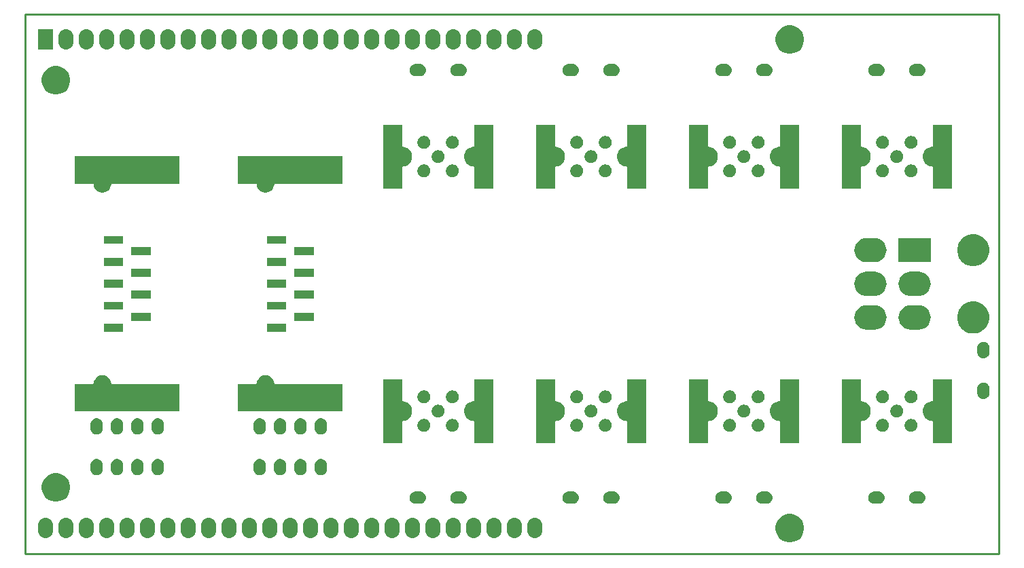
<source format=gts>
G04 #@! TF.GenerationSoftware,KiCad,Pcbnew,6.0.0-rc1-unknown-576a0af~66~ubuntu18.04.1*
G04 #@! TF.CreationDate,2018-10-20T16:59:14-04:00*
G04 #@! TF.ProjectId,backlight_controller_5x3,6261636B6C696768745F636F6E74726F,1.1*
G04 #@! TF.SameCoordinates,Original*
G04 #@! TF.FileFunction,Soldermask,Top*
G04 #@! TF.FilePolarity,Negative*
%FSLAX46Y46*%
G04 Gerber Fmt 4.6, Leading zero omitted, Abs format (unit mm)*
G04 Created by KiCad (PCBNEW 6.0.0-rc1-unknown-576a0af~66~ubuntu18.04.1) date Sat 20 Oct 2018 04:59:14 PM EDT*
%MOMM*%
%LPD*%
G01*
G04 APERTURE LIST*
%ADD10C,0.228600*%
%ADD11C,0.100000*%
G04 APERTURE END LIST*
D10*
X191135000Y-71755000D02*
X69850000Y-71755000D01*
X191135000Y-139065000D02*
X191135000Y-71755000D01*
X69850000Y-139065000D02*
X191135000Y-139065000D01*
X69850000Y-71755000D02*
X69850000Y-139065000D01*
D11*
G36*
X165618623Y-134180327D02*
X165942198Y-134314356D01*
X166233412Y-134508939D01*
X166481061Y-134756588D01*
X166675644Y-135047802D01*
X166809673Y-135371377D01*
X166878000Y-135714881D01*
X166878000Y-136065119D01*
X166809673Y-136408623D01*
X166675644Y-136732198D01*
X166481061Y-137023412D01*
X166233412Y-137271061D01*
X165942198Y-137465644D01*
X165618623Y-137599673D01*
X165275119Y-137668000D01*
X164924881Y-137668000D01*
X164581377Y-137599673D01*
X164257802Y-137465644D01*
X163966588Y-137271061D01*
X163718939Y-137023412D01*
X163524356Y-136732198D01*
X163390327Y-136408623D01*
X163322000Y-136065119D01*
X163322000Y-135714881D01*
X163390327Y-135371377D01*
X163524356Y-135047802D01*
X163718939Y-134756588D01*
X163966588Y-134508939D01*
X164257802Y-134314356D01*
X164581377Y-134180327D01*
X164924881Y-134112000D01*
X165275119Y-134112000D01*
X165618623Y-134180327D01*
X165618623Y-134180327D01*
G37*
G36*
X80191742Y-134633415D02*
X80366501Y-134686428D01*
X80366503Y-134686429D01*
X80366506Y-134686430D01*
X80527561Y-134772515D01*
X80668730Y-134888370D01*
X80784585Y-135029539D01*
X80870672Y-135190598D01*
X80923685Y-135365357D01*
X80937100Y-135501563D01*
X80937100Y-136278437D01*
X80923685Y-136414643D01*
X80923684Y-136414645D01*
X80870672Y-136589403D01*
X80847664Y-136632446D01*
X80784585Y-136750461D01*
X80668730Y-136891630D01*
X80527561Y-137007485D01*
X80366502Y-137093572D01*
X80191743Y-137146585D01*
X80010000Y-137164485D01*
X79828258Y-137146585D01*
X79653499Y-137093572D01*
X79492440Y-137007485D01*
X79351271Y-136891630D01*
X79235416Y-136750461D01*
X79149329Y-136589402D01*
X79149328Y-136589400D01*
X79096315Y-136414645D01*
X79082900Y-136278439D01*
X79082900Y-135501562D01*
X79096315Y-135365361D01*
X79096315Y-135365358D01*
X79149328Y-135190599D01*
X79149329Y-135190597D01*
X79149330Y-135190594D01*
X79235415Y-135029539D01*
X79351270Y-134888370D01*
X79492439Y-134772515D01*
X79653498Y-134686428D01*
X79828257Y-134633415D01*
X80010000Y-134615515D01*
X80191742Y-134633415D01*
X80191742Y-134633415D01*
G37*
G36*
X133531742Y-134633415D02*
X133706501Y-134686428D01*
X133706503Y-134686429D01*
X133706506Y-134686430D01*
X133867561Y-134772515D01*
X134008730Y-134888370D01*
X134124585Y-135029539D01*
X134210672Y-135190598D01*
X134263685Y-135365357D01*
X134277100Y-135501563D01*
X134277100Y-136278437D01*
X134263685Y-136414643D01*
X134263684Y-136414645D01*
X134210672Y-136589403D01*
X134187664Y-136632446D01*
X134124585Y-136750461D01*
X134008730Y-136891630D01*
X133867561Y-137007485D01*
X133706502Y-137093572D01*
X133531743Y-137146585D01*
X133350000Y-137164485D01*
X133168258Y-137146585D01*
X132993499Y-137093572D01*
X132832440Y-137007485D01*
X132691271Y-136891630D01*
X132575416Y-136750461D01*
X132489329Y-136589402D01*
X132489328Y-136589400D01*
X132436315Y-136414645D01*
X132422900Y-136278439D01*
X132422900Y-135501562D01*
X132436315Y-135365361D01*
X132436315Y-135365358D01*
X132489328Y-135190599D01*
X132489329Y-135190597D01*
X132489330Y-135190594D01*
X132575415Y-135029539D01*
X132691270Y-134888370D01*
X132832439Y-134772515D01*
X132993498Y-134686428D01*
X133168257Y-134633415D01*
X133350000Y-134615515D01*
X133531742Y-134633415D01*
X133531742Y-134633415D01*
G37*
G36*
X130991742Y-134633415D02*
X131166501Y-134686428D01*
X131166503Y-134686429D01*
X131166506Y-134686430D01*
X131327561Y-134772515D01*
X131468730Y-134888370D01*
X131584585Y-135029539D01*
X131670672Y-135190598D01*
X131723685Y-135365357D01*
X131737100Y-135501563D01*
X131737100Y-136278437D01*
X131723685Y-136414643D01*
X131723684Y-136414645D01*
X131670672Y-136589403D01*
X131647664Y-136632446D01*
X131584585Y-136750461D01*
X131468730Y-136891630D01*
X131327561Y-137007485D01*
X131166502Y-137093572D01*
X130991743Y-137146585D01*
X130810000Y-137164485D01*
X130628258Y-137146585D01*
X130453499Y-137093572D01*
X130292440Y-137007485D01*
X130151271Y-136891630D01*
X130035416Y-136750461D01*
X129949329Y-136589402D01*
X129949328Y-136589400D01*
X129896315Y-136414645D01*
X129882900Y-136278439D01*
X129882900Y-135501562D01*
X129896315Y-135365361D01*
X129896315Y-135365358D01*
X129949328Y-135190599D01*
X129949329Y-135190597D01*
X129949330Y-135190594D01*
X130035415Y-135029539D01*
X130151270Y-134888370D01*
X130292439Y-134772515D01*
X130453498Y-134686428D01*
X130628257Y-134633415D01*
X130810000Y-134615515D01*
X130991742Y-134633415D01*
X130991742Y-134633415D01*
G37*
G36*
X128451742Y-134633415D02*
X128626501Y-134686428D01*
X128626503Y-134686429D01*
X128626506Y-134686430D01*
X128787561Y-134772515D01*
X128928730Y-134888370D01*
X129044585Y-135029539D01*
X129130672Y-135190598D01*
X129183685Y-135365357D01*
X129197100Y-135501563D01*
X129197100Y-136278437D01*
X129183685Y-136414643D01*
X129183684Y-136414645D01*
X129130672Y-136589403D01*
X129107664Y-136632446D01*
X129044585Y-136750461D01*
X128928730Y-136891630D01*
X128787561Y-137007485D01*
X128626502Y-137093572D01*
X128451743Y-137146585D01*
X128270000Y-137164485D01*
X128088258Y-137146585D01*
X127913499Y-137093572D01*
X127752440Y-137007485D01*
X127611271Y-136891630D01*
X127495416Y-136750461D01*
X127409329Y-136589402D01*
X127409328Y-136589400D01*
X127356315Y-136414645D01*
X127342900Y-136278439D01*
X127342900Y-135501562D01*
X127356315Y-135365361D01*
X127356315Y-135365358D01*
X127409328Y-135190599D01*
X127409329Y-135190597D01*
X127409330Y-135190594D01*
X127495415Y-135029539D01*
X127611270Y-134888370D01*
X127752439Y-134772515D01*
X127913498Y-134686428D01*
X128088257Y-134633415D01*
X128270000Y-134615515D01*
X128451742Y-134633415D01*
X128451742Y-134633415D01*
G37*
G36*
X125911742Y-134633415D02*
X126086501Y-134686428D01*
X126086503Y-134686429D01*
X126086506Y-134686430D01*
X126247561Y-134772515D01*
X126388730Y-134888370D01*
X126504585Y-135029539D01*
X126590672Y-135190598D01*
X126643685Y-135365357D01*
X126657100Y-135501563D01*
X126657100Y-136278437D01*
X126643685Y-136414643D01*
X126643684Y-136414645D01*
X126590672Y-136589403D01*
X126567664Y-136632446D01*
X126504585Y-136750461D01*
X126388730Y-136891630D01*
X126247561Y-137007485D01*
X126086502Y-137093572D01*
X125911743Y-137146585D01*
X125730000Y-137164485D01*
X125548258Y-137146585D01*
X125373499Y-137093572D01*
X125212440Y-137007485D01*
X125071271Y-136891630D01*
X124955416Y-136750461D01*
X124869329Y-136589402D01*
X124869328Y-136589400D01*
X124816315Y-136414645D01*
X124802900Y-136278439D01*
X124802900Y-135501562D01*
X124816315Y-135365361D01*
X124816315Y-135365358D01*
X124869328Y-135190599D01*
X124869329Y-135190597D01*
X124869330Y-135190594D01*
X124955415Y-135029539D01*
X125071270Y-134888370D01*
X125212439Y-134772515D01*
X125373498Y-134686428D01*
X125548257Y-134633415D01*
X125730000Y-134615515D01*
X125911742Y-134633415D01*
X125911742Y-134633415D01*
G37*
G36*
X123371742Y-134633415D02*
X123546501Y-134686428D01*
X123546503Y-134686429D01*
X123546506Y-134686430D01*
X123707561Y-134772515D01*
X123848730Y-134888370D01*
X123964585Y-135029539D01*
X124050672Y-135190598D01*
X124103685Y-135365357D01*
X124117100Y-135501563D01*
X124117100Y-136278437D01*
X124103685Y-136414643D01*
X124103684Y-136414645D01*
X124050672Y-136589403D01*
X124027664Y-136632446D01*
X123964585Y-136750461D01*
X123848730Y-136891630D01*
X123707561Y-137007485D01*
X123546502Y-137093572D01*
X123371743Y-137146585D01*
X123190000Y-137164485D01*
X123008258Y-137146585D01*
X122833499Y-137093572D01*
X122672440Y-137007485D01*
X122531271Y-136891630D01*
X122415416Y-136750461D01*
X122329329Y-136589402D01*
X122329328Y-136589400D01*
X122276315Y-136414645D01*
X122262900Y-136278439D01*
X122262900Y-135501562D01*
X122276315Y-135365361D01*
X122276315Y-135365358D01*
X122329328Y-135190599D01*
X122329329Y-135190597D01*
X122329330Y-135190594D01*
X122415415Y-135029539D01*
X122531270Y-134888370D01*
X122672439Y-134772515D01*
X122833498Y-134686428D01*
X123008257Y-134633415D01*
X123190000Y-134615515D01*
X123371742Y-134633415D01*
X123371742Y-134633415D01*
G37*
G36*
X120831742Y-134633415D02*
X121006501Y-134686428D01*
X121006503Y-134686429D01*
X121006506Y-134686430D01*
X121167561Y-134772515D01*
X121308730Y-134888370D01*
X121424585Y-135029539D01*
X121510672Y-135190598D01*
X121563685Y-135365357D01*
X121577100Y-135501563D01*
X121577100Y-136278437D01*
X121563685Y-136414643D01*
X121563684Y-136414645D01*
X121510672Y-136589403D01*
X121487664Y-136632446D01*
X121424585Y-136750461D01*
X121308730Y-136891630D01*
X121167561Y-137007485D01*
X121006502Y-137093572D01*
X120831743Y-137146585D01*
X120650000Y-137164485D01*
X120468258Y-137146585D01*
X120293499Y-137093572D01*
X120132440Y-137007485D01*
X119991271Y-136891630D01*
X119875416Y-136750461D01*
X119789329Y-136589402D01*
X119789328Y-136589400D01*
X119736315Y-136414645D01*
X119722900Y-136278439D01*
X119722900Y-135501562D01*
X119736315Y-135365361D01*
X119736315Y-135365358D01*
X119789328Y-135190599D01*
X119789329Y-135190597D01*
X119789330Y-135190594D01*
X119875415Y-135029539D01*
X119991270Y-134888370D01*
X120132439Y-134772515D01*
X120293498Y-134686428D01*
X120468257Y-134633415D01*
X120650000Y-134615515D01*
X120831742Y-134633415D01*
X120831742Y-134633415D01*
G37*
G36*
X118291742Y-134633415D02*
X118466501Y-134686428D01*
X118466503Y-134686429D01*
X118466506Y-134686430D01*
X118627561Y-134772515D01*
X118768730Y-134888370D01*
X118884585Y-135029539D01*
X118970672Y-135190598D01*
X119023685Y-135365357D01*
X119037100Y-135501563D01*
X119037100Y-136278437D01*
X119023685Y-136414643D01*
X119023684Y-136414645D01*
X118970672Y-136589403D01*
X118947664Y-136632446D01*
X118884585Y-136750461D01*
X118768730Y-136891630D01*
X118627561Y-137007485D01*
X118466502Y-137093572D01*
X118291743Y-137146585D01*
X118110000Y-137164485D01*
X117928258Y-137146585D01*
X117753499Y-137093572D01*
X117592440Y-137007485D01*
X117451271Y-136891630D01*
X117335416Y-136750461D01*
X117249329Y-136589402D01*
X117249328Y-136589400D01*
X117196315Y-136414645D01*
X117182900Y-136278439D01*
X117182900Y-135501562D01*
X117196315Y-135365361D01*
X117196315Y-135365358D01*
X117249328Y-135190599D01*
X117249329Y-135190597D01*
X117249330Y-135190594D01*
X117335415Y-135029539D01*
X117451270Y-134888370D01*
X117592439Y-134772515D01*
X117753498Y-134686428D01*
X117928257Y-134633415D01*
X118110000Y-134615515D01*
X118291742Y-134633415D01*
X118291742Y-134633415D01*
G37*
G36*
X115751742Y-134633415D02*
X115926501Y-134686428D01*
X115926503Y-134686429D01*
X115926506Y-134686430D01*
X116087561Y-134772515D01*
X116228730Y-134888370D01*
X116344585Y-135029539D01*
X116430672Y-135190598D01*
X116483685Y-135365357D01*
X116497100Y-135501563D01*
X116497100Y-136278437D01*
X116483685Y-136414643D01*
X116483684Y-136414645D01*
X116430672Y-136589403D01*
X116407664Y-136632446D01*
X116344585Y-136750461D01*
X116228730Y-136891630D01*
X116087561Y-137007485D01*
X115926502Y-137093572D01*
X115751743Y-137146585D01*
X115570000Y-137164485D01*
X115388258Y-137146585D01*
X115213499Y-137093572D01*
X115052440Y-137007485D01*
X114911271Y-136891630D01*
X114795416Y-136750461D01*
X114709329Y-136589402D01*
X114709328Y-136589400D01*
X114656315Y-136414645D01*
X114642900Y-136278439D01*
X114642900Y-135501562D01*
X114656315Y-135365361D01*
X114656315Y-135365358D01*
X114709328Y-135190599D01*
X114709329Y-135190597D01*
X114709330Y-135190594D01*
X114795415Y-135029539D01*
X114911270Y-134888370D01*
X115052439Y-134772515D01*
X115213498Y-134686428D01*
X115388257Y-134633415D01*
X115570000Y-134615515D01*
X115751742Y-134633415D01*
X115751742Y-134633415D01*
G37*
G36*
X113211742Y-134633415D02*
X113386501Y-134686428D01*
X113386503Y-134686429D01*
X113386506Y-134686430D01*
X113547561Y-134772515D01*
X113688730Y-134888370D01*
X113804585Y-135029539D01*
X113890672Y-135190598D01*
X113943685Y-135365357D01*
X113957100Y-135501563D01*
X113957100Y-136278437D01*
X113943685Y-136414643D01*
X113943684Y-136414645D01*
X113890672Y-136589403D01*
X113867664Y-136632446D01*
X113804585Y-136750461D01*
X113688730Y-136891630D01*
X113547561Y-137007485D01*
X113386502Y-137093572D01*
X113211743Y-137146585D01*
X113030000Y-137164485D01*
X112848258Y-137146585D01*
X112673499Y-137093572D01*
X112512440Y-137007485D01*
X112371271Y-136891630D01*
X112255416Y-136750461D01*
X112169329Y-136589402D01*
X112169328Y-136589400D01*
X112116315Y-136414645D01*
X112102900Y-136278439D01*
X112102900Y-135501562D01*
X112116315Y-135365361D01*
X112116315Y-135365358D01*
X112169328Y-135190599D01*
X112169329Y-135190597D01*
X112169330Y-135190594D01*
X112255415Y-135029539D01*
X112371270Y-134888370D01*
X112512439Y-134772515D01*
X112673498Y-134686428D01*
X112848257Y-134633415D01*
X113030000Y-134615515D01*
X113211742Y-134633415D01*
X113211742Y-134633415D01*
G37*
G36*
X72571742Y-134633415D02*
X72746501Y-134686428D01*
X72746503Y-134686429D01*
X72746506Y-134686430D01*
X72907561Y-134772515D01*
X73048730Y-134888370D01*
X73164585Y-135029539D01*
X73250672Y-135190598D01*
X73303685Y-135365357D01*
X73317100Y-135501563D01*
X73317100Y-136278437D01*
X73303685Y-136414643D01*
X73303684Y-136414645D01*
X73250672Y-136589403D01*
X73227664Y-136632446D01*
X73164585Y-136750461D01*
X73048730Y-136891630D01*
X72907561Y-137007485D01*
X72746502Y-137093572D01*
X72571743Y-137146585D01*
X72390000Y-137164485D01*
X72208258Y-137146585D01*
X72033499Y-137093572D01*
X71872440Y-137007485D01*
X71731271Y-136891630D01*
X71615416Y-136750461D01*
X71529329Y-136589402D01*
X71529328Y-136589400D01*
X71476315Y-136414645D01*
X71462900Y-136278439D01*
X71462900Y-135501562D01*
X71476315Y-135365361D01*
X71476315Y-135365358D01*
X71529328Y-135190599D01*
X71529329Y-135190597D01*
X71529330Y-135190594D01*
X71615415Y-135029539D01*
X71731270Y-134888370D01*
X71872439Y-134772515D01*
X72033498Y-134686428D01*
X72208257Y-134633415D01*
X72390000Y-134615515D01*
X72571742Y-134633415D01*
X72571742Y-134633415D01*
G37*
G36*
X75111742Y-134633415D02*
X75286501Y-134686428D01*
X75286503Y-134686429D01*
X75286506Y-134686430D01*
X75447561Y-134772515D01*
X75588730Y-134888370D01*
X75704585Y-135029539D01*
X75790672Y-135190598D01*
X75843685Y-135365357D01*
X75857100Y-135501563D01*
X75857100Y-136278437D01*
X75843685Y-136414643D01*
X75843684Y-136414645D01*
X75790672Y-136589403D01*
X75767664Y-136632446D01*
X75704585Y-136750461D01*
X75588730Y-136891630D01*
X75447561Y-137007485D01*
X75286502Y-137093572D01*
X75111743Y-137146585D01*
X74930000Y-137164485D01*
X74748258Y-137146585D01*
X74573499Y-137093572D01*
X74412440Y-137007485D01*
X74271271Y-136891630D01*
X74155416Y-136750461D01*
X74069329Y-136589402D01*
X74069328Y-136589400D01*
X74016315Y-136414645D01*
X74002900Y-136278439D01*
X74002900Y-135501562D01*
X74016315Y-135365361D01*
X74016315Y-135365358D01*
X74069328Y-135190599D01*
X74069329Y-135190597D01*
X74069330Y-135190594D01*
X74155415Y-135029539D01*
X74271270Y-134888370D01*
X74412439Y-134772515D01*
X74573498Y-134686428D01*
X74748257Y-134633415D01*
X74930000Y-134615515D01*
X75111742Y-134633415D01*
X75111742Y-134633415D01*
G37*
G36*
X77651742Y-134633415D02*
X77826501Y-134686428D01*
X77826503Y-134686429D01*
X77826506Y-134686430D01*
X77987561Y-134772515D01*
X78128730Y-134888370D01*
X78244585Y-135029539D01*
X78330672Y-135190598D01*
X78383685Y-135365357D01*
X78397100Y-135501563D01*
X78397100Y-136278437D01*
X78383685Y-136414643D01*
X78383684Y-136414645D01*
X78330672Y-136589403D01*
X78307664Y-136632446D01*
X78244585Y-136750461D01*
X78128730Y-136891630D01*
X77987561Y-137007485D01*
X77826502Y-137093572D01*
X77651743Y-137146585D01*
X77470000Y-137164485D01*
X77288258Y-137146585D01*
X77113499Y-137093572D01*
X76952440Y-137007485D01*
X76811271Y-136891630D01*
X76695416Y-136750461D01*
X76609329Y-136589402D01*
X76609328Y-136589400D01*
X76556315Y-136414645D01*
X76542900Y-136278439D01*
X76542900Y-135501562D01*
X76556315Y-135365361D01*
X76556315Y-135365358D01*
X76609328Y-135190599D01*
X76609329Y-135190597D01*
X76609330Y-135190594D01*
X76695415Y-135029539D01*
X76811270Y-134888370D01*
X76952439Y-134772515D01*
X77113498Y-134686428D01*
X77288257Y-134633415D01*
X77470000Y-134615515D01*
X77651742Y-134633415D01*
X77651742Y-134633415D01*
G37*
G36*
X85271742Y-134633415D02*
X85446501Y-134686428D01*
X85446503Y-134686429D01*
X85446506Y-134686430D01*
X85607561Y-134772515D01*
X85748730Y-134888370D01*
X85864585Y-135029539D01*
X85950672Y-135190598D01*
X86003685Y-135365357D01*
X86017100Y-135501563D01*
X86017100Y-136278437D01*
X86003685Y-136414643D01*
X86003684Y-136414645D01*
X85950672Y-136589403D01*
X85927664Y-136632446D01*
X85864585Y-136750461D01*
X85748730Y-136891630D01*
X85607561Y-137007485D01*
X85446502Y-137093572D01*
X85271743Y-137146585D01*
X85090000Y-137164485D01*
X84908258Y-137146585D01*
X84733499Y-137093572D01*
X84572440Y-137007485D01*
X84431271Y-136891630D01*
X84315416Y-136750461D01*
X84229329Y-136589402D01*
X84229328Y-136589400D01*
X84176315Y-136414645D01*
X84162900Y-136278439D01*
X84162900Y-135501562D01*
X84176315Y-135365361D01*
X84176315Y-135365358D01*
X84229328Y-135190599D01*
X84229329Y-135190597D01*
X84229330Y-135190594D01*
X84315415Y-135029539D01*
X84431270Y-134888370D01*
X84572439Y-134772515D01*
X84733498Y-134686428D01*
X84908257Y-134633415D01*
X85090000Y-134615515D01*
X85271742Y-134633415D01*
X85271742Y-134633415D01*
G37*
G36*
X87811742Y-134633415D02*
X87986501Y-134686428D01*
X87986503Y-134686429D01*
X87986506Y-134686430D01*
X88147561Y-134772515D01*
X88288730Y-134888370D01*
X88404585Y-135029539D01*
X88490672Y-135190598D01*
X88543685Y-135365357D01*
X88557100Y-135501563D01*
X88557100Y-136278437D01*
X88543685Y-136414643D01*
X88543684Y-136414645D01*
X88490672Y-136589403D01*
X88467664Y-136632446D01*
X88404585Y-136750461D01*
X88288730Y-136891630D01*
X88147561Y-137007485D01*
X87986502Y-137093572D01*
X87811743Y-137146585D01*
X87630000Y-137164485D01*
X87448258Y-137146585D01*
X87273499Y-137093572D01*
X87112440Y-137007485D01*
X86971271Y-136891630D01*
X86855416Y-136750461D01*
X86769329Y-136589402D01*
X86769328Y-136589400D01*
X86716315Y-136414645D01*
X86702900Y-136278439D01*
X86702900Y-135501562D01*
X86716315Y-135365361D01*
X86716315Y-135365358D01*
X86769328Y-135190599D01*
X86769329Y-135190597D01*
X86769330Y-135190594D01*
X86855415Y-135029539D01*
X86971270Y-134888370D01*
X87112439Y-134772515D01*
X87273498Y-134686428D01*
X87448257Y-134633415D01*
X87630000Y-134615515D01*
X87811742Y-134633415D01*
X87811742Y-134633415D01*
G37*
G36*
X90351742Y-134633415D02*
X90526501Y-134686428D01*
X90526503Y-134686429D01*
X90526506Y-134686430D01*
X90687561Y-134772515D01*
X90828730Y-134888370D01*
X90944585Y-135029539D01*
X91030672Y-135190598D01*
X91083685Y-135365357D01*
X91097100Y-135501563D01*
X91097100Y-136278437D01*
X91083685Y-136414643D01*
X91083684Y-136414645D01*
X91030672Y-136589403D01*
X91007664Y-136632446D01*
X90944585Y-136750461D01*
X90828730Y-136891630D01*
X90687561Y-137007485D01*
X90526502Y-137093572D01*
X90351743Y-137146585D01*
X90170000Y-137164485D01*
X89988258Y-137146585D01*
X89813499Y-137093572D01*
X89652440Y-137007485D01*
X89511271Y-136891630D01*
X89395416Y-136750461D01*
X89309329Y-136589402D01*
X89309328Y-136589400D01*
X89256315Y-136414645D01*
X89242900Y-136278439D01*
X89242900Y-135501562D01*
X89256315Y-135365361D01*
X89256315Y-135365358D01*
X89309328Y-135190599D01*
X89309329Y-135190597D01*
X89309330Y-135190594D01*
X89395415Y-135029539D01*
X89511270Y-134888370D01*
X89652439Y-134772515D01*
X89813498Y-134686428D01*
X89988257Y-134633415D01*
X90170000Y-134615515D01*
X90351742Y-134633415D01*
X90351742Y-134633415D01*
G37*
G36*
X92891742Y-134633415D02*
X93066501Y-134686428D01*
X93066503Y-134686429D01*
X93066506Y-134686430D01*
X93227561Y-134772515D01*
X93368730Y-134888370D01*
X93484585Y-135029539D01*
X93570672Y-135190598D01*
X93623685Y-135365357D01*
X93637100Y-135501563D01*
X93637100Y-136278437D01*
X93623685Y-136414643D01*
X93623684Y-136414645D01*
X93570672Y-136589403D01*
X93547664Y-136632446D01*
X93484585Y-136750461D01*
X93368730Y-136891630D01*
X93227561Y-137007485D01*
X93066502Y-137093572D01*
X92891743Y-137146585D01*
X92710000Y-137164485D01*
X92528258Y-137146585D01*
X92353499Y-137093572D01*
X92192440Y-137007485D01*
X92051271Y-136891630D01*
X91935416Y-136750461D01*
X91849329Y-136589402D01*
X91849328Y-136589400D01*
X91796315Y-136414645D01*
X91782900Y-136278439D01*
X91782900Y-135501562D01*
X91796315Y-135365361D01*
X91796315Y-135365358D01*
X91849328Y-135190599D01*
X91849329Y-135190597D01*
X91849330Y-135190594D01*
X91935415Y-135029539D01*
X92051270Y-134888370D01*
X92192439Y-134772515D01*
X92353498Y-134686428D01*
X92528257Y-134633415D01*
X92710000Y-134615515D01*
X92891742Y-134633415D01*
X92891742Y-134633415D01*
G37*
G36*
X95431742Y-134633415D02*
X95606501Y-134686428D01*
X95606503Y-134686429D01*
X95606506Y-134686430D01*
X95767561Y-134772515D01*
X95908730Y-134888370D01*
X96024585Y-135029539D01*
X96110672Y-135190598D01*
X96163685Y-135365357D01*
X96177100Y-135501563D01*
X96177100Y-136278437D01*
X96163685Y-136414643D01*
X96163684Y-136414645D01*
X96110672Y-136589403D01*
X96087664Y-136632446D01*
X96024585Y-136750461D01*
X95908730Y-136891630D01*
X95767561Y-137007485D01*
X95606502Y-137093572D01*
X95431743Y-137146585D01*
X95250000Y-137164485D01*
X95068258Y-137146585D01*
X94893499Y-137093572D01*
X94732440Y-137007485D01*
X94591271Y-136891630D01*
X94475416Y-136750461D01*
X94389329Y-136589402D01*
X94389328Y-136589400D01*
X94336315Y-136414645D01*
X94322900Y-136278439D01*
X94322900Y-135501562D01*
X94336315Y-135365361D01*
X94336315Y-135365358D01*
X94389328Y-135190599D01*
X94389329Y-135190597D01*
X94389330Y-135190594D01*
X94475415Y-135029539D01*
X94591270Y-134888370D01*
X94732439Y-134772515D01*
X94893498Y-134686428D01*
X95068257Y-134633415D01*
X95250000Y-134615515D01*
X95431742Y-134633415D01*
X95431742Y-134633415D01*
G37*
G36*
X97971742Y-134633415D02*
X98146501Y-134686428D01*
X98146503Y-134686429D01*
X98146506Y-134686430D01*
X98307561Y-134772515D01*
X98448730Y-134888370D01*
X98564585Y-135029539D01*
X98650672Y-135190598D01*
X98703685Y-135365357D01*
X98717100Y-135501563D01*
X98717100Y-136278437D01*
X98703685Y-136414643D01*
X98703684Y-136414645D01*
X98650672Y-136589403D01*
X98627664Y-136632446D01*
X98564585Y-136750461D01*
X98448730Y-136891630D01*
X98307561Y-137007485D01*
X98146502Y-137093572D01*
X97971743Y-137146585D01*
X97790000Y-137164485D01*
X97608258Y-137146585D01*
X97433499Y-137093572D01*
X97272440Y-137007485D01*
X97131271Y-136891630D01*
X97015416Y-136750461D01*
X96929329Y-136589402D01*
X96929328Y-136589400D01*
X96876315Y-136414645D01*
X96862900Y-136278439D01*
X96862900Y-135501562D01*
X96876315Y-135365361D01*
X96876315Y-135365358D01*
X96929328Y-135190599D01*
X96929329Y-135190597D01*
X96929330Y-135190594D01*
X97015415Y-135029539D01*
X97131270Y-134888370D01*
X97272439Y-134772515D01*
X97433498Y-134686428D01*
X97608257Y-134633415D01*
X97790000Y-134615515D01*
X97971742Y-134633415D01*
X97971742Y-134633415D01*
G37*
G36*
X100511742Y-134633415D02*
X100686501Y-134686428D01*
X100686503Y-134686429D01*
X100686506Y-134686430D01*
X100847561Y-134772515D01*
X100988730Y-134888370D01*
X101104585Y-135029539D01*
X101190672Y-135190598D01*
X101243685Y-135365357D01*
X101257100Y-135501563D01*
X101257100Y-136278437D01*
X101243685Y-136414643D01*
X101243684Y-136414645D01*
X101190672Y-136589403D01*
X101167664Y-136632446D01*
X101104585Y-136750461D01*
X100988730Y-136891630D01*
X100847561Y-137007485D01*
X100686502Y-137093572D01*
X100511743Y-137146585D01*
X100330000Y-137164485D01*
X100148258Y-137146585D01*
X99973499Y-137093572D01*
X99812440Y-137007485D01*
X99671271Y-136891630D01*
X99555416Y-136750461D01*
X99469329Y-136589402D01*
X99469328Y-136589400D01*
X99416315Y-136414645D01*
X99402900Y-136278439D01*
X99402900Y-135501562D01*
X99416315Y-135365361D01*
X99416315Y-135365358D01*
X99469328Y-135190599D01*
X99469329Y-135190597D01*
X99469330Y-135190594D01*
X99555415Y-135029539D01*
X99671270Y-134888370D01*
X99812439Y-134772515D01*
X99973498Y-134686428D01*
X100148257Y-134633415D01*
X100330000Y-134615515D01*
X100511742Y-134633415D01*
X100511742Y-134633415D01*
G37*
G36*
X103051742Y-134633415D02*
X103226501Y-134686428D01*
X103226503Y-134686429D01*
X103226506Y-134686430D01*
X103387561Y-134772515D01*
X103528730Y-134888370D01*
X103644585Y-135029539D01*
X103730672Y-135190598D01*
X103783685Y-135365357D01*
X103797100Y-135501563D01*
X103797100Y-136278437D01*
X103783685Y-136414643D01*
X103783684Y-136414645D01*
X103730672Y-136589403D01*
X103707664Y-136632446D01*
X103644585Y-136750461D01*
X103528730Y-136891630D01*
X103387561Y-137007485D01*
X103226502Y-137093572D01*
X103051743Y-137146585D01*
X102870000Y-137164485D01*
X102688258Y-137146585D01*
X102513499Y-137093572D01*
X102352440Y-137007485D01*
X102211271Y-136891630D01*
X102095416Y-136750461D01*
X102009329Y-136589402D01*
X102009328Y-136589400D01*
X101956315Y-136414645D01*
X101942900Y-136278439D01*
X101942900Y-135501562D01*
X101956315Y-135365361D01*
X101956315Y-135365358D01*
X102009328Y-135190599D01*
X102009329Y-135190597D01*
X102009330Y-135190594D01*
X102095415Y-135029539D01*
X102211270Y-134888370D01*
X102352439Y-134772515D01*
X102513498Y-134686428D01*
X102688257Y-134633415D01*
X102870000Y-134615515D01*
X103051742Y-134633415D01*
X103051742Y-134633415D01*
G37*
G36*
X105591742Y-134633415D02*
X105766501Y-134686428D01*
X105766503Y-134686429D01*
X105766506Y-134686430D01*
X105927561Y-134772515D01*
X106068730Y-134888370D01*
X106184585Y-135029539D01*
X106270672Y-135190598D01*
X106323685Y-135365357D01*
X106337100Y-135501563D01*
X106337100Y-136278437D01*
X106323685Y-136414643D01*
X106323684Y-136414645D01*
X106270672Y-136589403D01*
X106247664Y-136632446D01*
X106184585Y-136750461D01*
X106068730Y-136891630D01*
X105927561Y-137007485D01*
X105766502Y-137093572D01*
X105591743Y-137146585D01*
X105410000Y-137164485D01*
X105228258Y-137146585D01*
X105053499Y-137093572D01*
X104892440Y-137007485D01*
X104751271Y-136891630D01*
X104635416Y-136750461D01*
X104549329Y-136589402D01*
X104549328Y-136589400D01*
X104496315Y-136414645D01*
X104482900Y-136278439D01*
X104482900Y-135501562D01*
X104496315Y-135365361D01*
X104496315Y-135365358D01*
X104549328Y-135190599D01*
X104549329Y-135190597D01*
X104549330Y-135190594D01*
X104635415Y-135029539D01*
X104751270Y-134888370D01*
X104892439Y-134772515D01*
X105053498Y-134686428D01*
X105228257Y-134633415D01*
X105410000Y-134615515D01*
X105591742Y-134633415D01*
X105591742Y-134633415D01*
G37*
G36*
X108131742Y-134633415D02*
X108306501Y-134686428D01*
X108306503Y-134686429D01*
X108306506Y-134686430D01*
X108467561Y-134772515D01*
X108608730Y-134888370D01*
X108724585Y-135029539D01*
X108810672Y-135190598D01*
X108863685Y-135365357D01*
X108877100Y-135501563D01*
X108877100Y-136278437D01*
X108863685Y-136414643D01*
X108863684Y-136414645D01*
X108810672Y-136589403D01*
X108787664Y-136632446D01*
X108724585Y-136750461D01*
X108608730Y-136891630D01*
X108467561Y-137007485D01*
X108306502Y-137093572D01*
X108131743Y-137146585D01*
X107950000Y-137164485D01*
X107768258Y-137146585D01*
X107593499Y-137093572D01*
X107432440Y-137007485D01*
X107291271Y-136891630D01*
X107175416Y-136750461D01*
X107089329Y-136589402D01*
X107089328Y-136589400D01*
X107036315Y-136414645D01*
X107022900Y-136278439D01*
X107022900Y-135501562D01*
X107036315Y-135365361D01*
X107036315Y-135365358D01*
X107089328Y-135190599D01*
X107089329Y-135190597D01*
X107089330Y-135190594D01*
X107175415Y-135029539D01*
X107291270Y-134888370D01*
X107432439Y-134772515D01*
X107593498Y-134686428D01*
X107768257Y-134633415D01*
X107950000Y-134615515D01*
X108131742Y-134633415D01*
X108131742Y-134633415D01*
G37*
G36*
X110671742Y-134633415D02*
X110846501Y-134686428D01*
X110846503Y-134686429D01*
X110846506Y-134686430D01*
X111007561Y-134772515D01*
X111148730Y-134888370D01*
X111264585Y-135029539D01*
X111350672Y-135190598D01*
X111403685Y-135365357D01*
X111417100Y-135501563D01*
X111417100Y-136278437D01*
X111403685Y-136414643D01*
X111403684Y-136414645D01*
X111350672Y-136589403D01*
X111327664Y-136632446D01*
X111264585Y-136750461D01*
X111148730Y-136891630D01*
X111007561Y-137007485D01*
X110846502Y-137093572D01*
X110671743Y-137146585D01*
X110490000Y-137164485D01*
X110308258Y-137146585D01*
X110133499Y-137093572D01*
X109972440Y-137007485D01*
X109831271Y-136891630D01*
X109715416Y-136750461D01*
X109629329Y-136589402D01*
X109629328Y-136589400D01*
X109576315Y-136414645D01*
X109562900Y-136278439D01*
X109562900Y-135501562D01*
X109576315Y-135365361D01*
X109576315Y-135365358D01*
X109629328Y-135190599D01*
X109629329Y-135190597D01*
X109629330Y-135190594D01*
X109715415Y-135029539D01*
X109831270Y-134888370D01*
X109972439Y-134772515D01*
X110133498Y-134686428D01*
X110308257Y-134633415D01*
X110490000Y-134615515D01*
X110671742Y-134633415D01*
X110671742Y-134633415D01*
G37*
G36*
X82731742Y-134633415D02*
X82906501Y-134686428D01*
X82906503Y-134686429D01*
X82906506Y-134686430D01*
X83067561Y-134772515D01*
X83208730Y-134888370D01*
X83324585Y-135029539D01*
X83410672Y-135190598D01*
X83463685Y-135365357D01*
X83477100Y-135501563D01*
X83477100Y-136278437D01*
X83463685Y-136414643D01*
X83463684Y-136414645D01*
X83410672Y-136589403D01*
X83387664Y-136632446D01*
X83324585Y-136750461D01*
X83208730Y-136891630D01*
X83067561Y-137007485D01*
X82906502Y-137093572D01*
X82731743Y-137146585D01*
X82550000Y-137164485D01*
X82368258Y-137146585D01*
X82193499Y-137093572D01*
X82032440Y-137007485D01*
X81891271Y-136891630D01*
X81775416Y-136750461D01*
X81689329Y-136589402D01*
X81689328Y-136589400D01*
X81636315Y-136414645D01*
X81622900Y-136278439D01*
X81622900Y-135501562D01*
X81636315Y-135365361D01*
X81636315Y-135365358D01*
X81689328Y-135190599D01*
X81689329Y-135190597D01*
X81689330Y-135190594D01*
X81775415Y-135029539D01*
X81891270Y-134888370D01*
X82032439Y-134772515D01*
X82193498Y-134686428D01*
X82368257Y-134633415D01*
X82550000Y-134615515D01*
X82731742Y-134633415D01*
X82731742Y-134633415D01*
G37*
G36*
X181303743Y-131321675D02*
X181378378Y-131329026D01*
X181474136Y-131358074D01*
X181522016Y-131372598D01*
X181570299Y-131398406D01*
X181654392Y-131443355D01*
X181770422Y-131538578D01*
X181865645Y-131654608D01*
X181910594Y-131738701D01*
X181936402Y-131786984D01*
X181936402Y-131786985D01*
X181979974Y-131930622D01*
X181994686Y-132080000D01*
X181979974Y-132229378D01*
X181950926Y-132325136D01*
X181936402Y-132373016D01*
X181929652Y-132385644D01*
X181865645Y-132505392D01*
X181770422Y-132621422D01*
X181654392Y-132716645D01*
X181570299Y-132761594D01*
X181522016Y-132787402D01*
X181474136Y-132801926D01*
X181378378Y-132830974D01*
X181303743Y-132838325D01*
X181266427Y-132842000D01*
X180683573Y-132842000D01*
X180646257Y-132838325D01*
X180571622Y-132830974D01*
X180475864Y-132801926D01*
X180427984Y-132787402D01*
X180379701Y-132761594D01*
X180295608Y-132716645D01*
X180179578Y-132621422D01*
X180084355Y-132505392D01*
X180020348Y-132385644D01*
X180013598Y-132373016D01*
X179999074Y-132325136D01*
X179970026Y-132229378D01*
X179955314Y-132080000D01*
X179970026Y-131930622D01*
X180013598Y-131786985D01*
X180013598Y-131786984D01*
X180039406Y-131738701D01*
X180084355Y-131654608D01*
X180179578Y-131538578D01*
X180295608Y-131443355D01*
X180379701Y-131398406D01*
X180427984Y-131372598D01*
X180475864Y-131358074D01*
X180571622Y-131329026D01*
X180646257Y-131321675D01*
X180683573Y-131318000D01*
X181266427Y-131318000D01*
X181303743Y-131321675D01*
X181303743Y-131321675D01*
G37*
G36*
X176223743Y-131321675D02*
X176298378Y-131329026D01*
X176394136Y-131358074D01*
X176442016Y-131372598D01*
X176490299Y-131398406D01*
X176574392Y-131443355D01*
X176690422Y-131538578D01*
X176785645Y-131654608D01*
X176830594Y-131738701D01*
X176856402Y-131786984D01*
X176856402Y-131786985D01*
X176899974Y-131930622D01*
X176914686Y-132080000D01*
X176899974Y-132229378D01*
X176870926Y-132325136D01*
X176856402Y-132373016D01*
X176849652Y-132385644D01*
X176785645Y-132505392D01*
X176690422Y-132621422D01*
X176574392Y-132716645D01*
X176490299Y-132761594D01*
X176442016Y-132787402D01*
X176394136Y-132801926D01*
X176298378Y-132830974D01*
X176223743Y-132838325D01*
X176186427Y-132842000D01*
X175603573Y-132842000D01*
X175566257Y-132838325D01*
X175491622Y-132830974D01*
X175395864Y-132801926D01*
X175347984Y-132787402D01*
X175299701Y-132761594D01*
X175215608Y-132716645D01*
X175099578Y-132621422D01*
X175004355Y-132505392D01*
X174940348Y-132385644D01*
X174933598Y-132373016D01*
X174919074Y-132325136D01*
X174890026Y-132229378D01*
X174875314Y-132080000D01*
X174890026Y-131930622D01*
X174933598Y-131786985D01*
X174933598Y-131786984D01*
X174959406Y-131738701D01*
X175004355Y-131654608D01*
X175099578Y-131538578D01*
X175215608Y-131443355D01*
X175299701Y-131398406D01*
X175347984Y-131372598D01*
X175395864Y-131358074D01*
X175491622Y-131329026D01*
X175566257Y-131321675D01*
X175603573Y-131318000D01*
X176186427Y-131318000D01*
X176223743Y-131321675D01*
X176223743Y-131321675D01*
G37*
G36*
X119073743Y-131321675D02*
X119148378Y-131329026D01*
X119244136Y-131358074D01*
X119292016Y-131372598D01*
X119340299Y-131398406D01*
X119424392Y-131443355D01*
X119540422Y-131538578D01*
X119635645Y-131654608D01*
X119680594Y-131738701D01*
X119706402Y-131786984D01*
X119706402Y-131786985D01*
X119749974Y-131930622D01*
X119764686Y-132080000D01*
X119749974Y-132229378D01*
X119720926Y-132325136D01*
X119706402Y-132373016D01*
X119699652Y-132385644D01*
X119635645Y-132505392D01*
X119540422Y-132621422D01*
X119424392Y-132716645D01*
X119340299Y-132761594D01*
X119292016Y-132787402D01*
X119244136Y-132801926D01*
X119148378Y-132830974D01*
X119073743Y-132838325D01*
X119036427Y-132842000D01*
X118453573Y-132842000D01*
X118416257Y-132838325D01*
X118341622Y-132830974D01*
X118245864Y-132801926D01*
X118197984Y-132787402D01*
X118149701Y-132761594D01*
X118065608Y-132716645D01*
X117949578Y-132621422D01*
X117854355Y-132505392D01*
X117790348Y-132385644D01*
X117783598Y-132373016D01*
X117769074Y-132325136D01*
X117740026Y-132229378D01*
X117725314Y-132080000D01*
X117740026Y-131930622D01*
X117783598Y-131786985D01*
X117783598Y-131786984D01*
X117809406Y-131738701D01*
X117854355Y-131654608D01*
X117949578Y-131538578D01*
X118065608Y-131443355D01*
X118149701Y-131398406D01*
X118197984Y-131372598D01*
X118245864Y-131358074D01*
X118341622Y-131329026D01*
X118416257Y-131321675D01*
X118453573Y-131318000D01*
X119036427Y-131318000D01*
X119073743Y-131321675D01*
X119073743Y-131321675D01*
G37*
G36*
X124153743Y-131321675D02*
X124228378Y-131329026D01*
X124324136Y-131358074D01*
X124372016Y-131372598D01*
X124420299Y-131398406D01*
X124504392Y-131443355D01*
X124620422Y-131538578D01*
X124715645Y-131654608D01*
X124760594Y-131738701D01*
X124786402Y-131786984D01*
X124786402Y-131786985D01*
X124829974Y-131930622D01*
X124844686Y-132080000D01*
X124829974Y-132229378D01*
X124800926Y-132325136D01*
X124786402Y-132373016D01*
X124779652Y-132385644D01*
X124715645Y-132505392D01*
X124620422Y-132621422D01*
X124504392Y-132716645D01*
X124420299Y-132761594D01*
X124372016Y-132787402D01*
X124324136Y-132801926D01*
X124228378Y-132830974D01*
X124153743Y-132838325D01*
X124116427Y-132842000D01*
X123533573Y-132842000D01*
X123496257Y-132838325D01*
X123421622Y-132830974D01*
X123325864Y-132801926D01*
X123277984Y-132787402D01*
X123229701Y-132761594D01*
X123145608Y-132716645D01*
X123029578Y-132621422D01*
X122934355Y-132505392D01*
X122870348Y-132385644D01*
X122863598Y-132373016D01*
X122849074Y-132325136D01*
X122820026Y-132229378D01*
X122805314Y-132080000D01*
X122820026Y-131930622D01*
X122863598Y-131786985D01*
X122863598Y-131786984D01*
X122889406Y-131738701D01*
X122934355Y-131654608D01*
X123029578Y-131538578D01*
X123145608Y-131443355D01*
X123229701Y-131398406D01*
X123277984Y-131372598D01*
X123325864Y-131358074D01*
X123421622Y-131329026D01*
X123496257Y-131321675D01*
X123533573Y-131318000D01*
X124116427Y-131318000D01*
X124153743Y-131321675D01*
X124153743Y-131321675D01*
G37*
G36*
X138123743Y-131321675D02*
X138198378Y-131329026D01*
X138294136Y-131358074D01*
X138342016Y-131372598D01*
X138390299Y-131398406D01*
X138474392Y-131443355D01*
X138590422Y-131538578D01*
X138685645Y-131654608D01*
X138730594Y-131738701D01*
X138756402Y-131786984D01*
X138756402Y-131786985D01*
X138799974Y-131930622D01*
X138814686Y-132080000D01*
X138799974Y-132229378D01*
X138770926Y-132325136D01*
X138756402Y-132373016D01*
X138749652Y-132385644D01*
X138685645Y-132505392D01*
X138590422Y-132621422D01*
X138474392Y-132716645D01*
X138390299Y-132761594D01*
X138342016Y-132787402D01*
X138294136Y-132801926D01*
X138198378Y-132830974D01*
X138123743Y-132838325D01*
X138086427Y-132842000D01*
X137503573Y-132842000D01*
X137466257Y-132838325D01*
X137391622Y-132830974D01*
X137295864Y-132801926D01*
X137247984Y-132787402D01*
X137199701Y-132761594D01*
X137115608Y-132716645D01*
X136999578Y-132621422D01*
X136904355Y-132505392D01*
X136840348Y-132385644D01*
X136833598Y-132373016D01*
X136819074Y-132325136D01*
X136790026Y-132229378D01*
X136775314Y-132080000D01*
X136790026Y-131930622D01*
X136833598Y-131786985D01*
X136833598Y-131786984D01*
X136859406Y-131738701D01*
X136904355Y-131654608D01*
X136999578Y-131538578D01*
X137115608Y-131443355D01*
X137199701Y-131398406D01*
X137247984Y-131372598D01*
X137295864Y-131358074D01*
X137391622Y-131329026D01*
X137466257Y-131321675D01*
X137503573Y-131318000D01*
X138086427Y-131318000D01*
X138123743Y-131321675D01*
X138123743Y-131321675D01*
G37*
G36*
X143203743Y-131321675D02*
X143278378Y-131329026D01*
X143374136Y-131358074D01*
X143422016Y-131372598D01*
X143470299Y-131398406D01*
X143554392Y-131443355D01*
X143670422Y-131538578D01*
X143765645Y-131654608D01*
X143810594Y-131738701D01*
X143836402Y-131786984D01*
X143836402Y-131786985D01*
X143879974Y-131930622D01*
X143894686Y-132080000D01*
X143879974Y-132229378D01*
X143850926Y-132325136D01*
X143836402Y-132373016D01*
X143829652Y-132385644D01*
X143765645Y-132505392D01*
X143670422Y-132621422D01*
X143554392Y-132716645D01*
X143470299Y-132761594D01*
X143422016Y-132787402D01*
X143374136Y-132801926D01*
X143278378Y-132830974D01*
X143203743Y-132838325D01*
X143166427Y-132842000D01*
X142583573Y-132842000D01*
X142546257Y-132838325D01*
X142471622Y-132830974D01*
X142375864Y-132801926D01*
X142327984Y-132787402D01*
X142279701Y-132761594D01*
X142195608Y-132716645D01*
X142079578Y-132621422D01*
X141984355Y-132505392D01*
X141920348Y-132385644D01*
X141913598Y-132373016D01*
X141899074Y-132325136D01*
X141870026Y-132229378D01*
X141855314Y-132080000D01*
X141870026Y-131930622D01*
X141913598Y-131786985D01*
X141913598Y-131786984D01*
X141939406Y-131738701D01*
X141984355Y-131654608D01*
X142079578Y-131538578D01*
X142195608Y-131443355D01*
X142279701Y-131398406D01*
X142327984Y-131372598D01*
X142375864Y-131358074D01*
X142471622Y-131329026D01*
X142546257Y-131321675D01*
X142583573Y-131318000D01*
X143166427Y-131318000D01*
X143203743Y-131321675D01*
X143203743Y-131321675D01*
G37*
G36*
X157173743Y-131321675D02*
X157248378Y-131329026D01*
X157344136Y-131358074D01*
X157392016Y-131372598D01*
X157440299Y-131398406D01*
X157524392Y-131443355D01*
X157640422Y-131538578D01*
X157735645Y-131654608D01*
X157780594Y-131738701D01*
X157806402Y-131786984D01*
X157806402Y-131786985D01*
X157849974Y-131930622D01*
X157864686Y-132080000D01*
X157849974Y-132229378D01*
X157820926Y-132325136D01*
X157806402Y-132373016D01*
X157799652Y-132385644D01*
X157735645Y-132505392D01*
X157640422Y-132621422D01*
X157524392Y-132716645D01*
X157440299Y-132761594D01*
X157392016Y-132787402D01*
X157344136Y-132801926D01*
X157248378Y-132830974D01*
X157173743Y-132838325D01*
X157136427Y-132842000D01*
X156553573Y-132842000D01*
X156516257Y-132838325D01*
X156441622Y-132830974D01*
X156345864Y-132801926D01*
X156297984Y-132787402D01*
X156249701Y-132761594D01*
X156165608Y-132716645D01*
X156049578Y-132621422D01*
X155954355Y-132505392D01*
X155890348Y-132385644D01*
X155883598Y-132373016D01*
X155869074Y-132325136D01*
X155840026Y-132229378D01*
X155825314Y-132080000D01*
X155840026Y-131930622D01*
X155883598Y-131786985D01*
X155883598Y-131786984D01*
X155909406Y-131738701D01*
X155954355Y-131654608D01*
X156049578Y-131538578D01*
X156165608Y-131443355D01*
X156249701Y-131398406D01*
X156297984Y-131372598D01*
X156345864Y-131358074D01*
X156441622Y-131329026D01*
X156516257Y-131321675D01*
X156553573Y-131318000D01*
X157136427Y-131318000D01*
X157173743Y-131321675D01*
X157173743Y-131321675D01*
G37*
G36*
X162253743Y-131321675D02*
X162328378Y-131329026D01*
X162424136Y-131358074D01*
X162472016Y-131372598D01*
X162520299Y-131398406D01*
X162604392Y-131443355D01*
X162720422Y-131538578D01*
X162815645Y-131654608D01*
X162860594Y-131738701D01*
X162886402Y-131786984D01*
X162886402Y-131786985D01*
X162929974Y-131930622D01*
X162944686Y-132080000D01*
X162929974Y-132229378D01*
X162900926Y-132325136D01*
X162886402Y-132373016D01*
X162879652Y-132385644D01*
X162815645Y-132505392D01*
X162720422Y-132621422D01*
X162604392Y-132716645D01*
X162520299Y-132761594D01*
X162472016Y-132787402D01*
X162424136Y-132801926D01*
X162328378Y-132830974D01*
X162253743Y-132838325D01*
X162216427Y-132842000D01*
X161633573Y-132842000D01*
X161596257Y-132838325D01*
X161521622Y-132830974D01*
X161425864Y-132801926D01*
X161377984Y-132787402D01*
X161329701Y-132761594D01*
X161245608Y-132716645D01*
X161129578Y-132621422D01*
X161034355Y-132505392D01*
X160970348Y-132385644D01*
X160963598Y-132373016D01*
X160949074Y-132325136D01*
X160920026Y-132229378D01*
X160905314Y-132080000D01*
X160920026Y-131930622D01*
X160963598Y-131786985D01*
X160963598Y-131786984D01*
X160989406Y-131738701D01*
X161034355Y-131654608D01*
X161129578Y-131538578D01*
X161245608Y-131443355D01*
X161329701Y-131398406D01*
X161377984Y-131372598D01*
X161425864Y-131358074D01*
X161521622Y-131329026D01*
X161596257Y-131321675D01*
X161633573Y-131318000D01*
X162216427Y-131318000D01*
X162253743Y-131321675D01*
X162253743Y-131321675D01*
G37*
G36*
X74178623Y-129100327D02*
X74502198Y-129234356D01*
X74793412Y-129428939D01*
X75041061Y-129676588D01*
X75235644Y-129967802D01*
X75369673Y-130291377D01*
X75438000Y-130634881D01*
X75438000Y-130985119D01*
X75369673Y-131328623D01*
X75235644Y-131652198D01*
X75041061Y-131943412D01*
X74793412Y-132191061D01*
X74502198Y-132385644D01*
X74178623Y-132519673D01*
X73835119Y-132588000D01*
X73484881Y-132588000D01*
X73141377Y-132519673D01*
X72817802Y-132385644D01*
X72526588Y-132191061D01*
X72278939Y-131943412D01*
X72084356Y-131652198D01*
X71950327Y-131328623D01*
X71882000Y-130985119D01*
X71882000Y-130634881D01*
X71950327Y-130291377D01*
X72084356Y-129967802D01*
X72278939Y-129676588D01*
X72526588Y-129428939D01*
X72817802Y-129234356D01*
X73141377Y-129100327D01*
X73484881Y-129032000D01*
X73835119Y-129032000D01*
X74178623Y-129100327D01*
X74178623Y-129100327D01*
G37*
G36*
X81429377Y-127265026D02*
X81525135Y-127294074D01*
X81573015Y-127308598D01*
X81639203Y-127343977D01*
X81705391Y-127379355D01*
X81821422Y-127474578D01*
X81821423Y-127474580D01*
X81821425Y-127474581D01*
X81878556Y-127544196D01*
X81916645Y-127590608D01*
X81961594Y-127674701D01*
X81987402Y-127722984D01*
X82001926Y-127770864D01*
X82030974Y-127866622D01*
X82042000Y-127978574D01*
X82042000Y-128561426D01*
X82030974Y-128673378D01*
X82001926Y-128769136D01*
X81987402Y-128817016D01*
X81961594Y-128865299D01*
X81916645Y-128949392D01*
X81821422Y-129065422D01*
X81705392Y-129160645D01*
X81621299Y-129205594D01*
X81573016Y-129231402D01*
X81525136Y-129245926D01*
X81429378Y-129274974D01*
X81280000Y-129289686D01*
X81130623Y-129274974D01*
X81034865Y-129245926D01*
X80986985Y-129231402D01*
X80938702Y-129205594D01*
X80854609Y-129160645D01*
X80738579Y-129065422D01*
X80643355Y-128949392D01*
X80598406Y-128865299D01*
X80572598Y-128817016D01*
X80558074Y-128769136D01*
X80529026Y-128673378D01*
X80518000Y-128561426D01*
X80518000Y-127978575D01*
X80529026Y-127866623D01*
X80572598Y-127722986D01*
X80572598Y-127722985D01*
X80607976Y-127656798D01*
X80643355Y-127590609D01*
X80738578Y-127474578D01*
X80738580Y-127474577D01*
X80738581Y-127474575D01*
X80854606Y-127379357D01*
X80854608Y-127379355D01*
X80938701Y-127334406D01*
X80986984Y-127308598D01*
X81034864Y-127294074D01*
X81130622Y-127265026D01*
X81280000Y-127250314D01*
X81429377Y-127265026D01*
X81429377Y-127265026D01*
G37*
G36*
X99209377Y-127265026D02*
X99305135Y-127294074D01*
X99353015Y-127308598D01*
X99419203Y-127343977D01*
X99485391Y-127379355D01*
X99601422Y-127474578D01*
X99601423Y-127474580D01*
X99601425Y-127474581D01*
X99658556Y-127544196D01*
X99696645Y-127590608D01*
X99741594Y-127674701D01*
X99767402Y-127722984D01*
X99781926Y-127770864D01*
X99810974Y-127866622D01*
X99822000Y-127978574D01*
X99822000Y-128561426D01*
X99810974Y-128673378D01*
X99781926Y-128769136D01*
X99767402Y-128817016D01*
X99741594Y-128865299D01*
X99696645Y-128949392D01*
X99601422Y-129065422D01*
X99485392Y-129160645D01*
X99401299Y-129205594D01*
X99353016Y-129231402D01*
X99305136Y-129245926D01*
X99209378Y-129274974D01*
X99060000Y-129289686D01*
X98910623Y-129274974D01*
X98814865Y-129245926D01*
X98766985Y-129231402D01*
X98718702Y-129205594D01*
X98634609Y-129160645D01*
X98518579Y-129065422D01*
X98423355Y-128949392D01*
X98378406Y-128865299D01*
X98352598Y-128817016D01*
X98338074Y-128769136D01*
X98309026Y-128673378D01*
X98298000Y-128561426D01*
X98298000Y-127978575D01*
X98309026Y-127866623D01*
X98352598Y-127722986D01*
X98352598Y-127722985D01*
X98387976Y-127656798D01*
X98423355Y-127590609D01*
X98518578Y-127474578D01*
X98518580Y-127474577D01*
X98518581Y-127474575D01*
X98634606Y-127379357D01*
X98634608Y-127379355D01*
X98718701Y-127334406D01*
X98766984Y-127308598D01*
X98814864Y-127294074D01*
X98910622Y-127265026D01*
X99060000Y-127250314D01*
X99209377Y-127265026D01*
X99209377Y-127265026D01*
G37*
G36*
X83969377Y-127265026D02*
X84065135Y-127294074D01*
X84113015Y-127308598D01*
X84179203Y-127343977D01*
X84245391Y-127379355D01*
X84361422Y-127474578D01*
X84361423Y-127474580D01*
X84361425Y-127474581D01*
X84418556Y-127544196D01*
X84456645Y-127590608D01*
X84501594Y-127674701D01*
X84527402Y-127722984D01*
X84541926Y-127770864D01*
X84570974Y-127866622D01*
X84582000Y-127978574D01*
X84582000Y-128561426D01*
X84570974Y-128673378D01*
X84541926Y-128769136D01*
X84527402Y-128817016D01*
X84501594Y-128865299D01*
X84456645Y-128949392D01*
X84361422Y-129065422D01*
X84245392Y-129160645D01*
X84161299Y-129205594D01*
X84113016Y-129231402D01*
X84065136Y-129245926D01*
X83969378Y-129274974D01*
X83820000Y-129289686D01*
X83670623Y-129274974D01*
X83574865Y-129245926D01*
X83526985Y-129231402D01*
X83478702Y-129205594D01*
X83394609Y-129160645D01*
X83278579Y-129065422D01*
X83183355Y-128949392D01*
X83138406Y-128865299D01*
X83112598Y-128817016D01*
X83098074Y-128769136D01*
X83069026Y-128673378D01*
X83058000Y-128561426D01*
X83058000Y-127978575D01*
X83069026Y-127866623D01*
X83112598Y-127722986D01*
X83112598Y-127722985D01*
X83147976Y-127656798D01*
X83183355Y-127590609D01*
X83278578Y-127474578D01*
X83278580Y-127474577D01*
X83278581Y-127474575D01*
X83394606Y-127379357D01*
X83394608Y-127379355D01*
X83478701Y-127334406D01*
X83526984Y-127308598D01*
X83574864Y-127294074D01*
X83670622Y-127265026D01*
X83820000Y-127250314D01*
X83969377Y-127265026D01*
X83969377Y-127265026D01*
G37*
G36*
X101749377Y-127265026D02*
X101845135Y-127294074D01*
X101893015Y-127308598D01*
X101959203Y-127343977D01*
X102025391Y-127379355D01*
X102141422Y-127474578D01*
X102141423Y-127474580D01*
X102141425Y-127474581D01*
X102198556Y-127544196D01*
X102236645Y-127590608D01*
X102281594Y-127674701D01*
X102307402Y-127722984D01*
X102321926Y-127770864D01*
X102350974Y-127866622D01*
X102362000Y-127978574D01*
X102362000Y-128561426D01*
X102350974Y-128673378D01*
X102321926Y-128769136D01*
X102307402Y-128817016D01*
X102281594Y-128865299D01*
X102236645Y-128949392D01*
X102141422Y-129065422D01*
X102025392Y-129160645D01*
X101941299Y-129205594D01*
X101893016Y-129231402D01*
X101845136Y-129245926D01*
X101749378Y-129274974D01*
X101600000Y-129289686D01*
X101450623Y-129274974D01*
X101354865Y-129245926D01*
X101306985Y-129231402D01*
X101258702Y-129205594D01*
X101174609Y-129160645D01*
X101058579Y-129065422D01*
X100963355Y-128949392D01*
X100918406Y-128865299D01*
X100892598Y-128817016D01*
X100878074Y-128769136D01*
X100849026Y-128673378D01*
X100838000Y-128561426D01*
X100838000Y-127978575D01*
X100849026Y-127866623D01*
X100892598Y-127722986D01*
X100892598Y-127722985D01*
X100927976Y-127656798D01*
X100963355Y-127590609D01*
X101058578Y-127474578D01*
X101058580Y-127474577D01*
X101058581Y-127474575D01*
X101174606Y-127379357D01*
X101174608Y-127379355D01*
X101258701Y-127334406D01*
X101306984Y-127308598D01*
X101354864Y-127294074D01*
X101450622Y-127265026D01*
X101600000Y-127250314D01*
X101749377Y-127265026D01*
X101749377Y-127265026D01*
G37*
G36*
X104289377Y-127265026D02*
X104385135Y-127294074D01*
X104433015Y-127308598D01*
X104499203Y-127343977D01*
X104565391Y-127379355D01*
X104681422Y-127474578D01*
X104681423Y-127474580D01*
X104681425Y-127474581D01*
X104738556Y-127544196D01*
X104776645Y-127590608D01*
X104821594Y-127674701D01*
X104847402Y-127722984D01*
X104861926Y-127770864D01*
X104890974Y-127866622D01*
X104902000Y-127978574D01*
X104902000Y-128561426D01*
X104890974Y-128673378D01*
X104861926Y-128769136D01*
X104847402Y-128817016D01*
X104821594Y-128865299D01*
X104776645Y-128949392D01*
X104681422Y-129065422D01*
X104565392Y-129160645D01*
X104481299Y-129205594D01*
X104433016Y-129231402D01*
X104385136Y-129245926D01*
X104289378Y-129274974D01*
X104140000Y-129289686D01*
X103990623Y-129274974D01*
X103894865Y-129245926D01*
X103846985Y-129231402D01*
X103798702Y-129205594D01*
X103714609Y-129160645D01*
X103598579Y-129065422D01*
X103503355Y-128949392D01*
X103458406Y-128865299D01*
X103432598Y-128817016D01*
X103418074Y-128769136D01*
X103389026Y-128673378D01*
X103378000Y-128561426D01*
X103378000Y-127978575D01*
X103389026Y-127866623D01*
X103432598Y-127722986D01*
X103432598Y-127722985D01*
X103467976Y-127656798D01*
X103503355Y-127590609D01*
X103598578Y-127474578D01*
X103598580Y-127474577D01*
X103598581Y-127474575D01*
X103714606Y-127379357D01*
X103714608Y-127379355D01*
X103798701Y-127334406D01*
X103846984Y-127308598D01*
X103894864Y-127294074D01*
X103990622Y-127265026D01*
X104140000Y-127250314D01*
X104289377Y-127265026D01*
X104289377Y-127265026D01*
G37*
G36*
X78889377Y-127265026D02*
X78985135Y-127294074D01*
X79033015Y-127308598D01*
X79099203Y-127343977D01*
X79165391Y-127379355D01*
X79281422Y-127474578D01*
X79281423Y-127474580D01*
X79281425Y-127474581D01*
X79338556Y-127544196D01*
X79376645Y-127590608D01*
X79421594Y-127674701D01*
X79447402Y-127722984D01*
X79461926Y-127770864D01*
X79490974Y-127866622D01*
X79502000Y-127978574D01*
X79502000Y-128561426D01*
X79490974Y-128673378D01*
X79461926Y-128769136D01*
X79447402Y-128817016D01*
X79421594Y-128865299D01*
X79376645Y-128949392D01*
X79281422Y-129065422D01*
X79165392Y-129160645D01*
X79081299Y-129205594D01*
X79033016Y-129231402D01*
X78985136Y-129245926D01*
X78889378Y-129274974D01*
X78740000Y-129289686D01*
X78590623Y-129274974D01*
X78494865Y-129245926D01*
X78446985Y-129231402D01*
X78398702Y-129205594D01*
X78314609Y-129160645D01*
X78198579Y-129065422D01*
X78103355Y-128949392D01*
X78058406Y-128865299D01*
X78032598Y-128817016D01*
X78018074Y-128769136D01*
X77989026Y-128673378D01*
X77978000Y-128561426D01*
X77978000Y-127978575D01*
X77989026Y-127866623D01*
X78032598Y-127722986D01*
X78032598Y-127722985D01*
X78067976Y-127656798D01*
X78103355Y-127590609D01*
X78198578Y-127474578D01*
X78198580Y-127474577D01*
X78198581Y-127474575D01*
X78314606Y-127379357D01*
X78314608Y-127379355D01*
X78398701Y-127334406D01*
X78446984Y-127308598D01*
X78494864Y-127294074D01*
X78590622Y-127265026D01*
X78740000Y-127250314D01*
X78889377Y-127265026D01*
X78889377Y-127265026D01*
G37*
G36*
X106829377Y-127265026D02*
X106925135Y-127294074D01*
X106973015Y-127308598D01*
X107039203Y-127343977D01*
X107105391Y-127379355D01*
X107221422Y-127474578D01*
X107221423Y-127474580D01*
X107221425Y-127474581D01*
X107278556Y-127544196D01*
X107316645Y-127590608D01*
X107361594Y-127674701D01*
X107387402Y-127722984D01*
X107401926Y-127770864D01*
X107430974Y-127866622D01*
X107442000Y-127978574D01*
X107442000Y-128561426D01*
X107430974Y-128673378D01*
X107401926Y-128769136D01*
X107387402Y-128817016D01*
X107361594Y-128865299D01*
X107316645Y-128949392D01*
X107221422Y-129065422D01*
X107105392Y-129160645D01*
X107021299Y-129205594D01*
X106973016Y-129231402D01*
X106925136Y-129245926D01*
X106829378Y-129274974D01*
X106680000Y-129289686D01*
X106530623Y-129274974D01*
X106434865Y-129245926D01*
X106386985Y-129231402D01*
X106338702Y-129205594D01*
X106254609Y-129160645D01*
X106138579Y-129065422D01*
X106043355Y-128949392D01*
X105998406Y-128865299D01*
X105972598Y-128817016D01*
X105958074Y-128769136D01*
X105929026Y-128673378D01*
X105918000Y-128561426D01*
X105918000Y-127978575D01*
X105929026Y-127866623D01*
X105972598Y-127722986D01*
X105972598Y-127722985D01*
X106007976Y-127656798D01*
X106043355Y-127590609D01*
X106138578Y-127474578D01*
X106138580Y-127474577D01*
X106138581Y-127474575D01*
X106254606Y-127379357D01*
X106254608Y-127379355D01*
X106338701Y-127334406D01*
X106386984Y-127308598D01*
X106434864Y-127294074D01*
X106530622Y-127265026D01*
X106680000Y-127250314D01*
X106829377Y-127265026D01*
X106829377Y-127265026D01*
G37*
G36*
X86509377Y-127265026D02*
X86605135Y-127294074D01*
X86653015Y-127308598D01*
X86719203Y-127343977D01*
X86785391Y-127379355D01*
X86901422Y-127474578D01*
X86901423Y-127474580D01*
X86901425Y-127474581D01*
X86958556Y-127544196D01*
X86996645Y-127590608D01*
X87041594Y-127674701D01*
X87067402Y-127722984D01*
X87081926Y-127770864D01*
X87110974Y-127866622D01*
X87122000Y-127978574D01*
X87122000Y-128561426D01*
X87110974Y-128673378D01*
X87081926Y-128769136D01*
X87067402Y-128817016D01*
X87041594Y-128865299D01*
X86996645Y-128949392D01*
X86901422Y-129065422D01*
X86785392Y-129160645D01*
X86701299Y-129205594D01*
X86653016Y-129231402D01*
X86605136Y-129245926D01*
X86509378Y-129274974D01*
X86360000Y-129289686D01*
X86210623Y-129274974D01*
X86114865Y-129245926D01*
X86066985Y-129231402D01*
X86018702Y-129205594D01*
X85934609Y-129160645D01*
X85818579Y-129065422D01*
X85723355Y-128949392D01*
X85678406Y-128865299D01*
X85652598Y-128817016D01*
X85638074Y-128769136D01*
X85609026Y-128673378D01*
X85598000Y-128561426D01*
X85598000Y-127978575D01*
X85609026Y-127866623D01*
X85652598Y-127722986D01*
X85652598Y-127722985D01*
X85687976Y-127656798D01*
X85723355Y-127590609D01*
X85818578Y-127474578D01*
X85818580Y-127474577D01*
X85818581Y-127474575D01*
X85934606Y-127379357D01*
X85934608Y-127379355D01*
X86018701Y-127334406D01*
X86066984Y-127308598D01*
X86114864Y-127294074D01*
X86210622Y-127265026D01*
X86360000Y-127250314D01*
X86509377Y-127265026D01*
X86509377Y-127265026D01*
G37*
G36*
X173935800Y-119910000D02*
X173938202Y-119934386D01*
X173945315Y-119957835D01*
X173956866Y-119979446D01*
X173972412Y-119998388D01*
X173991354Y-120013934D01*
X174012965Y-120025485D01*
X174036414Y-120032598D01*
X174055480Y-120034476D01*
X174299612Y-120083037D01*
X174527096Y-120177264D01*
X174731831Y-120314064D01*
X174905936Y-120488169D01*
X175042736Y-120692904D01*
X175136963Y-120920388D01*
X175185000Y-121161885D01*
X175185000Y-121408115D01*
X175136963Y-121649612D01*
X175042736Y-121877096D01*
X174905936Y-122081831D01*
X174731831Y-122255936D01*
X174527096Y-122392736D01*
X174299612Y-122486963D01*
X174055480Y-122535524D01*
X174036414Y-122537402D01*
X174012965Y-122544515D01*
X173991354Y-122556066D01*
X173972412Y-122571612D01*
X173956866Y-122590554D01*
X173945315Y-122612165D01*
X173938202Y-122635614D01*
X173935800Y-122660000D01*
X173935800Y-125260800D01*
X171584200Y-125260800D01*
X171584200Y-117309200D01*
X173935800Y-117309200D01*
X173935800Y-119910000D01*
X173935800Y-119910000D01*
G37*
G36*
X154885800Y-119910000D02*
X154888202Y-119934386D01*
X154895315Y-119957835D01*
X154906866Y-119979446D01*
X154922412Y-119998388D01*
X154941354Y-120013934D01*
X154962965Y-120025485D01*
X154986414Y-120032598D01*
X155005480Y-120034476D01*
X155249612Y-120083037D01*
X155477096Y-120177264D01*
X155681831Y-120314064D01*
X155855936Y-120488169D01*
X155992736Y-120692904D01*
X156086963Y-120920388D01*
X156135000Y-121161885D01*
X156135000Y-121408115D01*
X156086963Y-121649612D01*
X155992736Y-121877096D01*
X155855936Y-122081831D01*
X155681831Y-122255936D01*
X155477096Y-122392736D01*
X155249612Y-122486963D01*
X155005480Y-122535524D01*
X154986414Y-122537402D01*
X154962965Y-122544515D01*
X154941354Y-122556066D01*
X154922412Y-122571612D01*
X154906866Y-122590554D01*
X154895315Y-122612165D01*
X154888202Y-122635614D01*
X154885800Y-122660000D01*
X154885800Y-125260800D01*
X152534200Y-125260800D01*
X152534200Y-117309200D01*
X154885800Y-117309200D01*
X154885800Y-119910000D01*
X154885800Y-119910000D01*
G37*
G36*
X166235800Y-125260800D02*
X163884200Y-125260800D01*
X163884200Y-122660000D01*
X163881798Y-122635614D01*
X163874685Y-122612165D01*
X163863134Y-122590554D01*
X163847588Y-122571612D01*
X163828646Y-122556066D01*
X163807035Y-122544515D01*
X163783586Y-122537402D01*
X163764520Y-122535524D01*
X163520388Y-122486963D01*
X163292904Y-122392736D01*
X163088169Y-122255936D01*
X162914064Y-122081831D01*
X162777264Y-121877096D01*
X162683037Y-121649612D01*
X162635000Y-121408115D01*
X162635000Y-121161885D01*
X162683037Y-120920388D01*
X162777264Y-120692904D01*
X162914064Y-120488169D01*
X163088169Y-120314064D01*
X163292904Y-120177264D01*
X163520388Y-120083037D01*
X163764520Y-120034476D01*
X163783586Y-120032598D01*
X163807035Y-120025485D01*
X163828646Y-120013934D01*
X163847588Y-119998388D01*
X163863134Y-119979446D01*
X163874685Y-119957835D01*
X163881798Y-119934386D01*
X163884200Y-119910000D01*
X163884200Y-117309200D01*
X166235800Y-117309200D01*
X166235800Y-125260800D01*
X166235800Y-125260800D01*
G37*
G36*
X147185800Y-125260800D02*
X144834200Y-125260800D01*
X144834200Y-122660000D01*
X144831798Y-122635614D01*
X144824685Y-122612165D01*
X144813134Y-122590554D01*
X144797588Y-122571612D01*
X144778646Y-122556066D01*
X144757035Y-122544515D01*
X144733586Y-122537402D01*
X144714520Y-122535524D01*
X144470388Y-122486963D01*
X144242904Y-122392736D01*
X144038169Y-122255936D01*
X143864064Y-122081831D01*
X143727264Y-121877096D01*
X143633037Y-121649612D01*
X143585000Y-121408115D01*
X143585000Y-121161885D01*
X143633037Y-120920388D01*
X143727264Y-120692904D01*
X143864064Y-120488169D01*
X144038169Y-120314064D01*
X144242904Y-120177264D01*
X144470388Y-120083037D01*
X144714520Y-120034476D01*
X144733586Y-120032598D01*
X144757035Y-120025485D01*
X144778646Y-120013934D01*
X144797588Y-119998388D01*
X144813134Y-119979446D01*
X144824685Y-119957835D01*
X144831798Y-119934386D01*
X144834200Y-119910000D01*
X144834200Y-117309200D01*
X147185800Y-117309200D01*
X147185800Y-125260800D01*
X147185800Y-125260800D01*
G37*
G36*
X128135800Y-125260800D02*
X125784200Y-125260800D01*
X125784200Y-122660000D01*
X125781798Y-122635614D01*
X125774685Y-122612165D01*
X125763134Y-122590554D01*
X125747588Y-122571612D01*
X125728646Y-122556066D01*
X125707035Y-122544515D01*
X125683586Y-122537402D01*
X125664520Y-122535524D01*
X125420388Y-122486963D01*
X125192904Y-122392736D01*
X124988169Y-122255936D01*
X124814064Y-122081831D01*
X124677264Y-121877096D01*
X124583037Y-121649612D01*
X124535000Y-121408115D01*
X124535000Y-121161885D01*
X124583037Y-120920388D01*
X124677264Y-120692904D01*
X124814064Y-120488169D01*
X124988169Y-120314064D01*
X125192904Y-120177264D01*
X125420388Y-120083037D01*
X125664520Y-120034476D01*
X125683586Y-120032598D01*
X125707035Y-120025485D01*
X125728646Y-120013934D01*
X125747588Y-119998388D01*
X125763134Y-119979446D01*
X125774685Y-119957835D01*
X125781798Y-119934386D01*
X125784200Y-119910000D01*
X125784200Y-117309200D01*
X128135800Y-117309200D01*
X128135800Y-125260800D01*
X128135800Y-125260800D01*
G37*
G36*
X116785800Y-119910000D02*
X116788202Y-119934386D01*
X116795315Y-119957835D01*
X116806866Y-119979446D01*
X116822412Y-119998388D01*
X116841354Y-120013934D01*
X116862965Y-120025485D01*
X116886414Y-120032598D01*
X116905480Y-120034476D01*
X117149612Y-120083037D01*
X117377096Y-120177264D01*
X117581831Y-120314064D01*
X117755936Y-120488169D01*
X117892736Y-120692904D01*
X117986963Y-120920388D01*
X118035000Y-121161885D01*
X118035000Y-121408115D01*
X117986963Y-121649612D01*
X117892736Y-121877096D01*
X117755936Y-122081831D01*
X117581831Y-122255936D01*
X117377096Y-122392736D01*
X117149612Y-122486963D01*
X116905480Y-122535524D01*
X116886414Y-122537402D01*
X116862965Y-122544515D01*
X116841354Y-122556066D01*
X116822412Y-122571612D01*
X116806866Y-122590554D01*
X116795315Y-122612165D01*
X116788202Y-122635614D01*
X116785800Y-122660000D01*
X116785800Y-125260800D01*
X114434200Y-125260800D01*
X114434200Y-117309200D01*
X116785800Y-117309200D01*
X116785800Y-119910000D01*
X116785800Y-119910000D01*
G37*
G36*
X185285800Y-125260800D02*
X182934200Y-125260800D01*
X182934200Y-122660000D01*
X182931798Y-122635614D01*
X182924685Y-122612165D01*
X182913134Y-122590554D01*
X182897588Y-122571612D01*
X182878646Y-122556066D01*
X182857035Y-122544515D01*
X182833586Y-122537402D01*
X182814520Y-122535524D01*
X182570388Y-122486963D01*
X182342904Y-122392736D01*
X182138169Y-122255936D01*
X181964064Y-122081831D01*
X181827264Y-121877096D01*
X181733037Y-121649612D01*
X181685000Y-121408115D01*
X181685000Y-121161885D01*
X181733037Y-120920388D01*
X181827264Y-120692904D01*
X181964064Y-120488169D01*
X182138169Y-120314064D01*
X182342904Y-120177264D01*
X182570388Y-120083037D01*
X182814520Y-120034476D01*
X182833586Y-120032598D01*
X182857035Y-120025485D01*
X182878646Y-120013934D01*
X182897588Y-119998388D01*
X182913134Y-119979446D01*
X182924685Y-119957835D01*
X182931798Y-119934386D01*
X182934200Y-119910000D01*
X182934200Y-117309200D01*
X185285800Y-117309200D01*
X185285800Y-125260800D01*
X185285800Y-125260800D01*
G37*
G36*
X135835800Y-119910000D02*
X135838202Y-119934386D01*
X135845315Y-119957835D01*
X135856866Y-119979446D01*
X135872412Y-119998388D01*
X135891354Y-120013934D01*
X135912965Y-120025485D01*
X135936414Y-120032598D01*
X135955480Y-120034476D01*
X136199612Y-120083037D01*
X136427096Y-120177264D01*
X136631831Y-120314064D01*
X136805936Y-120488169D01*
X136942736Y-120692904D01*
X137036963Y-120920388D01*
X137085000Y-121161885D01*
X137085000Y-121408115D01*
X137036963Y-121649612D01*
X136942736Y-121877096D01*
X136805936Y-122081831D01*
X136631831Y-122255936D01*
X136427096Y-122392736D01*
X136199612Y-122486963D01*
X135955480Y-122535524D01*
X135936414Y-122537402D01*
X135912965Y-122544515D01*
X135891354Y-122556066D01*
X135872412Y-122571612D01*
X135856866Y-122590554D01*
X135845315Y-122612165D01*
X135838202Y-122635614D01*
X135835800Y-122660000D01*
X135835800Y-125260800D01*
X133484200Y-125260800D01*
X133484200Y-117309200D01*
X135835800Y-117309200D01*
X135835800Y-119910000D01*
X135835800Y-119910000D01*
G37*
G36*
X106829377Y-122185026D02*
X106925135Y-122214074D01*
X106973015Y-122228598D01*
X107020912Y-122254200D01*
X107105391Y-122299355D01*
X107221422Y-122394578D01*
X107221423Y-122394580D01*
X107221425Y-122394581D01*
X107252936Y-122432978D01*
X107316645Y-122510608D01*
X107349252Y-122571612D01*
X107387402Y-122642984D01*
X107397319Y-122675678D01*
X107430974Y-122786622D01*
X107442000Y-122898574D01*
X107442000Y-123481426D01*
X107430974Y-123593378D01*
X107405601Y-123677022D01*
X107387402Y-123737016D01*
X107361594Y-123785299D01*
X107316645Y-123869392D01*
X107221422Y-123985422D01*
X107105392Y-124080645D01*
X107021299Y-124125594D01*
X106973016Y-124151402D01*
X106925136Y-124165926D01*
X106829378Y-124194974D01*
X106680000Y-124209686D01*
X106530623Y-124194974D01*
X106434865Y-124165926D01*
X106386985Y-124151402D01*
X106338702Y-124125594D01*
X106254609Y-124080645D01*
X106138579Y-123985422D01*
X106043355Y-123869392D01*
X105998406Y-123785299D01*
X105972598Y-123737016D01*
X105954399Y-123677022D01*
X105929026Y-123593378D01*
X105918000Y-123481426D01*
X105918000Y-122898575D01*
X105929026Y-122786623D01*
X105972598Y-122642986D01*
X105972598Y-122642985D01*
X106030318Y-122535000D01*
X106043355Y-122510609D01*
X106138578Y-122394578D01*
X106138580Y-122394577D01*
X106138581Y-122394575D01*
X106254606Y-122299357D01*
X106254608Y-122299355D01*
X106339087Y-122254200D01*
X106386984Y-122228598D01*
X106434864Y-122214074D01*
X106530622Y-122185026D01*
X106680000Y-122170314D01*
X106829377Y-122185026D01*
X106829377Y-122185026D01*
G37*
G36*
X104289377Y-122185026D02*
X104385135Y-122214074D01*
X104433015Y-122228598D01*
X104480912Y-122254200D01*
X104565391Y-122299355D01*
X104681422Y-122394578D01*
X104681423Y-122394580D01*
X104681425Y-122394581D01*
X104712936Y-122432978D01*
X104776645Y-122510608D01*
X104809252Y-122571612D01*
X104847402Y-122642984D01*
X104857319Y-122675678D01*
X104890974Y-122786622D01*
X104902000Y-122898574D01*
X104902000Y-123481426D01*
X104890974Y-123593378D01*
X104865601Y-123677022D01*
X104847402Y-123737016D01*
X104821594Y-123785299D01*
X104776645Y-123869392D01*
X104681422Y-123985422D01*
X104565392Y-124080645D01*
X104481299Y-124125594D01*
X104433016Y-124151402D01*
X104385136Y-124165926D01*
X104289378Y-124194974D01*
X104140000Y-124209686D01*
X103990623Y-124194974D01*
X103894865Y-124165926D01*
X103846985Y-124151402D01*
X103798702Y-124125594D01*
X103714609Y-124080645D01*
X103598579Y-123985422D01*
X103503355Y-123869392D01*
X103458406Y-123785299D01*
X103432598Y-123737016D01*
X103414399Y-123677022D01*
X103389026Y-123593378D01*
X103378000Y-123481426D01*
X103378000Y-122898575D01*
X103389026Y-122786623D01*
X103432598Y-122642986D01*
X103432598Y-122642985D01*
X103490318Y-122535000D01*
X103503355Y-122510609D01*
X103598578Y-122394578D01*
X103598580Y-122394577D01*
X103598581Y-122394575D01*
X103714606Y-122299357D01*
X103714608Y-122299355D01*
X103799087Y-122254200D01*
X103846984Y-122228598D01*
X103894864Y-122214074D01*
X103990622Y-122185026D01*
X104140000Y-122170314D01*
X104289377Y-122185026D01*
X104289377Y-122185026D01*
G37*
G36*
X83969377Y-122185026D02*
X84065135Y-122214074D01*
X84113015Y-122228598D01*
X84160912Y-122254200D01*
X84245391Y-122299355D01*
X84361422Y-122394578D01*
X84361423Y-122394580D01*
X84361425Y-122394581D01*
X84392936Y-122432978D01*
X84456645Y-122510608D01*
X84489252Y-122571612D01*
X84527402Y-122642984D01*
X84537319Y-122675678D01*
X84570974Y-122786622D01*
X84582000Y-122898574D01*
X84582000Y-123481426D01*
X84570974Y-123593378D01*
X84545601Y-123677022D01*
X84527402Y-123737016D01*
X84501594Y-123785299D01*
X84456645Y-123869392D01*
X84361422Y-123985422D01*
X84245392Y-124080645D01*
X84161299Y-124125594D01*
X84113016Y-124151402D01*
X84065136Y-124165926D01*
X83969378Y-124194974D01*
X83820000Y-124209686D01*
X83670623Y-124194974D01*
X83574865Y-124165926D01*
X83526985Y-124151402D01*
X83478702Y-124125594D01*
X83394609Y-124080645D01*
X83278579Y-123985422D01*
X83183355Y-123869392D01*
X83138406Y-123785299D01*
X83112598Y-123737016D01*
X83094399Y-123677022D01*
X83069026Y-123593378D01*
X83058000Y-123481426D01*
X83058000Y-122898575D01*
X83069026Y-122786623D01*
X83112598Y-122642986D01*
X83112598Y-122642985D01*
X83170318Y-122535000D01*
X83183355Y-122510609D01*
X83278578Y-122394578D01*
X83278580Y-122394577D01*
X83278581Y-122394575D01*
X83394606Y-122299357D01*
X83394608Y-122299355D01*
X83479087Y-122254200D01*
X83526984Y-122228598D01*
X83574864Y-122214074D01*
X83670622Y-122185026D01*
X83820000Y-122170314D01*
X83969377Y-122185026D01*
X83969377Y-122185026D01*
G37*
G36*
X81429377Y-122185026D02*
X81525135Y-122214074D01*
X81573015Y-122228598D01*
X81620912Y-122254200D01*
X81705391Y-122299355D01*
X81821422Y-122394578D01*
X81821423Y-122394580D01*
X81821425Y-122394581D01*
X81852936Y-122432978D01*
X81916645Y-122510608D01*
X81949252Y-122571612D01*
X81987402Y-122642984D01*
X81997319Y-122675678D01*
X82030974Y-122786622D01*
X82042000Y-122898574D01*
X82042000Y-123481426D01*
X82030974Y-123593378D01*
X82005601Y-123677022D01*
X81987402Y-123737016D01*
X81961594Y-123785299D01*
X81916645Y-123869392D01*
X81821422Y-123985422D01*
X81705392Y-124080645D01*
X81621299Y-124125594D01*
X81573016Y-124151402D01*
X81525136Y-124165926D01*
X81429378Y-124194974D01*
X81280000Y-124209686D01*
X81130623Y-124194974D01*
X81034865Y-124165926D01*
X80986985Y-124151402D01*
X80938702Y-124125594D01*
X80854609Y-124080645D01*
X80738579Y-123985422D01*
X80643355Y-123869392D01*
X80598406Y-123785299D01*
X80572598Y-123737016D01*
X80554399Y-123677022D01*
X80529026Y-123593378D01*
X80518000Y-123481426D01*
X80518000Y-122898575D01*
X80529026Y-122786623D01*
X80572598Y-122642986D01*
X80572598Y-122642985D01*
X80630318Y-122535000D01*
X80643355Y-122510609D01*
X80738578Y-122394578D01*
X80738580Y-122394577D01*
X80738581Y-122394575D01*
X80854606Y-122299357D01*
X80854608Y-122299355D01*
X80939087Y-122254200D01*
X80986984Y-122228598D01*
X81034864Y-122214074D01*
X81130622Y-122185026D01*
X81280000Y-122170314D01*
X81429377Y-122185026D01*
X81429377Y-122185026D01*
G37*
G36*
X78889377Y-122185026D02*
X78985135Y-122214074D01*
X79033015Y-122228598D01*
X79080912Y-122254200D01*
X79165391Y-122299355D01*
X79281422Y-122394578D01*
X79281423Y-122394580D01*
X79281425Y-122394581D01*
X79312936Y-122432978D01*
X79376645Y-122510608D01*
X79409252Y-122571612D01*
X79447402Y-122642984D01*
X79457319Y-122675678D01*
X79490974Y-122786622D01*
X79502000Y-122898574D01*
X79502000Y-123481426D01*
X79490974Y-123593378D01*
X79465601Y-123677022D01*
X79447402Y-123737016D01*
X79421594Y-123785299D01*
X79376645Y-123869392D01*
X79281422Y-123985422D01*
X79165392Y-124080645D01*
X79081299Y-124125594D01*
X79033016Y-124151402D01*
X78985136Y-124165926D01*
X78889378Y-124194974D01*
X78740000Y-124209686D01*
X78590623Y-124194974D01*
X78494865Y-124165926D01*
X78446985Y-124151402D01*
X78398702Y-124125594D01*
X78314609Y-124080645D01*
X78198579Y-123985422D01*
X78103355Y-123869392D01*
X78058406Y-123785299D01*
X78032598Y-123737016D01*
X78014399Y-123677022D01*
X77989026Y-123593378D01*
X77978000Y-123481426D01*
X77978000Y-122898575D01*
X77989026Y-122786623D01*
X78032598Y-122642986D01*
X78032598Y-122642985D01*
X78090318Y-122535000D01*
X78103355Y-122510609D01*
X78198578Y-122394578D01*
X78198580Y-122394577D01*
X78198581Y-122394575D01*
X78314606Y-122299357D01*
X78314608Y-122299355D01*
X78399087Y-122254200D01*
X78446984Y-122228598D01*
X78494864Y-122214074D01*
X78590622Y-122185026D01*
X78740000Y-122170314D01*
X78889377Y-122185026D01*
X78889377Y-122185026D01*
G37*
G36*
X86509377Y-122185026D02*
X86605135Y-122214074D01*
X86653015Y-122228598D01*
X86700912Y-122254200D01*
X86785391Y-122299355D01*
X86901422Y-122394578D01*
X86901423Y-122394580D01*
X86901425Y-122394581D01*
X86932936Y-122432978D01*
X86996645Y-122510608D01*
X87029252Y-122571612D01*
X87067402Y-122642984D01*
X87077319Y-122675678D01*
X87110974Y-122786622D01*
X87122000Y-122898574D01*
X87122000Y-123481426D01*
X87110974Y-123593378D01*
X87085601Y-123677022D01*
X87067402Y-123737016D01*
X87041594Y-123785299D01*
X86996645Y-123869392D01*
X86901422Y-123985422D01*
X86785392Y-124080645D01*
X86701299Y-124125594D01*
X86653016Y-124151402D01*
X86605136Y-124165926D01*
X86509378Y-124194974D01*
X86360000Y-124209686D01*
X86210623Y-124194974D01*
X86114865Y-124165926D01*
X86066985Y-124151402D01*
X86018702Y-124125594D01*
X85934609Y-124080645D01*
X85818579Y-123985422D01*
X85723355Y-123869392D01*
X85678406Y-123785299D01*
X85652598Y-123737016D01*
X85634399Y-123677022D01*
X85609026Y-123593378D01*
X85598000Y-123481426D01*
X85598000Y-122898575D01*
X85609026Y-122786623D01*
X85652598Y-122642986D01*
X85652598Y-122642985D01*
X85710318Y-122535000D01*
X85723355Y-122510609D01*
X85818578Y-122394578D01*
X85818580Y-122394577D01*
X85818581Y-122394575D01*
X85934606Y-122299357D01*
X85934608Y-122299355D01*
X86019087Y-122254200D01*
X86066984Y-122228598D01*
X86114864Y-122214074D01*
X86210622Y-122185026D01*
X86360000Y-122170314D01*
X86509377Y-122185026D01*
X86509377Y-122185026D01*
G37*
G36*
X101749377Y-122185026D02*
X101845135Y-122214074D01*
X101893015Y-122228598D01*
X101940912Y-122254200D01*
X102025391Y-122299355D01*
X102141422Y-122394578D01*
X102141423Y-122394580D01*
X102141425Y-122394581D01*
X102172936Y-122432978D01*
X102236645Y-122510608D01*
X102269252Y-122571612D01*
X102307402Y-122642984D01*
X102317319Y-122675678D01*
X102350974Y-122786622D01*
X102362000Y-122898574D01*
X102362000Y-123481426D01*
X102350974Y-123593378D01*
X102325601Y-123677022D01*
X102307402Y-123737016D01*
X102281594Y-123785299D01*
X102236645Y-123869392D01*
X102141422Y-123985422D01*
X102025392Y-124080645D01*
X101941299Y-124125594D01*
X101893016Y-124151402D01*
X101845136Y-124165926D01*
X101749378Y-124194974D01*
X101600000Y-124209686D01*
X101450623Y-124194974D01*
X101354865Y-124165926D01*
X101306985Y-124151402D01*
X101258702Y-124125594D01*
X101174609Y-124080645D01*
X101058579Y-123985422D01*
X100963355Y-123869392D01*
X100918406Y-123785299D01*
X100892598Y-123737016D01*
X100874399Y-123677022D01*
X100849026Y-123593378D01*
X100838000Y-123481426D01*
X100838000Y-122898575D01*
X100849026Y-122786623D01*
X100892598Y-122642986D01*
X100892598Y-122642985D01*
X100950318Y-122535000D01*
X100963355Y-122510609D01*
X101058578Y-122394578D01*
X101058580Y-122394577D01*
X101058581Y-122394575D01*
X101174606Y-122299357D01*
X101174608Y-122299355D01*
X101259087Y-122254200D01*
X101306984Y-122228598D01*
X101354864Y-122214074D01*
X101450622Y-122185026D01*
X101600000Y-122170314D01*
X101749377Y-122185026D01*
X101749377Y-122185026D01*
G37*
G36*
X99209377Y-122185026D02*
X99305135Y-122214074D01*
X99353015Y-122228598D01*
X99400912Y-122254200D01*
X99485391Y-122299355D01*
X99601422Y-122394578D01*
X99601423Y-122394580D01*
X99601425Y-122394581D01*
X99632936Y-122432978D01*
X99696645Y-122510608D01*
X99729252Y-122571612D01*
X99767402Y-122642984D01*
X99777319Y-122675678D01*
X99810974Y-122786622D01*
X99822000Y-122898574D01*
X99822000Y-123481426D01*
X99810974Y-123593378D01*
X99785601Y-123677022D01*
X99767402Y-123737016D01*
X99741594Y-123785299D01*
X99696645Y-123869392D01*
X99601422Y-123985422D01*
X99485392Y-124080645D01*
X99401299Y-124125594D01*
X99353016Y-124151402D01*
X99305136Y-124165926D01*
X99209378Y-124194974D01*
X99060000Y-124209686D01*
X98910623Y-124194974D01*
X98814865Y-124165926D01*
X98766985Y-124151402D01*
X98718702Y-124125594D01*
X98634609Y-124080645D01*
X98518579Y-123985422D01*
X98423355Y-123869392D01*
X98378406Y-123785299D01*
X98352598Y-123737016D01*
X98334399Y-123677022D01*
X98309026Y-123593378D01*
X98298000Y-123481426D01*
X98298000Y-122898575D01*
X98309026Y-122786623D01*
X98352598Y-122642986D01*
X98352598Y-122642985D01*
X98410318Y-122535000D01*
X98423355Y-122510609D01*
X98518578Y-122394578D01*
X98518580Y-122394577D01*
X98518581Y-122394575D01*
X98634606Y-122299357D01*
X98634608Y-122299355D01*
X98719087Y-122254200D01*
X98766984Y-122228598D01*
X98814864Y-122214074D01*
X98910622Y-122185026D01*
X99060000Y-122170314D01*
X99209377Y-122185026D01*
X99209377Y-122185026D01*
G37*
G36*
X123288585Y-122284974D02*
X123434322Y-122345340D01*
X123565481Y-122432978D01*
X123677022Y-122544519D01*
X123764660Y-122675678D01*
X123825026Y-122821415D01*
X123855800Y-122976127D01*
X123855800Y-123133873D01*
X123825026Y-123288585D01*
X123764660Y-123434322D01*
X123677022Y-123565481D01*
X123565481Y-123677022D01*
X123434322Y-123764660D01*
X123288585Y-123825026D01*
X123133873Y-123855800D01*
X122976127Y-123855800D01*
X122821415Y-123825026D01*
X122675678Y-123764660D01*
X122544519Y-123677022D01*
X122432978Y-123565481D01*
X122345340Y-123434322D01*
X122284974Y-123288585D01*
X122254200Y-123133873D01*
X122254200Y-122976127D01*
X122284974Y-122821415D01*
X122345340Y-122675678D01*
X122432978Y-122544519D01*
X122544519Y-122432978D01*
X122675678Y-122345340D01*
X122821415Y-122284974D01*
X122976127Y-122254200D01*
X123133873Y-122254200D01*
X123288585Y-122284974D01*
X123288585Y-122284974D01*
G37*
G36*
X157848585Y-122284974D02*
X157994322Y-122345340D01*
X158125481Y-122432978D01*
X158237022Y-122544519D01*
X158324660Y-122675678D01*
X158385026Y-122821415D01*
X158415800Y-122976127D01*
X158415800Y-123133873D01*
X158385026Y-123288585D01*
X158324660Y-123434322D01*
X158237022Y-123565481D01*
X158125481Y-123677022D01*
X157994322Y-123764660D01*
X157848585Y-123825026D01*
X157693873Y-123855800D01*
X157536127Y-123855800D01*
X157381415Y-123825026D01*
X157235678Y-123764660D01*
X157104519Y-123677022D01*
X156992978Y-123565481D01*
X156905340Y-123434322D01*
X156844974Y-123288585D01*
X156814200Y-123133873D01*
X156814200Y-122976127D01*
X156844974Y-122821415D01*
X156905340Y-122675678D01*
X156992978Y-122544519D01*
X157104519Y-122432978D01*
X157235678Y-122345340D01*
X157381415Y-122284974D01*
X157536127Y-122254200D01*
X157693873Y-122254200D01*
X157848585Y-122284974D01*
X157848585Y-122284974D01*
G37*
G36*
X138798585Y-122284974D02*
X138944322Y-122345340D01*
X139075481Y-122432978D01*
X139187022Y-122544519D01*
X139274660Y-122675678D01*
X139335026Y-122821415D01*
X139365800Y-122976127D01*
X139365800Y-123133873D01*
X139335026Y-123288585D01*
X139274660Y-123434322D01*
X139187022Y-123565481D01*
X139075481Y-123677022D01*
X138944322Y-123764660D01*
X138798585Y-123825026D01*
X138643873Y-123855800D01*
X138486127Y-123855800D01*
X138331415Y-123825026D01*
X138185678Y-123764660D01*
X138054519Y-123677022D01*
X137942978Y-123565481D01*
X137855340Y-123434322D01*
X137794974Y-123288585D01*
X137764200Y-123133873D01*
X137764200Y-122976127D01*
X137794974Y-122821415D01*
X137855340Y-122675678D01*
X137942978Y-122544519D01*
X138054519Y-122432978D01*
X138185678Y-122345340D01*
X138331415Y-122284974D01*
X138486127Y-122254200D01*
X138643873Y-122254200D01*
X138798585Y-122284974D01*
X138798585Y-122284974D01*
G37*
G36*
X119748585Y-122284974D02*
X119894322Y-122345340D01*
X120025481Y-122432978D01*
X120137022Y-122544519D01*
X120224660Y-122675678D01*
X120285026Y-122821415D01*
X120315800Y-122976127D01*
X120315800Y-123133873D01*
X120285026Y-123288585D01*
X120224660Y-123434322D01*
X120137022Y-123565481D01*
X120025481Y-123677022D01*
X119894322Y-123764660D01*
X119748585Y-123825026D01*
X119593873Y-123855800D01*
X119436127Y-123855800D01*
X119281415Y-123825026D01*
X119135678Y-123764660D01*
X119004519Y-123677022D01*
X118892978Y-123565481D01*
X118805340Y-123434322D01*
X118744974Y-123288585D01*
X118714200Y-123133873D01*
X118714200Y-122976127D01*
X118744974Y-122821415D01*
X118805340Y-122675678D01*
X118892978Y-122544519D01*
X119004519Y-122432978D01*
X119135678Y-122345340D01*
X119281415Y-122284974D01*
X119436127Y-122254200D01*
X119593873Y-122254200D01*
X119748585Y-122284974D01*
X119748585Y-122284974D01*
G37*
G36*
X142338585Y-122284974D02*
X142484322Y-122345340D01*
X142615481Y-122432978D01*
X142727022Y-122544519D01*
X142814660Y-122675678D01*
X142875026Y-122821415D01*
X142905800Y-122976127D01*
X142905800Y-123133873D01*
X142875026Y-123288585D01*
X142814660Y-123434322D01*
X142727022Y-123565481D01*
X142615481Y-123677022D01*
X142484322Y-123764660D01*
X142338585Y-123825026D01*
X142183873Y-123855800D01*
X142026127Y-123855800D01*
X141871415Y-123825026D01*
X141725678Y-123764660D01*
X141594519Y-123677022D01*
X141482978Y-123565481D01*
X141395340Y-123434322D01*
X141334974Y-123288585D01*
X141304200Y-123133873D01*
X141304200Y-122976127D01*
X141334974Y-122821415D01*
X141395340Y-122675678D01*
X141482978Y-122544519D01*
X141594519Y-122432978D01*
X141725678Y-122345340D01*
X141871415Y-122284974D01*
X142026127Y-122254200D01*
X142183873Y-122254200D01*
X142338585Y-122284974D01*
X142338585Y-122284974D01*
G37*
G36*
X176898585Y-122284974D02*
X177044322Y-122345340D01*
X177175481Y-122432978D01*
X177287022Y-122544519D01*
X177374660Y-122675678D01*
X177435026Y-122821415D01*
X177465800Y-122976127D01*
X177465800Y-123133873D01*
X177435026Y-123288585D01*
X177374660Y-123434322D01*
X177287022Y-123565481D01*
X177175481Y-123677022D01*
X177044322Y-123764660D01*
X176898585Y-123825026D01*
X176743873Y-123855800D01*
X176586127Y-123855800D01*
X176431415Y-123825026D01*
X176285678Y-123764660D01*
X176154519Y-123677022D01*
X176042978Y-123565481D01*
X175955340Y-123434322D01*
X175894974Y-123288585D01*
X175864200Y-123133873D01*
X175864200Y-122976127D01*
X175894974Y-122821415D01*
X175955340Y-122675678D01*
X176042978Y-122544519D01*
X176154519Y-122432978D01*
X176285678Y-122345340D01*
X176431415Y-122284974D01*
X176586127Y-122254200D01*
X176743873Y-122254200D01*
X176898585Y-122284974D01*
X176898585Y-122284974D01*
G37*
G36*
X180438585Y-122284974D02*
X180584322Y-122345340D01*
X180715481Y-122432978D01*
X180827022Y-122544519D01*
X180914660Y-122675678D01*
X180975026Y-122821415D01*
X181005800Y-122976127D01*
X181005800Y-123133873D01*
X180975026Y-123288585D01*
X180914660Y-123434322D01*
X180827022Y-123565481D01*
X180715481Y-123677022D01*
X180584322Y-123764660D01*
X180438585Y-123825026D01*
X180283873Y-123855800D01*
X180126127Y-123855800D01*
X179971415Y-123825026D01*
X179825678Y-123764660D01*
X179694519Y-123677022D01*
X179582978Y-123565481D01*
X179495340Y-123434322D01*
X179434974Y-123288585D01*
X179404200Y-123133873D01*
X179404200Y-122976127D01*
X179434974Y-122821415D01*
X179495340Y-122675678D01*
X179582978Y-122544519D01*
X179694519Y-122432978D01*
X179825678Y-122345340D01*
X179971415Y-122284974D01*
X180126127Y-122254200D01*
X180283873Y-122254200D01*
X180438585Y-122284974D01*
X180438585Y-122284974D01*
G37*
G36*
X161388585Y-122284974D02*
X161534322Y-122345340D01*
X161665481Y-122432978D01*
X161777022Y-122544519D01*
X161864660Y-122675678D01*
X161925026Y-122821415D01*
X161955800Y-122976127D01*
X161955800Y-123133873D01*
X161925026Y-123288585D01*
X161864660Y-123434322D01*
X161777022Y-123565481D01*
X161665481Y-123677022D01*
X161534322Y-123764660D01*
X161388585Y-123825026D01*
X161233873Y-123855800D01*
X161076127Y-123855800D01*
X160921415Y-123825026D01*
X160775678Y-123764660D01*
X160644519Y-123677022D01*
X160532978Y-123565481D01*
X160445340Y-123434322D01*
X160384974Y-123288585D01*
X160354200Y-123133873D01*
X160354200Y-122976127D01*
X160384974Y-122821415D01*
X160445340Y-122675678D01*
X160532978Y-122544519D01*
X160644519Y-122432978D01*
X160775678Y-122345340D01*
X160921415Y-122284974D01*
X161076127Y-122254200D01*
X161233873Y-122254200D01*
X161388585Y-122284974D01*
X161388585Y-122284974D01*
G37*
G36*
X178668585Y-120514974D02*
X178814322Y-120575340D01*
X178945481Y-120662978D01*
X179057022Y-120774519D01*
X179144660Y-120905678D01*
X179205026Y-121051415D01*
X179235800Y-121206127D01*
X179235800Y-121363873D01*
X179205026Y-121518585D01*
X179144660Y-121664322D01*
X179057022Y-121795481D01*
X178945481Y-121907022D01*
X178814322Y-121994660D01*
X178668585Y-122055026D01*
X178513873Y-122085800D01*
X178356127Y-122085800D01*
X178201415Y-122055026D01*
X178055678Y-121994660D01*
X177924519Y-121907022D01*
X177812978Y-121795481D01*
X177725340Y-121664322D01*
X177664974Y-121518585D01*
X177634200Y-121363873D01*
X177634200Y-121206127D01*
X177664974Y-121051415D01*
X177725340Y-120905678D01*
X177812978Y-120774519D01*
X177924519Y-120662978D01*
X178055678Y-120575340D01*
X178201415Y-120514974D01*
X178356127Y-120484200D01*
X178513873Y-120484200D01*
X178668585Y-120514974D01*
X178668585Y-120514974D01*
G37*
G36*
X140568585Y-120514974D02*
X140714322Y-120575340D01*
X140845481Y-120662978D01*
X140957022Y-120774519D01*
X141044660Y-120905678D01*
X141105026Y-121051415D01*
X141135800Y-121206127D01*
X141135800Y-121363873D01*
X141105026Y-121518585D01*
X141044660Y-121664322D01*
X140957022Y-121795481D01*
X140845481Y-121907022D01*
X140714322Y-121994660D01*
X140568585Y-122055026D01*
X140413873Y-122085800D01*
X140256127Y-122085800D01*
X140101415Y-122055026D01*
X139955678Y-121994660D01*
X139824519Y-121907022D01*
X139712978Y-121795481D01*
X139625340Y-121664322D01*
X139564974Y-121518585D01*
X139534200Y-121363873D01*
X139534200Y-121206127D01*
X139564974Y-121051415D01*
X139625340Y-120905678D01*
X139712978Y-120774519D01*
X139824519Y-120662978D01*
X139955678Y-120575340D01*
X140101415Y-120514974D01*
X140256127Y-120484200D01*
X140413873Y-120484200D01*
X140568585Y-120514974D01*
X140568585Y-120514974D01*
G37*
G36*
X159618585Y-120514974D02*
X159764322Y-120575340D01*
X159895481Y-120662978D01*
X160007022Y-120774519D01*
X160094660Y-120905678D01*
X160155026Y-121051415D01*
X160185800Y-121206127D01*
X160185800Y-121363873D01*
X160155026Y-121518585D01*
X160094660Y-121664322D01*
X160007022Y-121795481D01*
X159895481Y-121907022D01*
X159764322Y-121994660D01*
X159618585Y-122055026D01*
X159463873Y-122085800D01*
X159306127Y-122085800D01*
X159151415Y-122055026D01*
X159005678Y-121994660D01*
X158874519Y-121907022D01*
X158762978Y-121795481D01*
X158675340Y-121664322D01*
X158614974Y-121518585D01*
X158584200Y-121363873D01*
X158584200Y-121206127D01*
X158614974Y-121051415D01*
X158675340Y-120905678D01*
X158762978Y-120774519D01*
X158874519Y-120662978D01*
X159005678Y-120575340D01*
X159151415Y-120514974D01*
X159306127Y-120484200D01*
X159463873Y-120484200D01*
X159618585Y-120514974D01*
X159618585Y-120514974D01*
G37*
G36*
X121518585Y-120514974D02*
X121664322Y-120575340D01*
X121795481Y-120662978D01*
X121907022Y-120774519D01*
X121994660Y-120905678D01*
X122055026Y-121051415D01*
X122085800Y-121206127D01*
X122085800Y-121363873D01*
X122055026Y-121518585D01*
X121994660Y-121664322D01*
X121907022Y-121795481D01*
X121795481Y-121907022D01*
X121664322Y-121994660D01*
X121518585Y-122055026D01*
X121363873Y-122085800D01*
X121206127Y-122085800D01*
X121051415Y-122055026D01*
X120905678Y-121994660D01*
X120774519Y-121907022D01*
X120662978Y-121795481D01*
X120575340Y-121664322D01*
X120514974Y-121518585D01*
X120484200Y-121363873D01*
X120484200Y-121206127D01*
X120514974Y-121051415D01*
X120575340Y-120905678D01*
X120662978Y-120774519D01*
X120774519Y-120662978D01*
X120905678Y-120575340D01*
X121051415Y-120514974D01*
X121206127Y-120484200D01*
X121363873Y-120484200D01*
X121518585Y-120514974D01*
X121518585Y-120514974D01*
G37*
G36*
X100090857Y-116852272D02*
X100291042Y-116935191D01*
X100471213Y-117055578D01*
X100624422Y-117208787D01*
X100744809Y-117388958D01*
X100827728Y-117589143D01*
X100871537Y-117809386D01*
X100878650Y-117832835D01*
X100890201Y-117854446D01*
X100905747Y-117873388D01*
X100924689Y-117888934D01*
X100946300Y-117900485D01*
X100969749Y-117907598D01*
X100994135Y-117910000D01*
X109370000Y-117910000D01*
X109370000Y-121310000D01*
X96370000Y-121310000D01*
X96370000Y-117910000D01*
X98545865Y-117910000D01*
X98570251Y-117907598D01*
X98593700Y-117900485D01*
X98615311Y-117888934D01*
X98634253Y-117873388D01*
X98649799Y-117854446D01*
X98661350Y-117832835D01*
X98668463Y-117809386D01*
X98712272Y-117589143D01*
X98795191Y-117388958D01*
X98915578Y-117208787D01*
X99068787Y-117055578D01*
X99248958Y-116935191D01*
X99449143Y-116852272D01*
X99661658Y-116810000D01*
X99878342Y-116810000D01*
X100090857Y-116852272D01*
X100090857Y-116852272D01*
G37*
G36*
X79770857Y-116852272D02*
X79971042Y-116935191D01*
X80151213Y-117055578D01*
X80304422Y-117208787D01*
X80424809Y-117388958D01*
X80507728Y-117589143D01*
X80551537Y-117809386D01*
X80558650Y-117832835D01*
X80570201Y-117854446D01*
X80585747Y-117873388D01*
X80604689Y-117888934D01*
X80626300Y-117900485D01*
X80649749Y-117907598D01*
X80674135Y-117910000D01*
X89050000Y-117910000D01*
X89050000Y-121310000D01*
X76050000Y-121310000D01*
X76050000Y-117910000D01*
X78225865Y-117910000D01*
X78250251Y-117907598D01*
X78273700Y-117900485D01*
X78295311Y-117888934D01*
X78314253Y-117873388D01*
X78329799Y-117854446D01*
X78341350Y-117832835D01*
X78348463Y-117809386D01*
X78392272Y-117589143D01*
X78475191Y-117388958D01*
X78595578Y-117208787D01*
X78748787Y-117055578D01*
X78928958Y-116935191D01*
X79129143Y-116852272D01*
X79341658Y-116810000D01*
X79558342Y-116810000D01*
X79770857Y-116852272D01*
X79770857Y-116852272D01*
G37*
G36*
X161388585Y-118744974D02*
X161534322Y-118805340D01*
X161665481Y-118892978D01*
X161777022Y-119004519D01*
X161864660Y-119135678D01*
X161925026Y-119281415D01*
X161955800Y-119436127D01*
X161955800Y-119593873D01*
X161925026Y-119748585D01*
X161864660Y-119894322D01*
X161777022Y-120025481D01*
X161665481Y-120137022D01*
X161534322Y-120224660D01*
X161388585Y-120285026D01*
X161233873Y-120315800D01*
X161076127Y-120315800D01*
X160921415Y-120285026D01*
X160775678Y-120224660D01*
X160644519Y-120137022D01*
X160532978Y-120025481D01*
X160445340Y-119894322D01*
X160384974Y-119748585D01*
X160354200Y-119593873D01*
X160354200Y-119436127D01*
X160384974Y-119281415D01*
X160445340Y-119135678D01*
X160532978Y-119004519D01*
X160644519Y-118892978D01*
X160775678Y-118805340D01*
X160921415Y-118744974D01*
X161076127Y-118714200D01*
X161233873Y-118714200D01*
X161388585Y-118744974D01*
X161388585Y-118744974D01*
G37*
G36*
X180438585Y-118744974D02*
X180584322Y-118805340D01*
X180715481Y-118892978D01*
X180827022Y-119004519D01*
X180914660Y-119135678D01*
X180975026Y-119281415D01*
X181005800Y-119436127D01*
X181005800Y-119593873D01*
X180975026Y-119748585D01*
X180914660Y-119894322D01*
X180827022Y-120025481D01*
X180715481Y-120137022D01*
X180584322Y-120224660D01*
X180438585Y-120285026D01*
X180283873Y-120315800D01*
X180126127Y-120315800D01*
X179971415Y-120285026D01*
X179825678Y-120224660D01*
X179694519Y-120137022D01*
X179582978Y-120025481D01*
X179495340Y-119894322D01*
X179434974Y-119748585D01*
X179404200Y-119593873D01*
X179404200Y-119436127D01*
X179434974Y-119281415D01*
X179495340Y-119135678D01*
X179582978Y-119004519D01*
X179694519Y-118892978D01*
X179825678Y-118805340D01*
X179971415Y-118744974D01*
X180126127Y-118714200D01*
X180283873Y-118714200D01*
X180438585Y-118744974D01*
X180438585Y-118744974D01*
G37*
G36*
X176898585Y-118744974D02*
X177044322Y-118805340D01*
X177175481Y-118892978D01*
X177287022Y-119004519D01*
X177374660Y-119135678D01*
X177435026Y-119281415D01*
X177465800Y-119436127D01*
X177465800Y-119593873D01*
X177435026Y-119748585D01*
X177374660Y-119894322D01*
X177287022Y-120025481D01*
X177175481Y-120137022D01*
X177044322Y-120224660D01*
X176898585Y-120285026D01*
X176743873Y-120315800D01*
X176586127Y-120315800D01*
X176431415Y-120285026D01*
X176285678Y-120224660D01*
X176154519Y-120137022D01*
X176042978Y-120025481D01*
X175955340Y-119894322D01*
X175894974Y-119748585D01*
X175864200Y-119593873D01*
X175864200Y-119436127D01*
X175894974Y-119281415D01*
X175955340Y-119135678D01*
X176042978Y-119004519D01*
X176154519Y-118892978D01*
X176285678Y-118805340D01*
X176431415Y-118744974D01*
X176586127Y-118714200D01*
X176743873Y-118714200D01*
X176898585Y-118744974D01*
X176898585Y-118744974D01*
G37*
G36*
X157848585Y-118744974D02*
X157994322Y-118805340D01*
X158125481Y-118892978D01*
X158237022Y-119004519D01*
X158324660Y-119135678D01*
X158385026Y-119281415D01*
X158415800Y-119436127D01*
X158415800Y-119593873D01*
X158385026Y-119748585D01*
X158324660Y-119894322D01*
X158237022Y-120025481D01*
X158125481Y-120137022D01*
X157994322Y-120224660D01*
X157848585Y-120285026D01*
X157693873Y-120315800D01*
X157536127Y-120315800D01*
X157381415Y-120285026D01*
X157235678Y-120224660D01*
X157104519Y-120137022D01*
X156992978Y-120025481D01*
X156905340Y-119894322D01*
X156844974Y-119748585D01*
X156814200Y-119593873D01*
X156814200Y-119436127D01*
X156844974Y-119281415D01*
X156905340Y-119135678D01*
X156992978Y-119004519D01*
X157104519Y-118892978D01*
X157235678Y-118805340D01*
X157381415Y-118744974D01*
X157536127Y-118714200D01*
X157693873Y-118714200D01*
X157848585Y-118744974D01*
X157848585Y-118744974D01*
G37*
G36*
X119748585Y-118744974D02*
X119894322Y-118805340D01*
X120025481Y-118892978D01*
X120137022Y-119004519D01*
X120224660Y-119135678D01*
X120285026Y-119281415D01*
X120315800Y-119436127D01*
X120315800Y-119593873D01*
X120285026Y-119748585D01*
X120224660Y-119894322D01*
X120137022Y-120025481D01*
X120025481Y-120137022D01*
X119894322Y-120224660D01*
X119748585Y-120285026D01*
X119593873Y-120315800D01*
X119436127Y-120315800D01*
X119281415Y-120285026D01*
X119135678Y-120224660D01*
X119004519Y-120137022D01*
X118892978Y-120025481D01*
X118805340Y-119894322D01*
X118744974Y-119748585D01*
X118714200Y-119593873D01*
X118714200Y-119436127D01*
X118744974Y-119281415D01*
X118805340Y-119135678D01*
X118892978Y-119004519D01*
X119004519Y-118892978D01*
X119135678Y-118805340D01*
X119281415Y-118744974D01*
X119436127Y-118714200D01*
X119593873Y-118714200D01*
X119748585Y-118744974D01*
X119748585Y-118744974D01*
G37*
G36*
X123288585Y-118744974D02*
X123434322Y-118805340D01*
X123565481Y-118892978D01*
X123677022Y-119004519D01*
X123764660Y-119135678D01*
X123825026Y-119281415D01*
X123855800Y-119436127D01*
X123855800Y-119593873D01*
X123825026Y-119748585D01*
X123764660Y-119894322D01*
X123677022Y-120025481D01*
X123565481Y-120137022D01*
X123434322Y-120224660D01*
X123288585Y-120285026D01*
X123133873Y-120315800D01*
X122976127Y-120315800D01*
X122821415Y-120285026D01*
X122675678Y-120224660D01*
X122544519Y-120137022D01*
X122432978Y-120025481D01*
X122345340Y-119894322D01*
X122284974Y-119748585D01*
X122254200Y-119593873D01*
X122254200Y-119436127D01*
X122284974Y-119281415D01*
X122345340Y-119135678D01*
X122432978Y-119004519D01*
X122544519Y-118892978D01*
X122675678Y-118805340D01*
X122821415Y-118744974D01*
X122976127Y-118714200D01*
X123133873Y-118714200D01*
X123288585Y-118744974D01*
X123288585Y-118744974D01*
G37*
G36*
X142338585Y-118744974D02*
X142484322Y-118805340D01*
X142615481Y-118892978D01*
X142727022Y-119004519D01*
X142814660Y-119135678D01*
X142875026Y-119281415D01*
X142905800Y-119436127D01*
X142905800Y-119593873D01*
X142875026Y-119748585D01*
X142814660Y-119894322D01*
X142727022Y-120025481D01*
X142615481Y-120137022D01*
X142484322Y-120224660D01*
X142338585Y-120285026D01*
X142183873Y-120315800D01*
X142026127Y-120315800D01*
X141871415Y-120285026D01*
X141725678Y-120224660D01*
X141594519Y-120137022D01*
X141482978Y-120025481D01*
X141395340Y-119894322D01*
X141334974Y-119748585D01*
X141304200Y-119593873D01*
X141304200Y-119436127D01*
X141334974Y-119281415D01*
X141395340Y-119135678D01*
X141482978Y-119004519D01*
X141594519Y-118892978D01*
X141725678Y-118805340D01*
X141871415Y-118744974D01*
X142026127Y-118714200D01*
X142183873Y-118714200D01*
X142338585Y-118744974D01*
X142338585Y-118744974D01*
G37*
G36*
X138798585Y-118744974D02*
X138944322Y-118805340D01*
X139075481Y-118892978D01*
X139187022Y-119004519D01*
X139274660Y-119135678D01*
X139335026Y-119281415D01*
X139365800Y-119436127D01*
X139365800Y-119593873D01*
X139335026Y-119748585D01*
X139274660Y-119894322D01*
X139187022Y-120025481D01*
X139075481Y-120137022D01*
X138944322Y-120224660D01*
X138798585Y-120285026D01*
X138643873Y-120315800D01*
X138486127Y-120315800D01*
X138331415Y-120285026D01*
X138185678Y-120224660D01*
X138054519Y-120137022D01*
X137942978Y-120025481D01*
X137855340Y-119894322D01*
X137794974Y-119748585D01*
X137764200Y-119593873D01*
X137764200Y-119436127D01*
X137794974Y-119281415D01*
X137855340Y-119135678D01*
X137942978Y-119004519D01*
X138054519Y-118892978D01*
X138185678Y-118805340D01*
X138331415Y-118744974D01*
X138486127Y-118714200D01*
X138643873Y-118714200D01*
X138798585Y-118744974D01*
X138798585Y-118744974D01*
G37*
G36*
X189379377Y-117740026D02*
X189475135Y-117769074D01*
X189523015Y-117783598D01*
X189556804Y-117801659D01*
X189655391Y-117854355D01*
X189771422Y-117949578D01*
X189771423Y-117949580D01*
X189771425Y-117949581D01*
X189827854Y-118018341D01*
X189866645Y-118065608D01*
X189911594Y-118149701D01*
X189937402Y-118197984D01*
X189947374Y-118230858D01*
X189980974Y-118341622D01*
X189992000Y-118453574D01*
X189992000Y-119036426D01*
X189980974Y-119148378D01*
X189951926Y-119244136D01*
X189937402Y-119292016D01*
X189911594Y-119340299D01*
X189866645Y-119424392D01*
X189771422Y-119540422D01*
X189655392Y-119635645D01*
X189571299Y-119680594D01*
X189523016Y-119706402D01*
X189475136Y-119720926D01*
X189379378Y-119749974D01*
X189230000Y-119764686D01*
X189080623Y-119749974D01*
X188984865Y-119720926D01*
X188936985Y-119706402D01*
X188888702Y-119680594D01*
X188804609Y-119635645D01*
X188688579Y-119540422D01*
X188593355Y-119424392D01*
X188548406Y-119340299D01*
X188522598Y-119292016D01*
X188508074Y-119244136D01*
X188479026Y-119148378D01*
X188468000Y-119036426D01*
X188468000Y-118453575D01*
X188479026Y-118341623D01*
X188522598Y-118197986D01*
X188522598Y-118197985D01*
X188557976Y-118131798D01*
X188593355Y-118065609D01*
X188688578Y-117949578D01*
X188688580Y-117949577D01*
X188688581Y-117949575D01*
X188781416Y-117873388D01*
X188804608Y-117854355D01*
X188903195Y-117801659D01*
X188936984Y-117783598D01*
X188984864Y-117769074D01*
X189080622Y-117740026D01*
X189230000Y-117725314D01*
X189379377Y-117740026D01*
X189379377Y-117740026D01*
G37*
G36*
X189379377Y-112660026D02*
X189475135Y-112689074D01*
X189523015Y-112703598D01*
X189589203Y-112738977D01*
X189655391Y-112774355D01*
X189771422Y-112869578D01*
X189771423Y-112869580D01*
X189771425Y-112869581D01*
X189828556Y-112939196D01*
X189866645Y-112985608D01*
X189911594Y-113069701D01*
X189937402Y-113117984D01*
X189951926Y-113165864D01*
X189980974Y-113261622D01*
X189992000Y-113373574D01*
X189992000Y-113956426D01*
X189980974Y-114068378D01*
X189951926Y-114164136D01*
X189937402Y-114212016D01*
X189911594Y-114260299D01*
X189866645Y-114344392D01*
X189771422Y-114460422D01*
X189655392Y-114555645D01*
X189571299Y-114600594D01*
X189523016Y-114626402D01*
X189475136Y-114640926D01*
X189379378Y-114669974D01*
X189230000Y-114684686D01*
X189080623Y-114669974D01*
X188984865Y-114640926D01*
X188936985Y-114626402D01*
X188888702Y-114600594D01*
X188804609Y-114555645D01*
X188688579Y-114460422D01*
X188593355Y-114344392D01*
X188548406Y-114260299D01*
X188522598Y-114212016D01*
X188508074Y-114164136D01*
X188479026Y-114068378D01*
X188468000Y-113956426D01*
X188468000Y-113373575D01*
X188479026Y-113261623D01*
X188522598Y-113117986D01*
X188522598Y-113117985D01*
X188557976Y-113051798D01*
X188593355Y-112985609D01*
X188688578Y-112869578D01*
X188688580Y-112869577D01*
X188688581Y-112869575D01*
X188804606Y-112774357D01*
X188804608Y-112774355D01*
X188888701Y-112729406D01*
X188936984Y-112703598D01*
X188984864Y-112689074D01*
X189080622Y-112660026D01*
X189230000Y-112645314D01*
X189379377Y-112660026D01*
X189379377Y-112660026D01*
G37*
G36*
X188543378Y-107686859D02*
X188907354Y-107837622D01*
X189234929Y-108056501D01*
X189513499Y-108335071D01*
X189732378Y-108662646D01*
X189883141Y-109026622D01*
X189960000Y-109413016D01*
X189960000Y-109806984D01*
X189883141Y-110193378D01*
X189732378Y-110557354D01*
X189513499Y-110884929D01*
X189234929Y-111163499D01*
X188907354Y-111382378D01*
X188543378Y-111533141D01*
X188156984Y-111610000D01*
X187763016Y-111610000D01*
X187376622Y-111533141D01*
X187012646Y-111382378D01*
X186685071Y-111163499D01*
X186406501Y-110884929D01*
X186187622Y-110557354D01*
X186036859Y-110193378D01*
X185960000Y-109806984D01*
X185960000Y-109413016D01*
X186036859Y-109026622D01*
X186187622Y-108662646D01*
X186406501Y-108335071D01*
X186685071Y-108056501D01*
X187012646Y-107837622D01*
X187376622Y-107686859D01*
X187763016Y-107610000D01*
X188156984Y-107610000D01*
X188543378Y-107686859D01*
X188543378Y-107686859D01*
G37*
G36*
X102350000Y-111390000D02*
X99950000Y-111390000D01*
X99950000Y-110390000D01*
X102350000Y-110390000D01*
X102350000Y-111390000D01*
X102350000Y-111390000D01*
G37*
G36*
X82030000Y-111390000D02*
X79630000Y-111390000D01*
X79630000Y-110390000D01*
X82030000Y-110390000D01*
X82030000Y-111390000D01*
X82030000Y-111390000D01*
G37*
G36*
X181454048Y-108131704D02*
X181454051Y-108131705D01*
X181736802Y-108217476D01*
X181736804Y-108217477D01*
X181997389Y-108356763D01*
X182225792Y-108544208D01*
X182413237Y-108772611D01*
X182552523Y-109033196D01*
X182638296Y-109315952D01*
X182667257Y-109610000D01*
X182638296Y-109904048D01*
X182552523Y-110186804D01*
X182413237Y-110447389D01*
X182225792Y-110675792D01*
X181997389Y-110863237D01*
X181997387Y-110863238D01*
X181736802Y-111002524D01*
X181506685Y-111072329D01*
X181454048Y-111088296D01*
X181233684Y-111110000D01*
X180086316Y-111110000D01*
X179865952Y-111088296D01*
X179813315Y-111072329D01*
X179583198Y-111002524D01*
X179322613Y-110863238D01*
X179322611Y-110863237D01*
X179094208Y-110675792D01*
X178906763Y-110447389D01*
X178767477Y-110186804D01*
X178681704Y-109904048D01*
X178652743Y-109610000D01*
X178681704Y-109315952D01*
X178767477Y-109033196D01*
X178906763Y-108772611D01*
X179094208Y-108544208D01*
X179322611Y-108356763D01*
X179583196Y-108217477D01*
X179583198Y-108217476D01*
X179865949Y-108131705D01*
X179865952Y-108131704D01*
X180086316Y-108110000D01*
X181233684Y-108110000D01*
X181454048Y-108131704D01*
X181454048Y-108131704D01*
G37*
G36*
X175954048Y-108131704D02*
X175954051Y-108131705D01*
X176236802Y-108217476D01*
X176236804Y-108217477D01*
X176497389Y-108356763D01*
X176725792Y-108544208D01*
X176913237Y-108772611D01*
X177052523Y-109033196D01*
X177138296Y-109315952D01*
X177167257Y-109610000D01*
X177138296Y-109904048D01*
X177052523Y-110186804D01*
X176913237Y-110447389D01*
X176725792Y-110675792D01*
X176497389Y-110863237D01*
X176497387Y-110863238D01*
X176236802Y-111002524D01*
X176006685Y-111072329D01*
X175954048Y-111088296D01*
X175733684Y-111110000D01*
X174586316Y-111110000D01*
X174365952Y-111088296D01*
X174313315Y-111072329D01*
X174083198Y-111002524D01*
X173822613Y-110863238D01*
X173822611Y-110863237D01*
X173594208Y-110675792D01*
X173406763Y-110447389D01*
X173267477Y-110186804D01*
X173181704Y-109904048D01*
X173152743Y-109610000D01*
X173181704Y-109315952D01*
X173267477Y-109033196D01*
X173406763Y-108772611D01*
X173594208Y-108544208D01*
X173822611Y-108356763D01*
X174083196Y-108217477D01*
X174083198Y-108217476D01*
X174365949Y-108131705D01*
X174365952Y-108131704D01*
X174586316Y-108110000D01*
X175733684Y-108110000D01*
X175954048Y-108131704D01*
X175954048Y-108131704D01*
G37*
G36*
X85470000Y-110020000D02*
X83070000Y-110020000D01*
X83070000Y-109020000D01*
X85470000Y-109020000D01*
X85470000Y-110020000D01*
X85470000Y-110020000D01*
G37*
G36*
X105790000Y-110020000D02*
X103390000Y-110020000D01*
X103390000Y-109020000D01*
X105790000Y-109020000D01*
X105790000Y-110020000D01*
X105790000Y-110020000D01*
G37*
G36*
X102350000Y-108650000D02*
X99950000Y-108650000D01*
X99950000Y-107650000D01*
X102350000Y-107650000D01*
X102350000Y-108650000D01*
X102350000Y-108650000D01*
G37*
G36*
X82030000Y-108650000D02*
X79630000Y-108650000D01*
X79630000Y-107650000D01*
X82030000Y-107650000D01*
X82030000Y-108650000D01*
X82030000Y-108650000D01*
G37*
G36*
X85470000Y-107280000D02*
X83070000Y-107280000D01*
X83070000Y-106280000D01*
X85470000Y-106280000D01*
X85470000Y-107280000D01*
X85470000Y-107280000D01*
G37*
G36*
X105790000Y-107280000D02*
X103390000Y-107280000D01*
X103390000Y-106280000D01*
X105790000Y-106280000D01*
X105790000Y-107280000D01*
X105790000Y-107280000D01*
G37*
G36*
X181454048Y-103931704D02*
X181454051Y-103931705D01*
X181736802Y-104017476D01*
X181736804Y-104017477D01*
X181997389Y-104156763D01*
X182225792Y-104344208D01*
X182413237Y-104572611D01*
X182552523Y-104833196D01*
X182638296Y-105115952D01*
X182667257Y-105410000D01*
X182638296Y-105704048D01*
X182552523Y-105986804D01*
X182413237Y-106247389D01*
X182225792Y-106475792D01*
X181997389Y-106663237D01*
X181997387Y-106663238D01*
X181736802Y-106802524D01*
X181506685Y-106872329D01*
X181454048Y-106888296D01*
X181233684Y-106910000D01*
X180086316Y-106910000D01*
X179865952Y-106888296D01*
X179813315Y-106872329D01*
X179583198Y-106802524D01*
X179322613Y-106663238D01*
X179322611Y-106663237D01*
X179094208Y-106475792D01*
X178906763Y-106247389D01*
X178767477Y-105986804D01*
X178681704Y-105704048D01*
X178652743Y-105410000D01*
X178681704Y-105115952D01*
X178767477Y-104833196D01*
X178906763Y-104572611D01*
X179094208Y-104344208D01*
X179322611Y-104156763D01*
X179583196Y-104017477D01*
X179583198Y-104017476D01*
X179865949Y-103931705D01*
X179865952Y-103931704D01*
X180086316Y-103910000D01*
X181233684Y-103910000D01*
X181454048Y-103931704D01*
X181454048Y-103931704D01*
G37*
G36*
X175954048Y-103931704D02*
X175954051Y-103931705D01*
X176236802Y-104017476D01*
X176236804Y-104017477D01*
X176497389Y-104156763D01*
X176725792Y-104344208D01*
X176913237Y-104572611D01*
X177052523Y-104833196D01*
X177138296Y-105115952D01*
X177167257Y-105410000D01*
X177138296Y-105704048D01*
X177052523Y-105986804D01*
X176913237Y-106247389D01*
X176725792Y-106475792D01*
X176497389Y-106663237D01*
X176497387Y-106663238D01*
X176236802Y-106802524D01*
X176006685Y-106872329D01*
X175954048Y-106888296D01*
X175733684Y-106910000D01*
X174586316Y-106910000D01*
X174365952Y-106888296D01*
X174313315Y-106872329D01*
X174083198Y-106802524D01*
X173822613Y-106663238D01*
X173822611Y-106663237D01*
X173594208Y-106475792D01*
X173406763Y-106247389D01*
X173267477Y-105986804D01*
X173181704Y-105704048D01*
X173152743Y-105410000D01*
X173181704Y-105115952D01*
X173267477Y-104833196D01*
X173406763Y-104572611D01*
X173594208Y-104344208D01*
X173822611Y-104156763D01*
X174083196Y-104017477D01*
X174083198Y-104017476D01*
X174365949Y-103931705D01*
X174365952Y-103931704D01*
X174586316Y-103910000D01*
X175733684Y-103910000D01*
X175954048Y-103931704D01*
X175954048Y-103931704D01*
G37*
G36*
X102350000Y-105910000D02*
X99950000Y-105910000D01*
X99950000Y-104910000D01*
X102350000Y-104910000D01*
X102350000Y-105910000D01*
X102350000Y-105910000D01*
G37*
G36*
X82030000Y-105910000D02*
X79630000Y-105910000D01*
X79630000Y-104910000D01*
X82030000Y-104910000D01*
X82030000Y-105910000D01*
X82030000Y-105910000D01*
G37*
G36*
X105790000Y-104540000D02*
X103390000Y-104540000D01*
X103390000Y-103540000D01*
X105790000Y-103540000D01*
X105790000Y-104540000D01*
X105790000Y-104540000D01*
G37*
G36*
X85470000Y-104540000D02*
X83070000Y-104540000D01*
X83070000Y-103540000D01*
X85470000Y-103540000D01*
X85470000Y-104540000D01*
X85470000Y-104540000D01*
G37*
G36*
X188543378Y-99286859D02*
X188907354Y-99437622D01*
X189234929Y-99656501D01*
X189513499Y-99935071D01*
X189732378Y-100262646D01*
X189883141Y-100626622D01*
X189960000Y-101013016D01*
X189960000Y-101406984D01*
X189883141Y-101793378D01*
X189732378Y-102157354D01*
X189513499Y-102484929D01*
X189234929Y-102763499D01*
X188907354Y-102982378D01*
X188543378Y-103133141D01*
X188156984Y-103210000D01*
X187763016Y-103210000D01*
X187376622Y-103133141D01*
X187012646Y-102982378D01*
X186685071Y-102763499D01*
X186406501Y-102484929D01*
X186187622Y-102157354D01*
X186036859Y-101793378D01*
X185960000Y-101406984D01*
X185960000Y-101013016D01*
X186036859Y-100626622D01*
X186187622Y-100262646D01*
X186406501Y-99935071D01*
X186685071Y-99656501D01*
X187012646Y-99437622D01*
X187376622Y-99286859D01*
X187763016Y-99210000D01*
X188156984Y-99210000D01*
X188543378Y-99286859D01*
X188543378Y-99286859D01*
G37*
G36*
X82030000Y-103170000D02*
X79630000Y-103170000D01*
X79630000Y-102170000D01*
X82030000Y-102170000D01*
X82030000Y-103170000D01*
X82030000Y-103170000D01*
G37*
G36*
X102350000Y-103170000D02*
X99950000Y-103170000D01*
X99950000Y-102170000D01*
X102350000Y-102170000D01*
X102350000Y-103170000D01*
X102350000Y-103170000D01*
G37*
G36*
X175954048Y-99731704D02*
X175954051Y-99731705D01*
X176236802Y-99817476D01*
X176236804Y-99817477D01*
X176497389Y-99956763D01*
X176725792Y-100144208D01*
X176913237Y-100372611D01*
X177052523Y-100633196D01*
X177138296Y-100915952D01*
X177167257Y-101210000D01*
X177138296Y-101504048D01*
X177052523Y-101786804D01*
X176913237Y-102047389D01*
X176725792Y-102275792D01*
X176497389Y-102463237D01*
X176497387Y-102463238D01*
X176236802Y-102602524D01*
X176006685Y-102672329D01*
X175954048Y-102688296D01*
X175733684Y-102710000D01*
X174586316Y-102710000D01*
X174365952Y-102688296D01*
X174313315Y-102672329D01*
X174083198Y-102602524D01*
X173822613Y-102463238D01*
X173822611Y-102463237D01*
X173594208Y-102275792D01*
X173406763Y-102047389D01*
X173267477Y-101786804D01*
X173181704Y-101504048D01*
X173152743Y-101210000D01*
X173181704Y-100915952D01*
X173267477Y-100633196D01*
X173406763Y-100372611D01*
X173594208Y-100144208D01*
X173822611Y-99956763D01*
X174083196Y-99817477D01*
X174083198Y-99817476D01*
X174365949Y-99731705D01*
X174365952Y-99731704D01*
X174586316Y-99710000D01*
X175733684Y-99710000D01*
X175954048Y-99731704D01*
X175954048Y-99731704D01*
G37*
G36*
X182660000Y-102710000D02*
X178660000Y-102710000D01*
X178660000Y-99710000D01*
X182660000Y-99710000D01*
X182660000Y-102710000D01*
X182660000Y-102710000D01*
G37*
G36*
X85470000Y-101800000D02*
X83070000Y-101800000D01*
X83070000Y-100800000D01*
X85470000Y-100800000D01*
X85470000Y-101800000D01*
X85470000Y-101800000D01*
G37*
G36*
X105790000Y-101800000D02*
X103390000Y-101800000D01*
X103390000Y-100800000D01*
X105790000Y-100800000D01*
X105790000Y-101800000D01*
X105790000Y-101800000D01*
G37*
G36*
X102350000Y-100430000D02*
X99950000Y-100430000D01*
X99950000Y-99430000D01*
X102350000Y-99430000D01*
X102350000Y-100430000D01*
X102350000Y-100430000D01*
G37*
G36*
X82030000Y-100430000D02*
X79630000Y-100430000D01*
X79630000Y-99430000D01*
X82030000Y-99430000D01*
X82030000Y-100430000D01*
X82030000Y-100430000D01*
G37*
G36*
X89050000Y-92910000D02*
X80674135Y-92910000D01*
X80649749Y-92912402D01*
X80626300Y-92919515D01*
X80604689Y-92931066D01*
X80585747Y-92946612D01*
X80570201Y-92965554D01*
X80558650Y-92987165D01*
X80551537Y-93010614D01*
X80507728Y-93230857D01*
X80424809Y-93431042D01*
X80304422Y-93611213D01*
X80151213Y-93764422D01*
X79971042Y-93884809D01*
X79770857Y-93967728D01*
X79558342Y-94010000D01*
X79341658Y-94010000D01*
X79129143Y-93967728D01*
X78928958Y-93884809D01*
X78748787Y-93764422D01*
X78595578Y-93611213D01*
X78475191Y-93431042D01*
X78392272Y-93230857D01*
X78348463Y-93010614D01*
X78341350Y-92987165D01*
X78329799Y-92965554D01*
X78314253Y-92946612D01*
X78295311Y-92931066D01*
X78273700Y-92919515D01*
X78250251Y-92912402D01*
X78225865Y-92910000D01*
X76050000Y-92910000D01*
X76050000Y-89510000D01*
X89050000Y-89510000D01*
X89050000Y-92910000D01*
X89050000Y-92910000D01*
G37*
G36*
X109370000Y-92910000D02*
X100994135Y-92910000D01*
X100969749Y-92912402D01*
X100946300Y-92919515D01*
X100924689Y-92931066D01*
X100905747Y-92946612D01*
X100890201Y-92965554D01*
X100878650Y-92987165D01*
X100871537Y-93010614D01*
X100827728Y-93230857D01*
X100744809Y-93431042D01*
X100624422Y-93611213D01*
X100471213Y-93764422D01*
X100291042Y-93884809D01*
X100090857Y-93967728D01*
X99878342Y-94010000D01*
X99661658Y-94010000D01*
X99449143Y-93967728D01*
X99248958Y-93884809D01*
X99068787Y-93764422D01*
X98915578Y-93611213D01*
X98795191Y-93431042D01*
X98712272Y-93230857D01*
X98668463Y-93010614D01*
X98661350Y-92987165D01*
X98649799Y-92965554D01*
X98634253Y-92946612D01*
X98615311Y-92931066D01*
X98593700Y-92919515D01*
X98570251Y-92912402D01*
X98545865Y-92910000D01*
X96370000Y-92910000D01*
X96370000Y-89510000D01*
X109370000Y-89510000D01*
X109370000Y-92910000D01*
X109370000Y-92910000D01*
G37*
G36*
X166235800Y-93510800D02*
X163884200Y-93510800D01*
X163884200Y-90910000D01*
X163881798Y-90885614D01*
X163874685Y-90862165D01*
X163863134Y-90840554D01*
X163847588Y-90821612D01*
X163828646Y-90806066D01*
X163807035Y-90794515D01*
X163783586Y-90787402D01*
X163764520Y-90785524D01*
X163520388Y-90736963D01*
X163292904Y-90642736D01*
X163088169Y-90505936D01*
X162914064Y-90331831D01*
X162777264Y-90127096D01*
X162683037Y-89899612D01*
X162635000Y-89658115D01*
X162635000Y-89411885D01*
X162683037Y-89170388D01*
X162777264Y-88942904D01*
X162914064Y-88738169D01*
X163088169Y-88564064D01*
X163292904Y-88427264D01*
X163520388Y-88333037D01*
X163764520Y-88284476D01*
X163783586Y-88282598D01*
X163807035Y-88275485D01*
X163828646Y-88263934D01*
X163847588Y-88248388D01*
X163863134Y-88229446D01*
X163874685Y-88207835D01*
X163881798Y-88184386D01*
X163884200Y-88160000D01*
X163884200Y-85559200D01*
X166235800Y-85559200D01*
X166235800Y-93510800D01*
X166235800Y-93510800D01*
G37*
G36*
X154885800Y-88160000D02*
X154888202Y-88184386D01*
X154895315Y-88207835D01*
X154906866Y-88229446D01*
X154922412Y-88248388D01*
X154941354Y-88263934D01*
X154962965Y-88275485D01*
X154986414Y-88282598D01*
X155005480Y-88284476D01*
X155249612Y-88333037D01*
X155477096Y-88427264D01*
X155681831Y-88564064D01*
X155855936Y-88738169D01*
X155992736Y-88942904D01*
X156086963Y-89170388D01*
X156135000Y-89411885D01*
X156135000Y-89658115D01*
X156086963Y-89899612D01*
X155992736Y-90127096D01*
X155855936Y-90331831D01*
X155681831Y-90505936D01*
X155477096Y-90642736D01*
X155249612Y-90736963D01*
X155005480Y-90785524D01*
X154986414Y-90787402D01*
X154962965Y-90794515D01*
X154941354Y-90806066D01*
X154922412Y-90821612D01*
X154906866Y-90840554D01*
X154895315Y-90862165D01*
X154888202Y-90885614D01*
X154885800Y-90910000D01*
X154885800Y-93510800D01*
X152534200Y-93510800D01*
X152534200Y-85559200D01*
X154885800Y-85559200D01*
X154885800Y-88160000D01*
X154885800Y-88160000D01*
G37*
G36*
X135835800Y-88160000D02*
X135838202Y-88184386D01*
X135845315Y-88207835D01*
X135856866Y-88229446D01*
X135872412Y-88248388D01*
X135891354Y-88263934D01*
X135912965Y-88275485D01*
X135936414Y-88282598D01*
X135955480Y-88284476D01*
X136199612Y-88333037D01*
X136427096Y-88427264D01*
X136631831Y-88564064D01*
X136805936Y-88738169D01*
X136942736Y-88942904D01*
X137036963Y-89170388D01*
X137085000Y-89411885D01*
X137085000Y-89658115D01*
X137036963Y-89899612D01*
X136942736Y-90127096D01*
X136805936Y-90331831D01*
X136631831Y-90505936D01*
X136427096Y-90642736D01*
X136199612Y-90736963D01*
X135955480Y-90785524D01*
X135936414Y-90787402D01*
X135912965Y-90794515D01*
X135891354Y-90806066D01*
X135872412Y-90821612D01*
X135856866Y-90840554D01*
X135845315Y-90862165D01*
X135838202Y-90885614D01*
X135835800Y-90910000D01*
X135835800Y-93510800D01*
X133484200Y-93510800D01*
X133484200Y-85559200D01*
X135835800Y-85559200D01*
X135835800Y-88160000D01*
X135835800Y-88160000D01*
G37*
G36*
X173935800Y-88160000D02*
X173938202Y-88184386D01*
X173945315Y-88207835D01*
X173956866Y-88229446D01*
X173972412Y-88248388D01*
X173991354Y-88263934D01*
X174012965Y-88275485D01*
X174036414Y-88282598D01*
X174055480Y-88284476D01*
X174299612Y-88333037D01*
X174527096Y-88427264D01*
X174731831Y-88564064D01*
X174905936Y-88738169D01*
X175042736Y-88942904D01*
X175136963Y-89170388D01*
X175185000Y-89411885D01*
X175185000Y-89658115D01*
X175136963Y-89899612D01*
X175042736Y-90127096D01*
X174905936Y-90331831D01*
X174731831Y-90505936D01*
X174527096Y-90642736D01*
X174299612Y-90736963D01*
X174055480Y-90785524D01*
X174036414Y-90787402D01*
X174012965Y-90794515D01*
X173991354Y-90806066D01*
X173972412Y-90821612D01*
X173956866Y-90840554D01*
X173945315Y-90862165D01*
X173938202Y-90885614D01*
X173935800Y-90910000D01*
X173935800Y-93510800D01*
X171584200Y-93510800D01*
X171584200Y-85559200D01*
X173935800Y-85559200D01*
X173935800Y-88160000D01*
X173935800Y-88160000D01*
G37*
G36*
X185285800Y-93510800D02*
X182934200Y-93510800D01*
X182934200Y-90910000D01*
X182931798Y-90885614D01*
X182924685Y-90862165D01*
X182913134Y-90840554D01*
X182897588Y-90821612D01*
X182878646Y-90806066D01*
X182857035Y-90794515D01*
X182833586Y-90787402D01*
X182814520Y-90785524D01*
X182570388Y-90736963D01*
X182342904Y-90642736D01*
X182138169Y-90505936D01*
X181964064Y-90331831D01*
X181827264Y-90127096D01*
X181733037Y-89899612D01*
X181685000Y-89658115D01*
X181685000Y-89411885D01*
X181733037Y-89170388D01*
X181827264Y-88942904D01*
X181964064Y-88738169D01*
X182138169Y-88564064D01*
X182342904Y-88427264D01*
X182570388Y-88333037D01*
X182814520Y-88284476D01*
X182833586Y-88282598D01*
X182857035Y-88275485D01*
X182878646Y-88263934D01*
X182897588Y-88248388D01*
X182913134Y-88229446D01*
X182924685Y-88207835D01*
X182931798Y-88184386D01*
X182934200Y-88160000D01*
X182934200Y-85559200D01*
X185285800Y-85559200D01*
X185285800Y-93510800D01*
X185285800Y-93510800D01*
G37*
G36*
X147185800Y-93510800D02*
X144834200Y-93510800D01*
X144834200Y-90910000D01*
X144831798Y-90885614D01*
X144824685Y-90862165D01*
X144813134Y-90840554D01*
X144797588Y-90821612D01*
X144778646Y-90806066D01*
X144757035Y-90794515D01*
X144733586Y-90787402D01*
X144714520Y-90785524D01*
X144470388Y-90736963D01*
X144242904Y-90642736D01*
X144038169Y-90505936D01*
X143864064Y-90331831D01*
X143727264Y-90127096D01*
X143633037Y-89899612D01*
X143585000Y-89658115D01*
X143585000Y-89411885D01*
X143633037Y-89170388D01*
X143727264Y-88942904D01*
X143864064Y-88738169D01*
X144038169Y-88564064D01*
X144242904Y-88427264D01*
X144470388Y-88333037D01*
X144714520Y-88284476D01*
X144733586Y-88282598D01*
X144757035Y-88275485D01*
X144778646Y-88263934D01*
X144797588Y-88248388D01*
X144813134Y-88229446D01*
X144824685Y-88207835D01*
X144831798Y-88184386D01*
X144834200Y-88160000D01*
X144834200Y-85559200D01*
X147185800Y-85559200D01*
X147185800Y-93510800D01*
X147185800Y-93510800D01*
G37*
G36*
X116785800Y-88160000D02*
X116788202Y-88184386D01*
X116795315Y-88207835D01*
X116806866Y-88229446D01*
X116822412Y-88248388D01*
X116841354Y-88263934D01*
X116862965Y-88275485D01*
X116886414Y-88282598D01*
X116905480Y-88284476D01*
X117149612Y-88333037D01*
X117377096Y-88427264D01*
X117581831Y-88564064D01*
X117755936Y-88738169D01*
X117892736Y-88942904D01*
X117986963Y-89170388D01*
X118035000Y-89411885D01*
X118035000Y-89658115D01*
X117986963Y-89899612D01*
X117892736Y-90127096D01*
X117755936Y-90331831D01*
X117581831Y-90505936D01*
X117377096Y-90642736D01*
X117149612Y-90736963D01*
X116905480Y-90785524D01*
X116886414Y-90787402D01*
X116862965Y-90794515D01*
X116841354Y-90806066D01*
X116822412Y-90821612D01*
X116806866Y-90840554D01*
X116795315Y-90862165D01*
X116788202Y-90885614D01*
X116785800Y-90910000D01*
X116785800Y-93510800D01*
X114434200Y-93510800D01*
X114434200Y-85559200D01*
X116785800Y-85559200D01*
X116785800Y-88160000D01*
X116785800Y-88160000D01*
G37*
G36*
X128135800Y-93510800D02*
X125784200Y-93510800D01*
X125784200Y-90910000D01*
X125781798Y-90885614D01*
X125774685Y-90862165D01*
X125763134Y-90840554D01*
X125747588Y-90821612D01*
X125728646Y-90806066D01*
X125707035Y-90794515D01*
X125683586Y-90787402D01*
X125664520Y-90785524D01*
X125420388Y-90736963D01*
X125192904Y-90642736D01*
X124988169Y-90505936D01*
X124814064Y-90331831D01*
X124677264Y-90127096D01*
X124583037Y-89899612D01*
X124535000Y-89658115D01*
X124535000Y-89411885D01*
X124583037Y-89170388D01*
X124677264Y-88942904D01*
X124814064Y-88738169D01*
X124988169Y-88564064D01*
X125192904Y-88427264D01*
X125420388Y-88333037D01*
X125664520Y-88284476D01*
X125683586Y-88282598D01*
X125707035Y-88275485D01*
X125728646Y-88263934D01*
X125747588Y-88248388D01*
X125763134Y-88229446D01*
X125774685Y-88207835D01*
X125781798Y-88184386D01*
X125784200Y-88160000D01*
X125784200Y-85559200D01*
X128135800Y-85559200D01*
X128135800Y-93510800D01*
X128135800Y-93510800D01*
G37*
G36*
X123288585Y-90534974D02*
X123434322Y-90595340D01*
X123565481Y-90682978D01*
X123677022Y-90794519D01*
X123764660Y-90925678D01*
X123825026Y-91071415D01*
X123855800Y-91226127D01*
X123855800Y-91383873D01*
X123825026Y-91538585D01*
X123764660Y-91684322D01*
X123677022Y-91815481D01*
X123565481Y-91927022D01*
X123434322Y-92014660D01*
X123288585Y-92075026D01*
X123133873Y-92105800D01*
X122976127Y-92105800D01*
X122821415Y-92075026D01*
X122675678Y-92014660D01*
X122544519Y-91927022D01*
X122432978Y-91815481D01*
X122345340Y-91684322D01*
X122284974Y-91538585D01*
X122254200Y-91383873D01*
X122254200Y-91226127D01*
X122284974Y-91071415D01*
X122345340Y-90925678D01*
X122432978Y-90794519D01*
X122544519Y-90682978D01*
X122675678Y-90595340D01*
X122821415Y-90534974D01*
X122976127Y-90504200D01*
X123133873Y-90504200D01*
X123288585Y-90534974D01*
X123288585Y-90534974D01*
G37*
G36*
X119748585Y-90534974D02*
X119894322Y-90595340D01*
X120025481Y-90682978D01*
X120137022Y-90794519D01*
X120224660Y-90925678D01*
X120285026Y-91071415D01*
X120315800Y-91226127D01*
X120315800Y-91383873D01*
X120285026Y-91538585D01*
X120224660Y-91684322D01*
X120137022Y-91815481D01*
X120025481Y-91927022D01*
X119894322Y-92014660D01*
X119748585Y-92075026D01*
X119593873Y-92105800D01*
X119436127Y-92105800D01*
X119281415Y-92075026D01*
X119135678Y-92014660D01*
X119004519Y-91927022D01*
X118892978Y-91815481D01*
X118805340Y-91684322D01*
X118744974Y-91538585D01*
X118714200Y-91383873D01*
X118714200Y-91226127D01*
X118744974Y-91071415D01*
X118805340Y-90925678D01*
X118892978Y-90794519D01*
X119004519Y-90682978D01*
X119135678Y-90595340D01*
X119281415Y-90534974D01*
X119436127Y-90504200D01*
X119593873Y-90504200D01*
X119748585Y-90534974D01*
X119748585Y-90534974D01*
G37*
G36*
X142338585Y-90534974D02*
X142484322Y-90595340D01*
X142615481Y-90682978D01*
X142727022Y-90794519D01*
X142814660Y-90925678D01*
X142875026Y-91071415D01*
X142905800Y-91226127D01*
X142905800Y-91383873D01*
X142875026Y-91538585D01*
X142814660Y-91684322D01*
X142727022Y-91815481D01*
X142615481Y-91927022D01*
X142484322Y-92014660D01*
X142338585Y-92075026D01*
X142183873Y-92105800D01*
X142026127Y-92105800D01*
X141871415Y-92075026D01*
X141725678Y-92014660D01*
X141594519Y-91927022D01*
X141482978Y-91815481D01*
X141395340Y-91684322D01*
X141334974Y-91538585D01*
X141304200Y-91383873D01*
X141304200Y-91226127D01*
X141334974Y-91071415D01*
X141395340Y-90925678D01*
X141482978Y-90794519D01*
X141594519Y-90682978D01*
X141725678Y-90595340D01*
X141871415Y-90534974D01*
X142026127Y-90504200D01*
X142183873Y-90504200D01*
X142338585Y-90534974D01*
X142338585Y-90534974D01*
G37*
G36*
X176898585Y-90534974D02*
X177044322Y-90595340D01*
X177175481Y-90682978D01*
X177287022Y-90794519D01*
X177374660Y-90925678D01*
X177435026Y-91071415D01*
X177465800Y-91226127D01*
X177465800Y-91383873D01*
X177435026Y-91538585D01*
X177374660Y-91684322D01*
X177287022Y-91815481D01*
X177175481Y-91927022D01*
X177044322Y-92014660D01*
X176898585Y-92075026D01*
X176743873Y-92105800D01*
X176586127Y-92105800D01*
X176431415Y-92075026D01*
X176285678Y-92014660D01*
X176154519Y-91927022D01*
X176042978Y-91815481D01*
X175955340Y-91684322D01*
X175894974Y-91538585D01*
X175864200Y-91383873D01*
X175864200Y-91226127D01*
X175894974Y-91071415D01*
X175955340Y-90925678D01*
X176042978Y-90794519D01*
X176154519Y-90682978D01*
X176285678Y-90595340D01*
X176431415Y-90534974D01*
X176586127Y-90504200D01*
X176743873Y-90504200D01*
X176898585Y-90534974D01*
X176898585Y-90534974D01*
G37*
G36*
X138798585Y-90534974D02*
X138944322Y-90595340D01*
X139075481Y-90682978D01*
X139187022Y-90794519D01*
X139274660Y-90925678D01*
X139335026Y-91071415D01*
X139365800Y-91226127D01*
X139365800Y-91383873D01*
X139335026Y-91538585D01*
X139274660Y-91684322D01*
X139187022Y-91815481D01*
X139075481Y-91927022D01*
X138944322Y-92014660D01*
X138798585Y-92075026D01*
X138643873Y-92105800D01*
X138486127Y-92105800D01*
X138331415Y-92075026D01*
X138185678Y-92014660D01*
X138054519Y-91927022D01*
X137942978Y-91815481D01*
X137855340Y-91684322D01*
X137794974Y-91538585D01*
X137764200Y-91383873D01*
X137764200Y-91226127D01*
X137794974Y-91071415D01*
X137855340Y-90925678D01*
X137942978Y-90794519D01*
X138054519Y-90682978D01*
X138185678Y-90595340D01*
X138331415Y-90534974D01*
X138486127Y-90504200D01*
X138643873Y-90504200D01*
X138798585Y-90534974D01*
X138798585Y-90534974D01*
G37*
G36*
X157848585Y-90534974D02*
X157994322Y-90595340D01*
X158125481Y-90682978D01*
X158237022Y-90794519D01*
X158324660Y-90925678D01*
X158385026Y-91071415D01*
X158415800Y-91226127D01*
X158415800Y-91383873D01*
X158385026Y-91538585D01*
X158324660Y-91684322D01*
X158237022Y-91815481D01*
X158125481Y-91927022D01*
X157994322Y-92014660D01*
X157848585Y-92075026D01*
X157693873Y-92105800D01*
X157536127Y-92105800D01*
X157381415Y-92075026D01*
X157235678Y-92014660D01*
X157104519Y-91927022D01*
X156992978Y-91815481D01*
X156905340Y-91684322D01*
X156844974Y-91538585D01*
X156814200Y-91383873D01*
X156814200Y-91226127D01*
X156844974Y-91071415D01*
X156905340Y-90925678D01*
X156992978Y-90794519D01*
X157104519Y-90682978D01*
X157235678Y-90595340D01*
X157381415Y-90534974D01*
X157536127Y-90504200D01*
X157693873Y-90504200D01*
X157848585Y-90534974D01*
X157848585Y-90534974D01*
G37*
G36*
X161388585Y-90534974D02*
X161534322Y-90595340D01*
X161665481Y-90682978D01*
X161777022Y-90794519D01*
X161864660Y-90925678D01*
X161925026Y-91071415D01*
X161955800Y-91226127D01*
X161955800Y-91383873D01*
X161925026Y-91538585D01*
X161864660Y-91684322D01*
X161777022Y-91815481D01*
X161665481Y-91927022D01*
X161534322Y-92014660D01*
X161388585Y-92075026D01*
X161233873Y-92105800D01*
X161076127Y-92105800D01*
X160921415Y-92075026D01*
X160775678Y-92014660D01*
X160644519Y-91927022D01*
X160532978Y-91815481D01*
X160445340Y-91684322D01*
X160384974Y-91538585D01*
X160354200Y-91383873D01*
X160354200Y-91226127D01*
X160384974Y-91071415D01*
X160445340Y-90925678D01*
X160532978Y-90794519D01*
X160644519Y-90682978D01*
X160775678Y-90595340D01*
X160921415Y-90534974D01*
X161076127Y-90504200D01*
X161233873Y-90504200D01*
X161388585Y-90534974D01*
X161388585Y-90534974D01*
G37*
G36*
X180438585Y-90534974D02*
X180584322Y-90595340D01*
X180715481Y-90682978D01*
X180827022Y-90794519D01*
X180914660Y-90925678D01*
X180975026Y-91071415D01*
X181005800Y-91226127D01*
X181005800Y-91383873D01*
X180975026Y-91538585D01*
X180914660Y-91684322D01*
X180827022Y-91815481D01*
X180715481Y-91927022D01*
X180584322Y-92014660D01*
X180438585Y-92075026D01*
X180283873Y-92105800D01*
X180126127Y-92105800D01*
X179971415Y-92075026D01*
X179825678Y-92014660D01*
X179694519Y-91927022D01*
X179582978Y-91815481D01*
X179495340Y-91684322D01*
X179434974Y-91538585D01*
X179404200Y-91383873D01*
X179404200Y-91226127D01*
X179434974Y-91071415D01*
X179495340Y-90925678D01*
X179582978Y-90794519D01*
X179694519Y-90682978D01*
X179825678Y-90595340D01*
X179971415Y-90534974D01*
X180126127Y-90504200D01*
X180283873Y-90504200D01*
X180438585Y-90534974D01*
X180438585Y-90534974D01*
G37*
G36*
X121518585Y-88764974D02*
X121664322Y-88825340D01*
X121795481Y-88912978D01*
X121907022Y-89024519D01*
X121994660Y-89155678D01*
X122055026Y-89301415D01*
X122085800Y-89456127D01*
X122085800Y-89613873D01*
X122055026Y-89768585D01*
X121994660Y-89914322D01*
X121907022Y-90045481D01*
X121795481Y-90157022D01*
X121664322Y-90244660D01*
X121518585Y-90305026D01*
X121363873Y-90335800D01*
X121206127Y-90335800D01*
X121051415Y-90305026D01*
X120905678Y-90244660D01*
X120774519Y-90157022D01*
X120662978Y-90045481D01*
X120575340Y-89914322D01*
X120514974Y-89768585D01*
X120484200Y-89613873D01*
X120484200Y-89456127D01*
X120514974Y-89301415D01*
X120575340Y-89155678D01*
X120662978Y-89024519D01*
X120774519Y-88912978D01*
X120905678Y-88825340D01*
X121051415Y-88764974D01*
X121206127Y-88734200D01*
X121363873Y-88734200D01*
X121518585Y-88764974D01*
X121518585Y-88764974D01*
G37*
G36*
X178668585Y-88764974D02*
X178814322Y-88825340D01*
X178945481Y-88912978D01*
X179057022Y-89024519D01*
X179144660Y-89155678D01*
X179205026Y-89301415D01*
X179235800Y-89456127D01*
X179235800Y-89613873D01*
X179205026Y-89768585D01*
X179144660Y-89914322D01*
X179057022Y-90045481D01*
X178945481Y-90157022D01*
X178814322Y-90244660D01*
X178668585Y-90305026D01*
X178513873Y-90335800D01*
X178356127Y-90335800D01*
X178201415Y-90305026D01*
X178055678Y-90244660D01*
X177924519Y-90157022D01*
X177812978Y-90045481D01*
X177725340Y-89914322D01*
X177664974Y-89768585D01*
X177634200Y-89613873D01*
X177634200Y-89456127D01*
X177664974Y-89301415D01*
X177725340Y-89155678D01*
X177812978Y-89024519D01*
X177924519Y-88912978D01*
X178055678Y-88825340D01*
X178201415Y-88764974D01*
X178356127Y-88734200D01*
X178513873Y-88734200D01*
X178668585Y-88764974D01*
X178668585Y-88764974D01*
G37*
G36*
X140568585Y-88764974D02*
X140714322Y-88825340D01*
X140845481Y-88912978D01*
X140957022Y-89024519D01*
X141044660Y-89155678D01*
X141105026Y-89301415D01*
X141135800Y-89456127D01*
X141135800Y-89613873D01*
X141105026Y-89768585D01*
X141044660Y-89914322D01*
X140957022Y-90045481D01*
X140845481Y-90157022D01*
X140714322Y-90244660D01*
X140568585Y-90305026D01*
X140413873Y-90335800D01*
X140256127Y-90335800D01*
X140101415Y-90305026D01*
X139955678Y-90244660D01*
X139824519Y-90157022D01*
X139712978Y-90045481D01*
X139625340Y-89914322D01*
X139564974Y-89768585D01*
X139534200Y-89613873D01*
X139534200Y-89456127D01*
X139564974Y-89301415D01*
X139625340Y-89155678D01*
X139712978Y-89024519D01*
X139824519Y-88912978D01*
X139955678Y-88825340D01*
X140101415Y-88764974D01*
X140256127Y-88734200D01*
X140413873Y-88734200D01*
X140568585Y-88764974D01*
X140568585Y-88764974D01*
G37*
G36*
X159618585Y-88764974D02*
X159764322Y-88825340D01*
X159895481Y-88912978D01*
X160007022Y-89024519D01*
X160094660Y-89155678D01*
X160155026Y-89301415D01*
X160185800Y-89456127D01*
X160185800Y-89613873D01*
X160155026Y-89768585D01*
X160094660Y-89914322D01*
X160007022Y-90045481D01*
X159895481Y-90157022D01*
X159764322Y-90244660D01*
X159618585Y-90305026D01*
X159463873Y-90335800D01*
X159306127Y-90335800D01*
X159151415Y-90305026D01*
X159005678Y-90244660D01*
X158874519Y-90157022D01*
X158762978Y-90045481D01*
X158675340Y-89914322D01*
X158614974Y-89768585D01*
X158584200Y-89613873D01*
X158584200Y-89456127D01*
X158614974Y-89301415D01*
X158675340Y-89155678D01*
X158762978Y-89024519D01*
X158874519Y-88912978D01*
X159005678Y-88825340D01*
X159151415Y-88764974D01*
X159306127Y-88734200D01*
X159463873Y-88734200D01*
X159618585Y-88764974D01*
X159618585Y-88764974D01*
G37*
G36*
X142338585Y-86994974D02*
X142484322Y-87055340D01*
X142615481Y-87142978D01*
X142727022Y-87254519D01*
X142814660Y-87385678D01*
X142875026Y-87531415D01*
X142905800Y-87686127D01*
X142905800Y-87843873D01*
X142875026Y-87998585D01*
X142814660Y-88144322D01*
X142727022Y-88275481D01*
X142615481Y-88387022D01*
X142484322Y-88474660D01*
X142338585Y-88535026D01*
X142183873Y-88565800D01*
X142026127Y-88565800D01*
X141871415Y-88535026D01*
X141725678Y-88474660D01*
X141594519Y-88387022D01*
X141482978Y-88275481D01*
X141395340Y-88144322D01*
X141334974Y-87998585D01*
X141304200Y-87843873D01*
X141304200Y-87686127D01*
X141334974Y-87531415D01*
X141395340Y-87385678D01*
X141482978Y-87254519D01*
X141594519Y-87142978D01*
X141725678Y-87055340D01*
X141871415Y-86994974D01*
X142026127Y-86964200D01*
X142183873Y-86964200D01*
X142338585Y-86994974D01*
X142338585Y-86994974D01*
G37*
G36*
X119748585Y-86994974D02*
X119894322Y-87055340D01*
X120025481Y-87142978D01*
X120137022Y-87254519D01*
X120224660Y-87385678D01*
X120285026Y-87531415D01*
X120315800Y-87686127D01*
X120315800Y-87843873D01*
X120285026Y-87998585D01*
X120224660Y-88144322D01*
X120137022Y-88275481D01*
X120025481Y-88387022D01*
X119894322Y-88474660D01*
X119748585Y-88535026D01*
X119593873Y-88565800D01*
X119436127Y-88565800D01*
X119281415Y-88535026D01*
X119135678Y-88474660D01*
X119004519Y-88387022D01*
X118892978Y-88275481D01*
X118805340Y-88144322D01*
X118744974Y-87998585D01*
X118714200Y-87843873D01*
X118714200Y-87686127D01*
X118744974Y-87531415D01*
X118805340Y-87385678D01*
X118892978Y-87254519D01*
X119004519Y-87142978D01*
X119135678Y-87055340D01*
X119281415Y-86994974D01*
X119436127Y-86964200D01*
X119593873Y-86964200D01*
X119748585Y-86994974D01*
X119748585Y-86994974D01*
G37*
G36*
X176898585Y-86994974D02*
X177044322Y-87055340D01*
X177175481Y-87142978D01*
X177287022Y-87254519D01*
X177374660Y-87385678D01*
X177435026Y-87531415D01*
X177465800Y-87686127D01*
X177465800Y-87843873D01*
X177435026Y-87998585D01*
X177374660Y-88144322D01*
X177287022Y-88275481D01*
X177175481Y-88387022D01*
X177044322Y-88474660D01*
X176898585Y-88535026D01*
X176743873Y-88565800D01*
X176586127Y-88565800D01*
X176431415Y-88535026D01*
X176285678Y-88474660D01*
X176154519Y-88387022D01*
X176042978Y-88275481D01*
X175955340Y-88144322D01*
X175894974Y-87998585D01*
X175864200Y-87843873D01*
X175864200Y-87686127D01*
X175894974Y-87531415D01*
X175955340Y-87385678D01*
X176042978Y-87254519D01*
X176154519Y-87142978D01*
X176285678Y-87055340D01*
X176431415Y-86994974D01*
X176586127Y-86964200D01*
X176743873Y-86964200D01*
X176898585Y-86994974D01*
X176898585Y-86994974D01*
G37*
G36*
X123288585Y-86994974D02*
X123434322Y-87055340D01*
X123565481Y-87142978D01*
X123677022Y-87254519D01*
X123764660Y-87385678D01*
X123825026Y-87531415D01*
X123855800Y-87686127D01*
X123855800Y-87843873D01*
X123825026Y-87998585D01*
X123764660Y-88144322D01*
X123677022Y-88275481D01*
X123565481Y-88387022D01*
X123434322Y-88474660D01*
X123288585Y-88535026D01*
X123133873Y-88565800D01*
X122976127Y-88565800D01*
X122821415Y-88535026D01*
X122675678Y-88474660D01*
X122544519Y-88387022D01*
X122432978Y-88275481D01*
X122345340Y-88144322D01*
X122284974Y-87998585D01*
X122254200Y-87843873D01*
X122254200Y-87686127D01*
X122284974Y-87531415D01*
X122345340Y-87385678D01*
X122432978Y-87254519D01*
X122544519Y-87142978D01*
X122675678Y-87055340D01*
X122821415Y-86994974D01*
X122976127Y-86964200D01*
X123133873Y-86964200D01*
X123288585Y-86994974D01*
X123288585Y-86994974D01*
G37*
G36*
X180438585Y-86994974D02*
X180584322Y-87055340D01*
X180715481Y-87142978D01*
X180827022Y-87254519D01*
X180914660Y-87385678D01*
X180975026Y-87531415D01*
X181005800Y-87686127D01*
X181005800Y-87843873D01*
X180975026Y-87998585D01*
X180914660Y-88144322D01*
X180827022Y-88275481D01*
X180715481Y-88387022D01*
X180584322Y-88474660D01*
X180438585Y-88535026D01*
X180283873Y-88565800D01*
X180126127Y-88565800D01*
X179971415Y-88535026D01*
X179825678Y-88474660D01*
X179694519Y-88387022D01*
X179582978Y-88275481D01*
X179495340Y-88144322D01*
X179434974Y-87998585D01*
X179404200Y-87843873D01*
X179404200Y-87686127D01*
X179434974Y-87531415D01*
X179495340Y-87385678D01*
X179582978Y-87254519D01*
X179694519Y-87142978D01*
X179825678Y-87055340D01*
X179971415Y-86994974D01*
X180126127Y-86964200D01*
X180283873Y-86964200D01*
X180438585Y-86994974D01*
X180438585Y-86994974D01*
G37*
G36*
X161388585Y-86994974D02*
X161534322Y-87055340D01*
X161665481Y-87142978D01*
X161777022Y-87254519D01*
X161864660Y-87385678D01*
X161925026Y-87531415D01*
X161955800Y-87686127D01*
X161955800Y-87843873D01*
X161925026Y-87998585D01*
X161864660Y-88144322D01*
X161777022Y-88275481D01*
X161665481Y-88387022D01*
X161534322Y-88474660D01*
X161388585Y-88535026D01*
X161233873Y-88565800D01*
X161076127Y-88565800D01*
X160921415Y-88535026D01*
X160775678Y-88474660D01*
X160644519Y-88387022D01*
X160532978Y-88275481D01*
X160445340Y-88144322D01*
X160384974Y-87998585D01*
X160354200Y-87843873D01*
X160354200Y-87686127D01*
X160384974Y-87531415D01*
X160445340Y-87385678D01*
X160532978Y-87254519D01*
X160644519Y-87142978D01*
X160775678Y-87055340D01*
X160921415Y-86994974D01*
X161076127Y-86964200D01*
X161233873Y-86964200D01*
X161388585Y-86994974D01*
X161388585Y-86994974D01*
G37*
G36*
X157848585Y-86994974D02*
X157994322Y-87055340D01*
X158125481Y-87142978D01*
X158237022Y-87254519D01*
X158324660Y-87385678D01*
X158385026Y-87531415D01*
X158415800Y-87686127D01*
X158415800Y-87843873D01*
X158385026Y-87998585D01*
X158324660Y-88144322D01*
X158237022Y-88275481D01*
X158125481Y-88387022D01*
X157994322Y-88474660D01*
X157848585Y-88535026D01*
X157693873Y-88565800D01*
X157536127Y-88565800D01*
X157381415Y-88535026D01*
X157235678Y-88474660D01*
X157104519Y-88387022D01*
X156992978Y-88275481D01*
X156905340Y-88144322D01*
X156844974Y-87998585D01*
X156814200Y-87843873D01*
X156814200Y-87686127D01*
X156844974Y-87531415D01*
X156905340Y-87385678D01*
X156992978Y-87254519D01*
X157104519Y-87142978D01*
X157235678Y-87055340D01*
X157381415Y-86994974D01*
X157536127Y-86964200D01*
X157693873Y-86964200D01*
X157848585Y-86994974D01*
X157848585Y-86994974D01*
G37*
G36*
X138798585Y-86994974D02*
X138944322Y-87055340D01*
X139075481Y-87142978D01*
X139187022Y-87254519D01*
X139274660Y-87385678D01*
X139335026Y-87531415D01*
X139365800Y-87686127D01*
X139365800Y-87843873D01*
X139335026Y-87998585D01*
X139274660Y-88144322D01*
X139187022Y-88275481D01*
X139075481Y-88387022D01*
X138944322Y-88474660D01*
X138798585Y-88535026D01*
X138643873Y-88565800D01*
X138486127Y-88565800D01*
X138331415Y-88535026D01*
X138185678Y-88474660D01*
X138054519Y-88387022D01*
X137942978Y-88275481D01*
X137855340Y-88144322D01*
X137794974Y-87998585D01*
X137764200Y-87843873D01*
X137764200Y-87686127D01*
X137794974Y-87531415D01*
X137855340Y-87385678D01*
X137942978Y-87254519D01*
X138054519Y-87142978D01*
X138185678Y-87055340D01*
X138331415Y-86994974D01*
X138486127Y-86964200D01*
X138643873Y-86964200D01*
X138798585Y-86994974D01*
X138798585Y-86994974D01*
G37*
G36*
X74178623Y-78300327D02*
X74502198Y-78434356D01*
X74793412Y-78628939D01*
X75041061Y-78876588D01*
X75235644Y-79167802D01*
X75369673Y-79491377D01*
X75438000Y-79834881D01*
X75438000Y-80185119D01*
X75369673Y-80528623D01*
X75235644Y-80852198D01*
X75041061Y-81143412D01*
X74793412Y-81391061D01*
X74502198Y-81585644D01*
X74178623Y-81719673D01*
X73835119Y-81788000D01*
X73484881Y-81788000D01*
X73141377Y-81719673D01*
X72817802Y-81585644D01*
X72526588Y-81391061D01*
X72278939Y-81143412D01*
X72084356Y-80852198D01*
X71950327Y-80528623D01*
X71882000Y-80185119D01*
X71882000Y-79834881D01*
X71950327Y-79491377D01*
X72084356Y-79167802D01*
X72278939Y-78876588D01*
X72526588Y-78628939D01*
X72817802Y-78434356D01*
X73141377Y-78300327D01*
X73484881Y-78232000D01*
X73835119Y-78232000D01*
X74178623Y-78300327D01*
X74178623Y-78300327D01*
G37*
G36*
X124153743Y-77981675D02*
X124228378Y-77989026D01*
X124324136Y-78018074D01*
X124372016Y-78032598D01*
X124420299Y-78058406D01*
X124504392Y-78103355D01*
X124620422Y-78198578D01*
X124715645Y-78314608D01*
X124760594Y-78398701D01*
X124786402Y-78446984D01*
X124786402Y-78446985D01*
X124829974Y-78590622D01*
X124844686Y-78740000D01*
X124829974Y-78889378D01*
X124800926Y-78985136D01*
X124786402Y-79033016D01*
X124760594Y-79081299D01*
X124715645Y-79165392D01*
X124620422Y-79281422D01*
X124504392Y-79376645D01*
X124420299Y-79421594D01*
X124372016Y-79447402D01*
X124324136Y-79461926D01*
X124228378Y-79490974D01*
X124153743Y-79498325D01*
X124116427Y-79502000D01*
X123533573Y-79502000D01*
X123496257Y-79498325D01*
X123421622Y-79490974D01*
X123325864Y-79461926D01*
X123277984Y-79447402D01*
X123229701Y-79421594D01*
X123145608Y-79376645D01*
X123029578Y-79281422D01*
X122934355Y-79165392D01*
X122889406Y-79081299D01*
X122863598Y-79033016D01*
X122849074Y-78985136D01*
X122820026Y-78889378D01*
X122805314Y-78740000D01*
X122820026Y-78590622D01*
X122863598Y-78446985D01*
X122863598Y-78446984D01*
X122889406Y-78398701D01*
X122934355Y-78314608D01*
X123029578Y-78198578D01*
X123145608Y-78103355D01*
X123229701Y-78058406D01*
X123277984Y-78032598D01*
X123325864Y-78018074D01*
X123421622Y-77989026D01*
X123496257Y-77981675D01*
X123533573Y-77978000D01*
X124116427Y-77978000D01*
X124153743Y-77981675D01*
X124153743Y-77981675D01*
G37*
G36*
X176223743Y-77981675D02*
X176298378Y-77989026D01*
X176394136Y-78018074D01*
X176442016Y-78032598D01*
X176490299Y-78058406D01*
X176574392Y-78103355D01*
X176690422Y-78198578D01*
X176785645Y-78314608D01*
X176830594Y-78398701D01*
X176856402Y-78446984D01*
X176856402Y-78446985D01*
X176899974Y-78590622D01*
X176914686Y-78740000D01*
X176899974Y-78889378D01*
X176870926Y-78985136D01*
X176856402Y-79033016D01*
X176830594Y-79081299D01*
X176785645Y-79165392D01*
X176690422Y-79281422D01*
X176574392Y-79376645D01*
X176490299Y-79421594D01*
X176442016Y-79447402D01*
X176394136Y-79461926D01*
X176298378Y-79490974D01*
X176223743Y-79498325D01*
X176186427Y-79502000D01*
X175603573Y-79502000D01*
X175566257Y-79498325D01*
X175491622Y-79490974D01*
X175395864Y-79461926D01*
X175347984Y-79447402D01*
X175299701Y-79421594D01*
X175215608Y-79376645D01*
X175099578Y-79281422D01*
X175004355Y-79165392D01*
X174959406Y-79081299D01*
X174933598Y-79033016D01*
X174919074Y-78985136D01*
X174890026Y-78889378D01*
X174875314Y-78740000D01*
X174890026Y-78590622D01*
X174933598Y-78446985D01*
X174933598Y-78446984D01*
X174959406Y-78398701D01*
X175004355Y-78314608D01*
X175099578Y-78198578D01*
X175215608Y-78103355D01*
X175299701Y-78058406D01*
X175347984Y-78032598D01*
X175395864Y-78018074D01*
X175491622Y-77989026D01*
X175566257Y-77981675D01*
X175603573Y-77978000D01*
X176186427Y-77978000D01*
X176223743Y-77981675D01*
X176223743Y-77981675D01*
G37*
G36*
X119073743Y-77981675D02*
X119148378Y-77989026D01*
X119244136Y-78018074D01*
X119292016Y-78032598D01*
X119340299Y-78058406D01*
X119424392Y-78103355D01*
X119540422Y-78198578D01*
X119635645Y-78314608D01*
X119680594Y-78398701D01*
X119706402Y-78446984D01*
X119706402Y-78446985D01*
X119749974Y-78590622D01*
X119764686Y-78740000D01*
X119749974Y-78889378D01*
X119720926Y-78985136D01*
X119706402Y-79033016D01*
X119680594Y-79081299D01*
X119635645Y-79165392D01*
X119540422Y-79281422D01*
X119424392Y-79376645D01*
X119340299Y-79421594D01*
X119292016Y-79447402D01*
X119244136Y-79461926D01*
X119148378Y-79490974D01*
X119073743Y-79498325D01*
X119036427Y-79502000D01*
X118453573Y-79502000D01*
X118416257Y-79498325D01*
X118341622Y-79490974D01*
X118245864Y-79461926D01*
X118197984Y-79447402D01*
X118149701Y-79421594D01*
X118065608Y-79376645D01*
X117949578Y-79281422D01*
X117854355Y-79165392D01*
X117809406Y-79081299D01*
X117783598Y-79033016D01*
X117769074Y-78985136D01*
X117740026Y-78889378D01*
X117725314Y-78740000D01*
X117740026Y-78590622D01*
X117783598Y-78446985D01*
X117783598Y-78446984D01*
X117809406Y-78398701D01*
X117854355Y-78314608D01*
X117949578Y-78198578D01*
X118065608Y-78103355D01*
X118149701Y-78058406D01*
X118197984Y-78032598D01*
X118245864Y-78018074D01*
X118341622Y-77989026D01*
X118416257Y-77981675D01*
X118453573Y-77978000D01*
X119036427Y-77978000D01*
X119073743Y-77981675D01*
X119073743Y-77981675D01*
G37*
G36*
X138123743Y-77981675D02*
X138198378Y-77989026D01*
X138294136Y-78018074D01*
X138342016Y-78032598D01*
X138390299Y-78058406D01*
X138474392Y-78103355D01*
X138590422Y-78198578D01*
X138685645Y-78314608D01*
X138730594Y-78398701D01*
X138756402Y-78446984D01*
X138756402Y-78446985D01*
X138799974Y-78590622D01*
X138814686Y-78740000D01*
X138799974Y-78889378D01*
X138770926Y-78985136D01*
X138756402Y-79033016D01*
X138730594Y-79081299D01*
X138685645Y-79165392D01*
X138590422Y-79281422D01*
X138474392Y-79376645D01*
X138390299Y-79421594D01*
X138342016Y-79447402D01*
X138294136Y-79461926D01*
X138198378Y-79490974D01*
X138123743Y-79498325D01*
X138086427Y-79502000D01*
X137503573Y-79502000D01*
X137466257Y-79498325D01*
X137391622Y-79490974D01*
X137295864Y-79461926D01*
X137247984Y-79447402D01*
X137199701Y-79421594D01*
X137115608Y-79376645D01*
X136999578Y-79281422D01*
X136904355Y-79165392D01*
X136859406Y-79081299D01*
X136833598Y-79033016D01*
X136819074Y-78985136D01*
X136790026Y-78889378D01*
X136775314Y-78740000D01*
X136790026Y-78590622D01*
X136833598Y-78446985D01*
X136833598Y-78446984D01*
X136859406Y-78398701D01*
X136904355Y-78314608D01*
X136999578Y-78198578D01*
X137115608Y-78103355D01*
X137199701Y-78058406D01*
X137247984Y-78032598D01*
X137295864Y-78018074D01*
X137391622Y-77989026D01*
X137466257Y-77981675D01*
X137503573Y-77978000D01*
X138086427Y-77978000D01*
X138123743Y-77981675D01*
X138123743Y-77981675D01*
G37*
G36*
X162253743Y-77981675D02*
X162328378Y-77989026D01*
X162424136Y-78018074D01*
X162472016Y-78032598D01*
X162520299Y-78058406D01*
X162604392Y-78103355D01*
X162720422Y-78198578D01*
X162815645Y-78314608D01*
X162860594Y-78398701D01*
X162886402Y-78446984D01*
X162886402Y-78446985D01*
X162929974Y-78590622D01*
X162944686Y-78740000D01*
X162929974Y-78889378D01*
X162900926Y-78985136D01*
X162886402Y-79033016D01*
X162860594Y-79081299D01*
X162815645Y-79165392D01*
X162720422Y-79281422D01*
X162604392Y-79376645D01*
X162520299Y-79421594D01*
X162472016Y-79447402D01*
X162424136Y-79461926D01*
X162328378Y-79490974D01*
X162253743Y-79498325D01*
X162216427Y-79502000D01*
X161633573Y-79502000D01*
X161596257Y-79498325D01*
X161521622Y-79490974D01*
X161425864Y-79461926D01*
X161377984Y-79447402D01*
X161329701Y-79421594D01*
X161245608Y-79376645D01*
X161129578Y-79281422D01*
X161034355Y-79165392D01*
X160989406Y-79081299D01*
X160963598Y-79033016D01*
X160949074Y-78985136D01*
X160920026Y-78889378D01*
X160905314Y-78740000D01*
X160920026Y-78590622D01*
X160963598Y-78446985D01*
X160963598Y-78446984D01*
X160989406Y-78398701D01*
X161034355Y-78314608D01*
X161129578Y-78198578D01*
X161245608Y-78103355D01*
X161329701Y-78058406D01*
X161377984Y-78032598D01*
X161425864Y-78018074D01*
X161521622Y-77989026D01*
X161596257Y-77981675D01*
X161633573Y-77978000D01*
X162216427Y-77978000D01*
X162253743Y-77981675D01*
X162253743Y-77981675D01*
G37*
G36*
X181303743Y-77981675D02*
X181378378Y-77989026D01*
X181474136Y-78018074D01*
X181522016Y-78032598D01*
X181570299Y-78058406D01*
X181654392Y-78103355D01*
X181770422Y-78198578D01*
X181865645Y-78314608D01*
X181910594Y-78398701D01*
X181936402Y-78446984D01*
X181936402Y-78446985D01*
X181979974Y-78590622D01*
X181994686Y-78740000D01*
X181979974Y-78889378D01*
X181950926Y-78985136D01*
X181936402Y-79033016D01*
X181910594Y-79081299D01*
X181865645Y-79165392D01*
X181770422Y-79281422D01*
X181654392Y-79376645D01*
X181570299Y-79421594D01*
X181522016Y-79447402D01*
X181474136Y-79461926D01*
X181378378Y-79490974D01*
X181303743Y-79498325D01*
X181266427Y-79502000D01*
X180683573Y-79502000D01*
X180646257Y-79498325D01*
X180571622Y-79490974D01*
X180475864Y-79461926D01*
X180427984Y-79447402D01*
X180379701Y-79421594D01*
X180295608Y-79376645D01*
X180179578Y-79281422D01*
X180084355Y-79165392D01*
X180039406Y-79081299D01*
X180013598Y-79033016D01*
X179999074Y-78985136D01*
X179970026Y-78889378D01*
X179955314Y-78740000D01*
X179970026Y-78590622D01*
X180013598Y-78446985D01*
X180013598Y-78446984D01*
X180039406Y-78398701D01*
X180084355Y-78314608D01*
X180179578Y-78198578D01*
X180295608Y-78103355D01*
X180379701Y-78058406D01*
X180427984Y-78032598D01*
X180475864Y-78018074D01*
X180571622Y-77989026D01*
X180646257Y-77981675D01*
X180683573Y-77978000D01*
X181266427Y-77978000D01*
X181303743Y-77981675D01*
X181303743Y-77981675D01*
G37*
G36*
X157173743Y-77981675D02*
X157248378Y-77989026D01*
X157344136Y-78018074D01*
X157392016Y-78032598D01*
X157440299Y-78058406D01*
X157524392Y-78103355D01*
X157640422Y-78198578D01*
X157735645Y-78314608D01*
X157780594Y-78398701D01*
X157806402Y-78446984D01*
X157806402Y-78446985D01*
X157849974Y-78590622D01*
X157864686Y-78740000D01*
X157849974Y-78889378D01*
X157820926Y-78985136D01*
X157806402Y-79033016D01*
X157780594Y-79081299D01*
X157735645Y-79165392D01*
X157640422Y-79281422D01*
X157524392Y-79376645D01*
X157440299Y-79421594D01*
X157392016Y-79447402D01*
X157344136Y-79461926D01*
X157248378Y-79490974D01*
X157173743Y-79498325D01*
X157136427Y-79502000D01*
X156553573Y-79502000D01*
X156516257Y-79498325D01*
X156441622Y-79490974D01*
X156345864Y-79461926D01*
X156297984Y-79447402D01*
X156249701Y-79421594D01*
X156165608Y-79376645D01*
X156049578Y-79281422D01*
X155954355Y-79165392D01*
X155909406Y-79081299D01*
X155883598Y-79033016D01*
X155869074Y-78985136D01*
X155840026Y-78889378D01*
X155825314Y-78740000D01*
X155840026Y-78590622D01*
X155883598Y-78446985D01*
X155883598Y-78446984D01*
X155909406Y-78398701D01*
X155954355Y-78314608D01*
X156049578Y-78198578D01*
X156165608Y-78103355D01*
X156249701Y-78058406D01*
X156297984Y-78032598D01*
X156345864Y-78018074D01*
X156441622Y-77989026D01*
X156516257Y-77981675D01*
X156553573Y-77978000D01*
X157136427Y-77978000D01*
X157173743Y-77981675D01*
X157173743Y-77981675D01*
G37*
G36*
X143203743Y-77981675D02*
X143278378Y-77989026D01*
X143374136Y-78018074D01*
X143422016Y-78032598D01*
X143470299Y-78058406D01*
X143554392Y-78103355D01*
X143670422Y-78198578D01*
X143765645Y-78314608D01*
X143810594Y-78398701D01*
X143836402Y-78446984D01*
X143836402Y-78446985D01*
X143879974Y-78590622D01*
X143894686Y-78740000D01*
X143879974Y-78889378D01*
X143850926Y-78985136D01*
X143836402Y-79033016D01*
X143810594Y-79081299D01*
X143765645Y-79165392D01*
X143670422Y-79281422D01*
X143554392Y-79376645D01*
X143470299Y-79421594D01*
X143422016Y-79447402D01*
X143374136Y-79461926D01*
X143278378Y-79490974D01*
X143203743Y-79498325D01*
X143166427Y-79502000D01*
X142583573Y-79502000D01*
X142546257Y-79498325D01*
X142471622Y-79490974D01*
X142375864Y-79461926D01*
X142327984Y-79447402D01*
X142279701Y-79421594D01*
X142195608Y-79376645D01*
X142079578Y-79281422D01*
X141984355Y-79165392D01*
X141939406Y-79081299D01*
X141913598Y-79033016D01*
X141899074Y-78985136D01*
X141870026Y-78889378D01*
X141855314Y-78740000D01*
X141870026Y-78590622D01*
X141913598Y-78446985D01*
X141913598Y-78446984D01*
X141939406Y-78398701D01*
X141984355Y-78314608D01*
X142079578Y-78198578D01*
X142195608Y-78103355D01*
X142279701Y-78058406D01*
X142327984Y-78032598D01*
X142375864Y-78018074D01*
X142471622Y-77989026D01*
X142546257Y-77981675D01*
X142583573Y-77978000D01*
X143166427Y-77978000D01*
X143203743Y-77981675D01*
X143203743Y-77981675D01*
G37*
G36*
X165618623Y-73220327D02*
X165942198Y-73354356D01*
X166233412Y-73548939D01*
X166481061Y-73796588D01*
X166675644Y-74087802D01*
X166809673Y-74411377D01*
X166878000Y-74754881D01*
X166878000Y-75105119D01*
X166809673Y-75448623D01*
X166675644Y-75772198D01*
X166481061Y-76063412D01*
X166233412Y-76311061D01*
X165942198Y-76505644D01*
X165618623Y-76639673D01*
X165275119Y-76708000D01*
X164924881Y-76708000D01*
X164581377Y-76639673D01*
X164257802Y-76505644D01*
X163966588Y-76311061D01*
X163718939Y-76063412D01*
X163524356Y-75772198D01*
X163390327Y-75448623D01*
X163322000Y-75105119D01*
X163322000Y-74754881D01*
X163390327Y-74411377D01*
X163524356Y-74087802D01*
X163718939Y-73796588D01*
X163966588Y-73548939D01*
X164257802Y-73354356D01*
X164581377Y-73220327D01*
X164924881Y-73152000D01*
X165275119Y-73152000D01*
X165618623Y-73220327D01*
X165618623Y-73220327D01*
G37*
G36*
X105591742Y-73673415D02*
X105766501Y-73726428D01*
X105766503Y-73726429D01*
X105766506Y-73726430D01*
X105927561Y-73812515D01*
X106068730Y-73928370D01*
X106184585Y-74069539D01*
X106270672Y-74230598D01*
X106323685Y-74405357D01*
X106337100Y-74541563D01*
X106337100Y-75318437D01*
X106323685Y-75454643D01*
X106323684Y-75454645D01*
X106270672Y-75629403D01*
X106247664Y-75672447D01*
X106184585Y-75790461D01*
X106068730Y-75931630D01*
X105927561Y-76047485D01*
X105766502Y-76133572D01*
X105591743Y-76186585D01*
X105410000Y-76204485D01*
X105228258Y-76186585D01*
X105053499Y-76133572D01*
X104892440Y-76047485D01*
X104751271Y-75931630D01*
X104635416Y-75790461D01*
X104549329Y-75629402D01*
X104549328Y-75629400D01*
X104496315Y-75454645D01*
X104482900Y-75318439D01*
X104482900Y-74541562D01*
X104496315Y-74405361D01*
X104496315Y-74405358D01*
X104549328Y-74230599D01*
X104549329Y-74230597D01*
X104549330Y-74230594D01*
X104635415Y-74069539D01*
X104751270Y-73928370D01*
X104892439Y-73812515D01*
X105053498Y-73726428D01*
X105228257Y-73673415D01*
X105410000Y-73655515D01*
X105591742Y-73673415D01*
X105591742Y-73673415D01*
G37*
G36*
X115751742Y-73673415D02*
X115926501Y-73726428D01*
X115926503Y-73726429D01*
X115926506Y-73726430D01*
X116087561Y-73812515D01*
X116228730Y-73928370D01*
X116344585Y-74069539D01*
X116430672Y-74230598D01*
X116483685Y-74405357D01*
X116497100Y-74541563D01*
X116497100Y-75318437D01*
X116483685Y-75454643D01*
X116483684Y-75454645D01*
X116430672Y-75629403D01*
X116407664Y-75672447D01*
X116344585Y-75790461D01*
X116228730Y-75931630D01*
X116087561Y-76047485D01*
X115926502Y-76133572D01*
X115751743Y-76186585D01*
X115570000Y-76204485D01*
X115388258Y-76186585D01*
X115213499Y-76133572D01*
X115052440Y-76047485D01*
X114911271Y-75931630D01*
X114795416Y-75790461D01*
X114709329Y-75629402D01*
X114709328Y-75629400D01*
X114656315Y-75454645D01*
X114642900Y-75318439D01*
X114642900Y-74541562D01*
X114656315Y-74405361D01*
X114656315Y-74405358D01*
X114709328Y-74230599D01*
X114709329Y-74230597D01*
X114709330Y-74230594D01*
X114795415Y-74069539D01*
X114911270Y-73928370D01*
X115052439Y-73812515D01*
X115213498Y-73726428D01*
X115388257Y-73673415D01*
X115570000Y-73655515D01*
X115751742Y-73673415D01*
X115751742Y-73673415D01*
G37*
G36*
X118291742Y-73673415D02*
X118466501Y-73726428D01*
X118466503Y-73726429D01*
X118466506Y-73726430D01*
X118627561Y-73812515D01*
X118768730Y-73928370D01*
X118884585Y-74069539D01*
X118970672Y-74230598D01*
X119023685Y-74405357D01*
X119037100Y-74541563D01*
X119037100Y-75318437D01*
X119023685Y-75454643D01*
X119023684Y-75454645D01*
X118970672Y-75629403D01*
X118947664Y-75672447D01*
X118884585Y-75790461D01*
X118768730Y-75931630D01*
X118627561Y-76047485D01*
X118466502Y-76133572D01*
X118291743Y-76186585D01*
X118110000Y-76204485D01*
X117928258Y-76186585D01*
X117753499Y-76133572D01*
X117592440Y-76047485D01*
X117451271Y-75931630D01*
X117335416Y-75790461D01*
X117249329Y-75629402D01*
X117249328Y-75629400D01*
X117196315Y-75454645D01*
X117182900Y-75318439D01*
X117182900Y-74541562D01*
X117196315Y-74405361D01*
X117196315Y-74405358D01*
X117249328Y-74230599D01*
X117249329Y-74230597D01*
X117249330Y-74230594D01*
X117335415Y-74069539D01*
X117451270Y-73928370D01*
X117592439Y-73812515D01*
X117753498Y-73726428D01*
X117928257Y-73673415D01*
X118110000Y-73655515D01*
X118291742Y-73673415D01*
X118291742Y-73673415D01*
G37*
G36*
X120831742Y-73673415D02*
X121006501Y-73726428D01*
X121006503Y-73726429D01*
X121006506Y-73726430D01*
X121167561Y-73812515D01*
X121308730Y-73928370D01*
X121424585Y-74069539D01*
X121510672Y-74230598D01*
X121563685Y-74405357D01*
X121577100Y-74541563D01*
X121577100Y-75318437D01*
X121563685Y-75454643D01*
X121563684Y-75454645D01*
X121510672Y-75629403D01*
X121487664Y-75672447D01*
X121424585Y-75790461D01*
X121308730Y-75931630D01*
X121167561Y-76047485D01*
X121006502Y-76133572D01*
X120831743Y-76186585D01*
X120650000Y-76204485D01*
X120468258Y-76186585D01*
X120293499Y-76133572D01*
X120132440Y-76047485D01*
X119991271Y-75931630D01*
X119875416Y-75790461D01*
X119789329Y-75629402D01*
X119789328Y-75629400D01*
X119736315Y-75454645D01*
X119722900Y-75318439D01*
X119722900Y-74541562D01*
X119736315Y-74405361D01*
X119736315Y-74405358D01*
X119789328Y-74230599D01*
X119789329Y-74230597D01*
X119789330Y-74230594D01*
X119875415Y-74069539D01*
X119991270Y-73928370D01*
X120132439Y-73812515D01*
X120293498Y-73726428D01*
X120468257Y-73673415D01*
X120650000Y-73655515D01*
X120831742Y-73673415D01*
X120831742Y-73673415D01*
G37*
G36*
X123371742Y-73673415D02*
X123546501Y-73726428D01*
X123546503Y-73726429D01*
X123546506Y-73726430D01*
X123707561Y-73812515D01*
X123848730Y-73928370D01*
X123964585Y-74069539D01*
X124050672Y-74230598D01*
X124103685Y-74405357D01*
X124117100Y-74541563D01*
X124117100Y-75318437D01*
X124103685Y-75454643D01*
X124103684Y-75454645D01*
X124050672Y-75629403D01*
X124027664Y-75672447D01*
X123964585Y-75790461D01*
X123848730Y-75931630D01*
X123707561Y-76047485D01*
X123546502Y-76133572D01*
X123371743Y-76186585D01*
X123190000Y-76204485D01*
X123008258Y-76186585D01*
X122833499Y-76133572D01*
X122672440Y-76047485D01*
X122531271Y-75931630D01*
X122415416Y-75790461D01*
X122329329Y-75629402D01*
X122329328Y-75629400D01*
X122276315Y-75454645D01*
X122262900Y-75318439D01*
X122262900Y-74541562D01*
X122276315Y-74405361D01*
X122276315Y-74405358D01*
X122329328Y-74230599D01*
X122329329Y-74230597D01*
X122329330Y-74230594D01*
X122415415Y-74069539D01*
X122531270Y-73928370D01*
X122672439Y-73812515D01*
X122833498Y-73726428D01*
X123008257Y-73673415D01*
X123190000Y-73655515D01*
X123371742Y-73673415D01*
X123371742Y-73673415D01*
G37*
G36*
X125911742Y-73673415D02*
X126086501Y-73726428D01*
X126086503Y-73726429D01*
X126086506Y-73726430D01*
X126247561Y-73812515D01*
X126388730Y-73928370D01*
X126504585Y-74069539D01*
X126590672Y-74230598D01*
X126643685Y-74405357D01*
X126657100Y-74541563D01*
X126657100Y-75318437D01*
X126643685Y-75454643D01*
X126643684Y-75454645D01*
X126590672Y-75629403D01*
X126567664Y-75672447D01*
X126504585Y-75790461D01*
X126388730Y-75931630D01*
X126247561Y-76047485D01*
X126086502Y-76133572D01*
X125911743Y-76186585D01*
X125730000Y-76204485D01*
X125548258Y-76186585D01*
X125373499Y-76133572D01*
X125212440Y-76047485D01*
X125071271Y-75931630D01*
X124955416Y-75790461D01*
X124869329Y-75629402D01*
X124869328Y-75629400D01*
X124816315Y-75454645D01*
X124802900Y-75318439D01*
X124802900Y-74541562D01*
X124816315Y-74405361D01*
X124816315Y-74405358D01*
X124869328Y-74230599D01*
X124869329Y-74230597D01*
X124869330Y-74230594D01*
X124955415Y-74069539D01*
X125071270Y-73928370D01*
X125212439Y-73812515D01*
X125373498Y-73726428D01*
X125548257Y-73673415D01*
X125730000Y-73655515D01*
X125911742Y-73673415D01*
X125911742Y-73673415D01*
G37*
G36*
X128451742Y-73673415D02*
X128626501Y-73726428D01*
X128626503Y-73726429D01*
X128626506Y-73726430D01*
X128787561Y-73812515D01*
X128928730Y-73928370D01*
X129044585Y-74069539D01*
X129130672Y-74230598D01*
X129183685Y-74405357D01*
X129197100Y-74541563D01*
X129197100Y-75318437D01*
X129183685Y-75454643D01*
X129183684Y-75454645D01*
X129130672Y-75629403D01*
X129107664Y-75672447D01*
X129044585Y-75790461D01*
X128928730Y-75931630D01*
X128787561Y-76047485D01*
X128626502Y-76133572D01*
X128451743Y-76186585D01*
X128270000Y-76204485D01*
X128088258Y-76186585D01*
X127913499Y-76133572D01*
X127752440Y-76047485D01*
X127611271Y-75931630D01*
X127495416Y-75790461D01*
X127409329Y-75629402D01*
X127409328Y-75629400D01*
X127356315Y-75454645D01*
X127342900Y-75318439D01*
X127342900Y-74541562D01*
X127356315Y-74405361D01*
X127356315Y-74405358D01*
X127409328Y-74230599D01*
X127409329Y-74230597D01*
X127409330Y-74230594D01*
X127495415Y-74069539D01*
X127611270Y-73928370D01*
X127752439Y-73812515D01*
X127913498Y-73726428D01*
X128088257Y-73673415D01*
X128270000Y-73655515D01*
X128451742Y-73673415D01*
X128451742Y-73673415D01*
G37*
G36*
X130991742Y-73673415D02*
X131166501Y-73726428D01*
X131166503Y-73726429D01*
X131166506Y-73726430D01*
X131327561Y-73812515D01*
X131468730Y-73928370D01*
X131584585Y-74069539D01*
X131670672Y-74230598D01*
X131723685Y-74405357D01*
X131737100Y-74541563D01*
X131737100Y-75318437D01*
X131723685Y-75454643D01*
X131723684Y-75454645D01*
X131670672Y-75629403D01*
X131647664Y-75672447D01*
X131584585Y-75790461D01*
X131468730Y-75931630D01*
X131327561Y-76047485D01*
X131166502Y-76133572D01*
X130991743Y-76186585D01*
X130810000Y-76204485D01*
X130628258Y-76186585D01*
X130453499Y-76133572D01*
X130292440Y-76047485D01*
X130151271Y-75931630D01*
X130035416Y-75790461D01*
X129949329Y-75629402D01*
X129949328Y-75629400D01*
X129896315Y-75454645D01*
X129882900Y-75318439D01*
X129882900Y-74541562D01*
X129896315Y-74405361D01*
X129896315Y-74405358D01*
X129949328Y-74230599D01*
X129949329Y-74230597D01*
X129949330Y-74230594D01*
X130035415Y-74069539D01*
X130151270Y-73928370D01*
X130292439Y-73812515D01*
X130453498Y-73726428D01*
X130628257Y-73673415D01*
X130810000Y-73655515D01*
X130991742Y-73673415D01*
X130991742Y-73673415D01*
G37*
G36*
X133531742Y-73673415D02*
X133706501Y-73726428D01*
X133706503Y-73726429D01*
X133706506Y-73726430D01*
X133867561Y-73812515D01*
X134008730Y-73928370D01*
X134124585Y-74069539D01*
X134210672Y-74230598D01*
X134263685Y-74405357D01*
X134277100Y-74541563D01*
X134277100Y-75318437D01*
X134263685Y-75454643D01*
X134263684Y-75454645D01*
X134210672Y-75629403D01*
X134187664Y-75672447D01*
X134124585Y-75790461D01*
X134008730Y-75931630D01*
X133867561Y-76047485D01*
X133706502Y-76133572D01*
X133531743Y-76186585D01*
X133350000Y-76204485D01*
X133168258Y-76186585D01*
X132993499Y-76133572D01*
X132832440Y-76047485D01*
X132691271Y-75931630D01*
X132575416Y-75790461D01*
X132489329Y-75629402D01*
X132489328Y-75629400D01*
X132436315Y-75454645D01*
X132422900Y-75318439D01*
X132422900Y-74541562D01*
X132436315Y-74405361D01*
X132436315Y-74405358D01*
X132489328Y-74230599D01*
X132489329Y-74230597D01*
X132489330Y-74230594D01*
X132575415Y-74069539D01*
X132691270Y-73928370D01*
X132832439Y-73812515D01*
X132993498Y-73726428D01*
X133168257Y-73673415D01*
X133350000Y-73655515D01*
X133531742Y-73673415D01*
X133531742Y-73673415D01*
G37*
G36*
X80191742Y-73673415D02*
X80366501Y-73726428D01*
X80366503Y-73726429D01*
X80366506Y-73726430D01*
X80527561Y-73812515D01*
X80668730Y-73928370D01*
X80784585Y-74069539D01*
X80870672Y-74230598D01*
X80923685Y-74405357D01*
X80937100Y-74541563D01*
X80937100Y-75318437D01*
X80923685Y-75454643D01*
X80923684Y-75454645D01*
X80870672Y-75629403D01*
X80847664Y-75672447D01*
X80784585Y-75790461D01*
X80668730Y-75931630D01*
X80527561Y-76047485D01*
X80366502Y-76133572D01*
X80191743Y-76186585D01*
X80010000Y-76204485D01*
X79828258Y-76186585D01*
X79653499Y-76133572D01*
X79492440Y-76047485D01*
X79351271Y-75931630D01*
X79235416Y-75790461D01*
X79149329Y-75629402D01*
X79149328Y-75629400D01*
X79096315Y-75454645D01*
X79082900Y-75318439D01*
X79082900Y-74541562D01*
X79096315Y-74405361D01*
X79096315Y-74405358D01*
X79149328Y-74230599D01*
X79149329Y-74230597D01*
X79149330Y-74230594D01*
X79235415Y-74069539D01*
X79351270Y-73928370D01*
X79492439Y-73812515D01*
X79653498Y-73726428D01*
X79828257Y-73673415D01*
X80010000Y-73655515D01*
X80191742Y-73673415D01*
X80191742Y-73673415D01*
G37*
G36*
X82731742Y-73673415D02*
X82906501Y-73726428D01*
X82906503Y-73726429D01*
X82906506Y-73726430D01*
X83067561Y-73812515D01*
X83208730Y-73928370D01*
X83324585Y-74069539D01*
X83410672Y-74230598D01*
X83463685Y-74405357D01*
X83477100Y-74541563D01*
X83477100Y-75318437D01*
X83463685Y-75454643D01*
X83463684Y-75454645D01*
X83410672Y-75629403D01*
X83387664Y-75672447D01*
X83324585Y-75790461D01*
X83208730Y-75931630D01*
X83067561Y-76047485D01*
X82906502Y-76133572D01*
X82731743Y-76186585D01*
X82550000Y-76204485D01*
X82368258Y-76186585D01*
X82193499Y-76133572D01*
X82032440Y-76047485D01*
X81891271Y-75931630D01*
X81775416Y-75790461D01*
X81689329Y-75629402D01*
X81689328Y-75629400D01*
X81636315Y-75454645D01*
X81622900Y-75318439D01*
X81622900Y-74541562D01*
X81636315Y-74405361D01*
X81636315Y-74405358D01*
X81689328Y-74230599D01*
X81689329Y-74230597D01*
X81689330Y-74230594D01*
X81775415Y-74069539D01*
X81891270Y-73928370D01*
X82032439Y-73812515D01*
X82193498Y-73726428D01*
X82368257Y-73673415D01*
X82550000Y-73655515D01*
X82731742Y-73673415D01*
X82731742Y-73673415D01*
G37*
G36*
X75111742Y-73673415D02*
X75286501Y-73726428D01*
X75286503Y-73726429D01*
X75286506Y-73726430D01*
X75447561Y-73812515D01*
X75588730Y-73928370D01*
X75704585Y-74069539D01*
X75790672Y-74230598D01*
X75843685Y-74405357D01*
X75857100Y-74541563D01*
X75857100Y-75318437D01*
X75843685Y-75454643D01*
X75843684Y-75454645D01*
X75790672Y-75629403D01*
X75767664Y-75672447D01*
X75704585Y-75790461D01*
X75588730Y-75931630D01*
X75447561Y-76047485D01*
X75286502Y-76133572D01*
X75111743Y-76186585D01*
X74930000Y-76204485D01*
X74748258Y-76186585D01*
X74573499Y-76133572D01*
X74412440Y-76047485D01*
X74271271Y-75931630D01*
X74155416Y-75790461D01*
X74069329Y-75629402D01*
X74069328Y-75629400D01*
X74016315Y-75454645D01*
X74002900Y-75318439D01*
X74002900Y-74541562D01*
X74016315Y-74405361D01*
X74016315Y-74405358D01*
X74069328Y-74230599D01*
X74069329Y-74230597D01*
X74069330Y-74230594D01*
X74155415Y-74069539D01*
X74271270Y-73928370D01*
X74412439Y-73812515D01*
X74573498Y-73726428D01*
X74748257Y-73673415D01*
X74930000Y-73655515D01*
X75111742Y-73673415D01*
X75111742Y-73673415D01*
G37*
G36*
X113211742Y-73673415D02*
X113386501Y-73726428D01*
X113386503Y-73726429D01*
X113386506Y-73726430D01*
X113547561Y-73812515D01*
X113688730Y-73928370D01*
X113804585Y-74069539D01*
X113890672Y-74230598D01*
X113943685Y-74405357D01*
X113957100Y-74541563D01*
X113957100Y-75318437D01*
X113943685Y-75454643D01*
X113943684Y-75454645D01*
X113890672Y-75629403D01*
X113867664Y-75672447D01*
X113804585Y-75790461D01*
X113688730Y-75931630D01*
X113547561Y-76047485D01*
X113386502Y-76133572D01*
X113211743Y-76186585D01*
X113030000Y-76204485D01*
X112848258Y-76186585D01*
X112673499Y-76133572D01*
X112512440Y-76047485D01*
X112371271Y-75931630D01*
X112255416Y-75790461D01*
X112169329Y-75629402D01*
X112169328Y-75629400D01*
X112116315Y-75454645D01*
X112102900Y-75318439D01*
X112102900Y-74541562D01*
X112116315Y-74405361D01*
X112116315Y-74405358D01*
X112169328Y-74230599D01*
X112169329Y-74230597D01*
X112169330Y-74230594D01*
X112255415Y-74069539D01*
X112371270Y-73928370D01*
X112512439Y-73812515D01*
X112673498Y-73726428D01*
X112848257Y-73673415D01*
X113030000Y-73655515D01*
X113211742Y-73673415D01*
X113211742Y-73673415D01*
G37*
G36*
X110671742Y-73673415D02*
X110846501Y-73726428D01*
X110846503Y-73726429D01*
X110846506Y-73726430D01*
X111007561Y-73812515D01*
X111148730Y-73928370D01*
X111264585Y-74069539D01*
X111350672Y-74230598D01*
X111403685Y-74405357D01*
X111417100Y-74541563D01*
X111417100Y-75318437D01*
X111403685Y-75454643D01*
X111403684Y-75454645D01*
X111350672Y-75629403D01*
X111327664Y-75672447D01*
X111264585Y-75790461D01*
X111148730Y-75931630D01*
X111007561Y-76047485D01*
X110846502Y-76133572D01*
X110671743Y-76186585D01*
X110490000Y-76204485D01*
X110308258Y-76186585D01*
X110133499Y-76133572D01*
X109972440Y-76047485D01*
X109831271Y-75931630D01*
X109715416Y-75790461D01*
X109629329Y-75629402D01*
X109629328Y-75629400D01*
X109576315Y-75454645D01*
X109562900Y-75318439D01*
X109562900Y-74541562D01*
X109576315Y-74405361D01*
X109576315Y-74405358D01*
X109629328Y-74230599D01*
X109629329Y-74230597D01*
X109629330Y-74230594D01*
X109715415Y-74069539D01*
X109831270Y-73928370D01*
X109972439Y-73812515D01*
X110133498Y-73726428D01*
X110308257Y-73673415D01*
X110490000Y-73655515D01*
X110671742Y-73673415D01*
X110671742Y-73673415D01*
G37*
G36*
X77651742Y-73673415D02*
X77826501Y-73726428D01*
X77826503Y-73726429D01*
X77826506Y-73726430D01*
X77987561Y-73812515D01*
X78128730Y-73928370D01*
X78244585Y-74069539D01*
X78330672Y-74230598D01*
X78383685Y-74405357D01*
X78397100Y-74541563D01*
X78397100Y-75318437D01*
X78383685Y-75454643D01*
X78383684Y-75454645D01*
X78330672Y-75629403D01*
X78307664Y-75672447D01*
X78244585Y-75790461D01*
X78128730Y-75931630D01*
X77987561Y-76047485D01*
X77826502Y-76133572D01*
X77651743Y-76186585D01*
X77470000Y-76204485D01*
X77288258Y-76186585D01*
X77113499Y-76133572D01*
X76952440Y-76047485D01*
X76811271Y-75931630D01*
X76695416Y-75790461D01*
X76609329Y-75629402D01*
X76609328Y-75629400D01*
X76556315Y-75454645D01*
X76542900Y-75318439D01*
X76542900Y-74541562D01*
X76556315Y-74405361D01*
X76556315Y-74405358D01*
X76609328Y-74230599D01*
X76609329Y-74230597D01*
X76609330Y-74230594D01*
X76695415Y-74069539D01*
X76811270Y-73928370D01*
X76952439Y-73812515D01*
X77113498Y-73726428D01*
X77288257Y-73673415D01*
X77470000Y-73655515D01*
X77651742Y-73673415D01*
X77651742Y-73673415D01*
G37*
G36*
X87811742Y-73673415D02*
X87986501Y-73726428D01*
X87986503Y-73726429D01*
X87986506Y-73726430D01*
X88147561Y-73812515D01*
X88288730Y-73928370D01*
X88404585Y-74069539D01*
X88490672Y-74230598D01*
X88543685Y-74405357D01*
X88557100Y-74541563D01*
X88557100Y-75318437D01*
X88543685Y-75454643D01*
X88543684Y-75454645D01*
X88490672Y-75629403D01*
X88467664Y-75672447D01*
X88404585Y-75790461D01*
X88288730Y-75931630D01*
X88147561Y-76047485D01*
X87986502Y-76133572D01*
X87811743Y-76186585D01*
X87630000Y-76204485D01*
X87448258Y-76186585D01*
X87273499Y-76133572D01*
X87112440Y-76047485D01*
X86971271Y-75931630D01*
X86855416Y-75790461D01*
X86769329Y-75629402D01*
X86769328Y-75629400D01*
X86716315Y-75454645D01*
X86702900Y-75318439D01*
X86702900Y-74541562D01*
X86716315Y-74405361D01*
X86716315Y-74405358D01*
X86769328Y-74230599D01*
X86769329Y-74230597D01*
X86769330Y-74230594D01*
X86855415Y-74069539D01*
X86971270Y-73928370D01*
X87112439Y-73812515D01*
X87273498Y-73726428D01*
X87448257Y-73673415D01*
X87630000Y-73655515D01*
X87811742Y-73673415D01*
X87811742Y-73673415D01*
G37*
G36*
X90351742Y-73673415D02*
X90526501Y-73726428D01*
X90526503Y-73726429D01*
X90526506Y-73726430D01*
X90687561Y-73812515D01*
X90828730Y-73928370D01*
X90944585Y-74069539D01*
X91030672Y-74230598D01*
X91083685Y-74405357D01*
X91097100Y-74541563D01*
X91097100Y-75318437D01*
X91083685Y-75454643D01*
X91083684Y-75454645D01*
X91030672Y-75629403D01*
X91007664Y-75672447D01*
X90944585Y-75790461D01*
X90828730Y-75931630D01*
X90687561Y-76047485D01*
X90526502Y-76133572D01*
X90351743Y-76186585D01*
X90170000Y-76204485D01*
X89988258Y-76186585D01*
X89813499Y-76133572D01*
X89652440Y-76047485D01*
X89511271Y-75931630D01*
X89395416Y-75790461D01*
X89309329Y-75629402D01*
X89309328Y-75629400D01*
X89256315Y-75454645D01*
X89242900Y-75318439D01*
X89242900Y-74541562D01*
X89256315Y-74405361D01*
X89256315Y-74405358D01*
X89309328Y-74230599D01*
X89309329Y-74230597D01*
X89309330Y-74230594D01*
X89395415Y-74069539D01*
X89511270Y-73928370D01*
X89652439Y-73812515D01*
X89813498Y-73726428D01*
X89988257Y-73673415D01*
X90170000Y-73655515D01*
X90351742Y-73673415D01*
X90351742Y-73673415D01*
G37*
G36*
X92891742Y-73673415D02*
X93066501Y-73726428D01*
X93066503Y-73726429D01*
X93066506Y-73726430D01*
X93227561Y-73812515D01*
X93368730Y-73928370D01*
X93484585Y-74069539D01*
X93570672Y-74230598D01*
X93623685Y-74405357D01*
X93637100Y-74541563D01*
X93637100Y-75318437D01*
X93623685Y-75454643D01*
X93623684Y-75454645D01*
X93570672Y-75629403D01*
X93547664Y-75672447D01*
X93484585Y-75790461D01*
X93368730Y-75931630D01*
X93227561Y-76047485D01*
X93066502Y-76133572D01*
X92891743Y-76186585D01*
X92710000Y-76204485D01*
X92528258Y-76186585D01*
X92353499Y-76133572D01*
X92192440Y-76047485D01*
X92051271Y-75931630D01*
X91935416Y-75790461D01*
X91849329Y-75629402D01*
X91849328Y-75629400D01*
X91796315Y-75454645D01*
X91782900Y-75318439D01*
X91782900Y-74541562D01*
X91796315Y-74405361D01*
X91796315Y-74405358D01*
X91849328Y-74230599D01*
X91849329Y-74230597D01*
X91849330Y-74230594D01*
X91935415Y-74069539D01*
X92051270Y-73928370D01*
X92192439Y-73812515D01*
X92353498Y-73726428D01*
X92528257Y-73673415D01*
X92710000Y-73655515D01*
X92891742Y-73673415D01*
X92891742Y-73673415D01*
G37*
G36*
X95431742Y-73673415D02*
X95606501Y-73726428D01*
X95606503Y-73726429D01*
X95606506Y-73726430D01*
X95767561Y-73812515D01*
X95908730Y-73928370D01*
X96024585Y-74069539D01*
X96110672Y-74230598D01*
X96163685Y-74405357D01*
X96177100Y-74541563D01*
X96177100Y-75318437D01*
X96163685Y-75454643D01*
X96163684Y-75454645D01*
X96110672Y-75629403D01*
X96087664Y-75672447D01*
X96024585Y-75790461D01*
X95908730Y-75931630D01*
X95767561Y-76047485D01*
X95606502Y-76133572D01*
X95431743Y-76186585D01*
X95250000Y-76204485D01*
X95068258Y-76186585D01*
X94893499Y-76133572D01*
X94732440Y-76047485D01*
X94591271Y-75931630D01*
X94475416Y-75790461D01*
X94389329Y-75629402D01*
X94389328Y-75629400D01*
X94336315Y-75454645D01*
X94322900Y-75318439D01*
X94322900Y-74541562D01*
X94336315Y-74405361D01*
X94336315Y-74405358D01*
X94389328Y-74230599D01*
X94389329Y-74230597D01*
X94389330Y-74230594D01*
X94475415Y-74069539D01*
X94591270Y-73928370D01*
X94732439Y-73812515D01*
X94893498Y-73726428D01*
X95068257Y-73673415D01*
X95250000Y-73655515D01*
X95431742Y-73673415D01*
X95431742Y-73673415D01*
G37*
G36*
X97971742Y-73673415D02*
X98146501Y-73726428D01*
X98146503Y-73726429D01*
X98146506Y-73726430D01*
X98307561Y-73812515D01*
X98448730Y-73928370D01*
X98564585Y-74069539D01*
X98650672Y-74230598D01*
X98703685Y-74405357D01*
X98717100Y-74541563D01*
X98717100Y-75318437D01*
X98703685Y-75454643D01*
X98703684Y-75454645D01*
X98650672Y-75629403D01*
X98627664Y-75672447D01*
X98564585Y-75790461D01*
X98448730Y-75931630D01*
X98307561Y-76047485D01*
X98146502Y-76133572D01*
X97971743Y-76186585D01*
X97790000Y-76204485D01*
X97608258Y-76186585D01*
X97433499Y-76133572D01*
X97272440Y-76047485D01*
X97131271Y-75931630D01*
X97015416Y-75790461D01*
X96929329Y-75629402D01*
X96929328Y-75629400D01*
X96876315Y-75454645D01*
X96862900Y-75318439D01*
X96862900Y-74541562D01*
X96876315Y-74405361D01*
X96876315Y-74405358D01*
X96929328Y-74230599D01*
X96929329Y-74230597D01*
X96929330Y-74230594D01*
X97015415Y-74069539D01*
X97131270Y-73928370D01*
X97272439Y-73812515D01*
X97433498Y-73726428D01*
X97608257Y-73673415D01*
X97790000Y-73655515D01*
X97971742Y-73673415D01*
X97971742Y-73673415D01*
G37*
G36*
X100511742Y-73673415D02*
X100686501Y-73726428D01*
X100686503Y-73726429D01*
X100686506Y-73726430D01*
X100847561Y-73812515D01*
X100988730Y-73928370D01*
X101104585Y-74069539D01*
X101190672Y-74230598D01*
X101243685Y-74405357D01*
X101257100Y-74541563D01*
X101257100Y-75318437D01*
X101243685Y-75454643D01*
X101243684Y-75454645D01*
X101190672Y-75629403D01*
X101167664Y-75672447D01*
X101104585Y-75790461D01*
X100988730Y-75931630D01*
X100847561Y-76047485D01*
X100686502Y-76133572D01*
X100511743Y-76186585D01*
X100330000Y-76204485D01*
X100148258Y-76186585D01*
X99973499Y-76133572D01*
X99812440Y-76047485D01*
X99671271Y-75931630D01*
X99555416Y-75790461D01*
X99469329Y-75629402D01*
X99469328Y-75629400D01*
X99416315Y-75454645D01*
X99402900Y-75318439D01*
X99402900Y-74541562D01*
X99416315Y-74405361D01*
X99416315Y-74405358D01*
X99469328Y-74230599D01*
X99469329Y-74230597D01*
X99469330Y-74230594D01*
X99555415Y-74069539D01*
X99671270Y-73928370D01*
X99812439Y-73812515D01*
X99973498Y-73726428D01*
X100148257Y-73673415D01*
X100330000Y-73655515D01*
X100511742Y-73673415D01*
X100511742Y-73673415D01*
G37*
G36*
X103051742Y-73673415D02*
X103226501Y-73726428D01*
X103226503Y-73726429D01*
X103226506Y-73726430D01*
X103387561Y-73812515D01*
X103528730Y-73928370D01*
X103644585Y-74069539D01*
X103730672Y-74230598D01*
X103783685Y-74405357D01*
X103797100Y-74541563D01*
X103797100Y-75318437D01*
X103783685Y-75454643D01*
X103783684Y-75454645D01*
X103730672Y-75629403D01*
X103707664Y-75672447D01*
X103644585Y-75790461D01*
X103528730Y-75931630D01*
X103387561Y-76047485D01*
X103226502Y-76133572D01*
X103051743Y-76186585D01*
X102870000Y-76204485D01*
X102688258Y-76186585D01*
X102513499Y-76133572D01*
X102352440Y-76047485D01*
X102211271Y-75931630D01*
X102095416Y-75790461D01*
X102009329Y-75629402D01*
X102009328Y-75629400D01*
X101956315Y-75454645D01*
X101942900Y-75318439D01*
X101942900Y-74541562D01*
X101956315Y-74405361D01*
X101956315Y-74405358D01*
X102009328Y-74230599D01*
X102009329Y-74230597D01*
X102009330Y-74230594D01*
X102095415Y-74069539D01*
X102211270Y-73928370D01*
X102352439Y-73812515D01*
X102513498Y-73726428D01*
X102688257Y-73673415D01*
X102870000Y-73655515D01*
X103051742Y-73673415D01*
X103051742Y-73673415D01*
G37*
G36*
X85271742Y-73673415D02*
X85446501Y-73726428D01*
X85446503Y-73726429D01*
X85446506Y-73726430D01*
X85607561Y-73812515D01*
X85748730Y-73928370D01*
X85864585Y-74069539D01*
X85950672Y-74230598D01*
X86003685Y-74405357D01*
X86017100Y-74541563D01*
X86017100Y-75318437D01*
X86003685Y-75454643D01*
X86003684Y-75454645D01*
X85950672Y-75629403D01*
X85927664Y-75672447D01*
X85864585Y-75790461D01*
X85748730Y-75931630D01*
X85607561Y-76047485D01*
X85446502Y-76133572D01*
X85271743Y-76186585D01*
X85090000Y-76204485D01*
X84908258Y-76186585D01*
X84733499Y-76133572D01*
X84572440Y-76047485D01*
X84431271Y-75931630D01*
X84315416Y-75790461D01*
X84229329Y-75629402D01*
X84229328Y-75629400D01*
X84176315Y-75454645D01*
X84162900Y-75318439D01*
X84162900Y-74541562D01*
X84176315Y-74405361D01*
X84176315Y-74405358D01*
X84229328Y-74230599D01*
X84229329Y-74230597D01*
X84229330Y-74230594D01*
X84315415Y-74069539D01*
X84431270Y-73928370D01*
X84572439Y-73812515D01*
X84733498Y-73726428D01*
X84908257Y-73673415D01*
X85090000Y-73655515D01*
X85271742Y-73673415D01*
X85271742Y-73673415D01*
G37*
G36*
X108131742Y-73673415D02*
X108306501Y-73726428D01*
X108306503Y-73726429D01*
X108306506Y-73726430D01*
X108467561Y-73812515D01*
X108608730Y-73928370D01*
X108724585Y-74069539D01*
X108810672Y-74230598D01*
X108863685Y-74405357D01*
X108877100Y-74541563D01*
X108877100Y-75318437D01*
X108863685Y-75454643D01*
X108863684Y-75454645D01*
X108810672Y-75629403D01*
X108787664Y-75672447D01*
X108724585Y-75790461D01*
X108608730Y-75931630D01*
X108467561Y-76047485D01*
X108306502Y-76133572D01*
X108131743Y-76186585D01*
X107950000Y-76204485D01*
X107768258Y-76186585D01*
X107593499Y-76133572D01*
X107432440Y-76047485D01*
X107291271Y-75931630D01*
X107175416Y-75790461D01*
X107089329Y-75629402D01*
X107089328Y-75629400D01*
X107036315Y-75454645D01*
X107022900Y-75318439D01*
X107022900Y-74541562D01*
X107036315Y-74405361D01*
X107036315Y-74405358D01*
X107089328Y-74230599D01*
X107089329Y-74230597D01*
X107089330Y-74230594D01*
X107175415Y-74069539D01*
X107291270Y-73928370D01*
X107432439Y-73812515D01*
X107593498Y-73726428D01*
X107768257Y-73673415D01*
X107950000Y-73655515D01*
X108131742Y-73673415D01*
X108131742Y-73673415D01*
G37*
G36*
X73317100Y-76200000D02*
X71462900Y-76200000D01*
X71462900Y-73660000D01*
X73317100Y-73660000D01*
X73317100Y-76200000D01*
X73317100Y-76200000D01*
G37*
M02*

</source>
